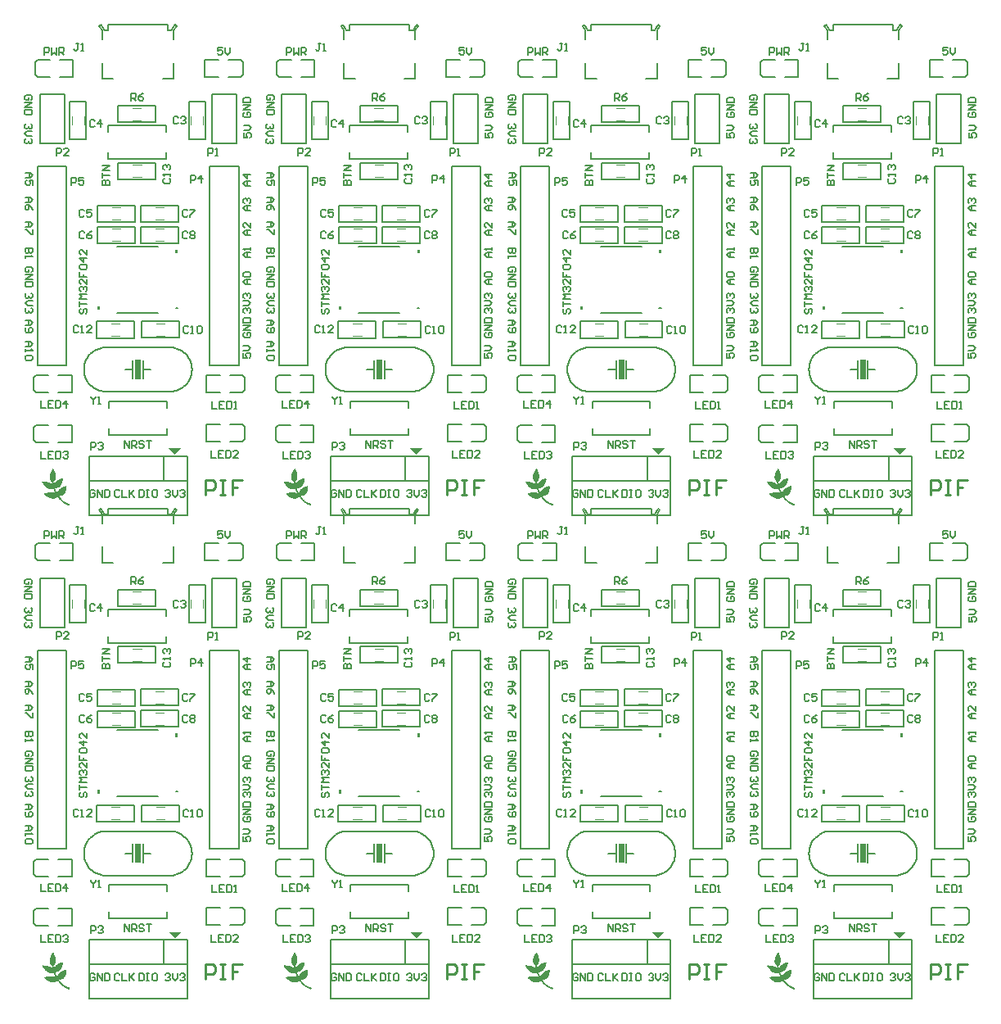
<source format=gto>
G04*
G04 #@! TF.GenerationSoftware,Altium Limited,Altium Designer,18.1.6 (161)*
G04*
G04 Layer_Color=65535*
%FSLAX25Y25*%
%MOIN*%
G70*
G01*
G75*
%ADD31C,0.00787*%
%ADD32C,0.00700*%
%ADD33C,0.00400*%
%ADD34C,0.00500*%
%ADD35C,0.00800*%
%ADD36C,0.00600*%
%ADD37C,0.00591*%
%ADD38C,0.01000*%
G36*
X360745Y303679D02*
X359745D01*
Y305179D01*
X360745D01*
Y303679D01*
D02*
G37*
G36*
X262319D02*
X261319D01*
Y305179D01*
X262319D01*
Y303679D01*
D02*
G37*
G36*
X163894D02*
X162894D01*
Y305179D01*
X163894D01*
Y303679D01*
D02*
G37*
G36*
X65469D02*
X64469D01*
Y305179D01*
X65469D01*
Y303679D01*
D02*
G37*
G36*
X328944Y280648D02*
X327944D01*
Y282148D01*
X328944D01*
Y280648D01*
D02*
G37*
G36*
X230519D02*
X229519D01*
Y282148D01*
X230519D01*
Y280648D01*
D02*
G37*
G36*
X132094D02*
X131094D01*
Y282148D01*
X132094D01*
Y280648D01*
D02*
G37*
G36*
X33669D02*
X32669D01*
Y282148D01*
X33669D01*
Y280648D01*
D02*
G37*
G36*
X345638Y252399D02*
X343338D01*
Y260299D01*
X345638D01*
Y252399D01*
D02*
G37*
G36*
X247213D02*
X244913D01*
Y260299D01*
X247213D01*
Y252399D01*
D02*
G37*
G36*
X148788D02*
X146488D01*
Y260299D01*
X148788D01*
Y252399D01*
D02*
G37*
G36*
X50363D02*
X48063D01*
Y260299D01*
X50363D01*
Y252399D01*
D02*
G37*
G36*
X359488Y221742D02*
X356988Y224242D01*
X361988D01*
X359488Y221742D01*
D02*
G37*
G36*
X261063D02*
X258563Y224242D01*
X263563D01*
X261063Y221742D01*
D02*
G37*
G36*
X162638D02*
X160138Y224242D01*
X165138D01*
X162638Y221742D01*
D02*
G37*
G36*
X64213D02*
X61713Y224242D01*
X66713D01*
X64213Y221742D01*
D02*
G37*
G36*
X310029Y215990D02*
X310073Y215975D01*
X310087Y215961D01*
X310117Y215917D01*
X310160Y215844D01*
X310219Y215741D01*
X310263Y215639D01*
X310321Y215536D01*
X310351Y215448D01*
X310380Y215390D01*
X310395Y215361D01*
X310483Y215170D01*
X310556Y215009D01*
X310614Y214863D01*
X310658Y214746D01*
X310687Y214643D01*
X310717Y214585D01*
X310731Y214541D01*
Y214526D01*
X310761Y214394D01*
X310805Y214263D01*
X310819Y214204D01*
Y214160D01*
X310834Y214131D01*
Y214116D01*
X310878Y213955D01*
X310907Y213838D01*
X310936Y213765D01*
Y213736D01*
X310980Y213575D01*
X310995Y213443D01*
X311010Y213340D01*
Y213326D01*
Y213311D01*
X311024Y213165D01*
Y213004D01*
Y212930D01*
Y212872D01*
Y212828D01*
Y212813D01*
Y212594D01*
X311010Y212506D01*
Y212433D01*
Y212374D01*
X310995Y212330D01*
Y212301D01*
Y212286D01*
X310980Y212155D01*
X310966Y212037D01*
X310951Y211949D01*
X310936Y211935D01*
Y211920D01*
X310863Y211701D01*
X310790Y211496D01*
X310746Y211422D01*
X310717Y211364D01*
X310702Y211320D01*
X310687Y211305D01*
X310556Y211100D01*
X310424Y210925D01*
X310365Y210852D01*
X310321Y210793D01*
X310292Y210764D01*
X310278Y210749D01*
X310219Y210676D01*
X310204Y210661D01*
X310190Y210647D01*
X310175Y210617D01*
X310160Y210603D01*
X310146D01*
X310131Y210544D01*
Y210456D01*
X310146Y210368D01*
Y210354D01*
Y210339D01*
X310160Y210251D01*
X310175Y210134D01*
X310204Y209988D01*
X310234Y209856D01*
X310248Y209724D01*
X310278Y209607D01*
X310292Y209534D01*
Y209519D01*
Y209505D01*
X310307Y209446D01*
Y209431D01*
X310321Y209402D01*
Y209417D01*
X310336Y209431D01*
Y209446D01*
Y209461D01*
X310380Y209548D01*
X310395Y209578D01*
Y209593D01*
X310439Y209710D01*
X310497Y209827D01*
X310526Y209900D01*
X310541Y209915D01*
Y209929D01*
X310600Y210046D01*
X310658Y210149D01*
X310687Y210207D01*
X310702Y210222D01*
X310863Y210442D01*
X311010Y210617D01*
X311068Y210690D01*
X311127Y210749D01*
X311156Y210778D01*
X311171Y210793D01*
X311375Y210998D01*
X311566Y211144D01*
X311639Y211203D01*
X311698Y211247D01*
X311727Y211261D01*
X311741Y211276D01*
X311932Y211393D01*
X312107Y211496D01*
X312181Y211525D01*
X312239Y211554D01*
X312283Y211583D01*
X312298D01*
X312517Y211671D01*
X312679Y211744D01*
X312737Y211759D01*
X312781Y211774D01*
X312810Y211789D01*
X312825D01*
X312913Y211818D01*
X312927Y211832D01*
X312942D01*
X313015Y211847D01*
X313030Y211862D01*
X313088Y211876D01*
X313162Y211891D01*
X313206Y211906D01*
X313235D01*
X313352Y211935D01*
X313469Y211964D01*
X313542Y211979D01*
X313572D01*
X313674Y211993D01*
X313762D01*
X313806Y211979D01*
X313820D01*
X313879Y211964D01*
X313923Y211920D01*
X313937Y211891D01*
X313952Y211876D01*
X313981Y211803D01*
Y211715D01*
Y211657D01*
Y211642D01*
Y211627D01*
X313967Y211496D01*
X313937Y211364D01*
X313923Y211305D01*
X313908Y211261D01*
X313894Y211232D01*
Y211217D01*
X313850Y211115D01*
X313835Y211071D01*
Y211056D01*
X313820Y210998D01*
Y210939D01*
X313806Y210910D01*
Y210895D01*
X313733Y210676D01*
X313674Y210486D01*
X313645Y210412D01*
X313615Y210354D01*
X313601Y210310D01*
Y210295D01*
X313528Y210090D01*
X313440Y209915D01*
X313410Y209841D01*
X313396Y209783D01*
X313367Y209753D01*
Y209739D01*
X313279Y209578D01*
X313206Y209417D01*
X313103Y209285D01*
X313030Y209153D01*
X312957Y209065D01*
X312898Y208978D01*
X312854Y208934D01*
X312840Y208919D01*
X312722Y208802D01*
X312605Y208685D01*
X312488Y208582D01*
X312386Y208509D01*
X312298Y208451D01*
X312225Y208407D01*
X312181Y208377D01*
X312166Y208363D01*
X312049Y208304D01*
X311932Y208260D01*
X311844Y208216D01*
X311815Y208202D01*
X311800D01*
X311654Y208143D01*
X311522Y208099D01*
X311449Y208085D01*
X311434Y208070D01*
X311419D01*
X311332Y208055D01*
X311244Y208026D01*
X311171Y208011D01*
X311141D01*
X311039Y207997D01*
X310951D01*
X310907Y207982D01*
X310790D01*
X310761Y207967D01*
X310746D01*
Y207953D01*
Y207938D01*
X310761Y207894D01*
X310790Y207792D01*
X310819Y207704D01*
X310834Y207675D01*
Y207660D01*
X310907Y207484D01*
X310980Y207323D01*
X310995Y207265D01*
X311024Y207221D01*
X311039Y207191D01*
Y207177D01*
X311083Y207089D01*
X311127Y206972D01*
X311229Y206767D01*
X311273Y206679D01*
X311317Y206606D01*
X311332Y206547D01*
X311346Y206533D01*
X311419Y206401D01*
X311478Y206298D01*
X311522Y206211D01*
X311551Y206152D01*
X311580Y206108D01*
X311595Y206079D01*
X311610Y206064D01*
X311624Y206035D01*
X311654D01*
X311668Y206050D01*
Y206079D01*
Y206108D01*
Y206123D01*
Y206167D01*
Y206181D01*
X311683Y206211D01*
Y206225D01*
X311698Y206255D01*
Y206269D01*
X311712Y206313D01*
Y206328D01*
X311727Y206372D01*
Y206386D01*
X311741Y206430D01*
Y206445D01*
X311756Y206474D01*
Y206489D01*
X311771Y206547D01*
X311785Y206562D01*
X311829Y206650D01*
X311859Y206723D01*
X311888Y206782D01*
X311903Y206811D01*
X311961Y206913D01*
X311990Y207001D01*
X312020Y207060D01*
X312034Y207074D01*
X312181Y207279D01*
X312327Y207440D01*
X312386Y207514D01*
X312430Y207558D01*
X312459Y207587D01*
X312474Y207601D01*
X312679Y207792D01*
X312869Y207938D01*
X312957Y207997D01*
X313015Y208041D01*
X313059Y208070D01*
X313074Y208085D01*
X313279Y208216D01*
X313469Y208319D01*
X313542Y208363D01*
X313601Y208392D01*
X313645Y208421D01*
X313659D01*
X313908Y208538D01*
X314025Y208582D01*
X314128Y208626D01*
X314216Y208656D01*
X314274Y208685D01*
X314318Y208699D01*
X314333D01*
X314465Y208743D01*
X314596Y208787D01*
X314655Y208802D01*
X314699Y208817D01*
X314728Y208831D01*
X314743D01*
X314831Y208860D01*
X314904Y208890D01*
X314962Y208904D01*
X315006Y208919D01*
X315065Y208934D01*
X315079D01*
X315123Y208948D01*
X315138D01*
X315182Y208934D01*
X315211Y208919D01*
X315241Y208904D01*
X315255Y208890D01*
X315284Y208875D01*
X315299Y208860D01*
X315314Y208831D01*
Y208802D01*
X315328Y208699D01*
X315343Y208612D01*
Y208582D01*
Y208568D01*
Y208392D01*
Y208260D01*
Y208202D01*
X315328Y208158D01*
Y208143D01*
Y208128D01*
Y208085D01*
Y208041D01*
X315314Y208011D01*
Y207997D01*
Y207938D01*
Y207880D01*
Y207850D01*
Y207836D01*
X315299Y207748D01*
X315284Y207719D01*
Y207704D01*
Y207675D01*
Y207645D01*
Y207631D01*
Y207601D01*
X315270Y207587D01*
Y207572D01*
Y207514D01*
X315255Y207499D01*
Y207484D01*
X315241Y207426D01*
X315226Y207353D01*
X315197Y207191D01*
X315167Y207118D01*
X315153Y207060D01*
X315138Y207016D01*
Y207001D01*
X315079Y206782D01*
X315050Y206694D01*
X315021Y206606D01*
X314992Y206547D01*
X314977Y206503D01*
X314962Y206474D01*
Y206459D01*
X314875Y206269D01*
X314772Y206108D01*
X314669Y205947D01*
X314567Y205815D01*
X314479Y205713D01*
X314406Y205640D01*
X314362Y205581D01*
X314347Y205567D01*
X314201Y205435D01*
X314055Y205332D01*
X313908Y205244D01*
X313776Y205171D01*
X313659Y205113D01*
X313572Y205069D01*
X313513Y205054D01*
X313484Y205039D01*
X313396Y204995D01*
X313367Y204981D01*
X313352D01*
X313264Y204966D01*
X313235Y204952D01*
X313220D01*
X313147Y204937D01*
X313132Y204922D01*
X313118D01*
X313059Y204908D01*
X313045Y204893D01*
X312986D01*
X312971Y204878D01*
X312840D01*
X312766Y204864D01*
X312737Y204849D01*
X312649D01*
X312605Y204835D01*
X312444D01*
Y204805D01*
X312474Y204761D01*
X312547Y204644D01*
X312591Y204571D01*
X312620Y204527D01*
X312649Y204483D01*
X312664Y204468D01*
X312854Y204234D01*
X312957Y204117D01*
X313030Y204015D01*
X313103Y203927D01*
X313162Y203854D01*
X313206Y203810D01*
X313220Y203795D01*
X313352Y203649D01*
X313484Y203502D01*
X313542Y203444D01*
X313586Y203385D01*
X313615Y203356D01*
X313630Y203341D01*
X313733Y203253D01*
X313806Y203180D01*
X313937Y203063D01*
X313996Y203005D01*
X314025Y202990D01*
X314260Y202814D01*
X314377Y202741D01*
X314465Y202668D01*
X314552Y202609D01*
X314611Y202565D01*
X314655Y202551D01*
X314669Y202536D01*
X314918Y202390D01*
X315036Y202316D01*
X315153Y202258D01*
X315241Y202214D01*
X315314Y202170D01*
X315372Y202155D01*
X315387Y202141D01*
X315592Y202053D01*
X315753Y201980D01*
X315811Y201950D01*
X315855Y201936D01*
X315885Y201921D01*
X315899D01*
X316090Y201848D01*
X316251Y201789D01*
X316309Y201775D01*
X316368Y201760D01*
X316397Y201745D01*
X316412D01*
X316456Y201731D01*
X316485Y201716D01*
X316514Y201701D01*
X316558Y201672D01*
X316587Y201658D01*
Y201643D01*
X316631Y201599D01*
X316646Y201584D01*
X316675Y201526D01*
X316690Y201511D01*
X316719Y201453D01*
Y201423D01*
X316734Y201365D01*
Y201350D01*
Y201336D01*
Y201262D01*
X316719Y201204D01*
X316705Y201174D01*
X316690Y201160D01*
X316646Y201116D01*
X316602Y201072D01*
X316573Y201057D01*
X316558Y201043D01*
X316499Y201028D01*
X316470D01*
X316441Y201013D01*
X316265D01*
X316207Y201028D01*
X316148Y201043D01*
X316133D01*
X316060Y201057D01*
X315987Y201087D01*
X315929Y201101D01*
X315899Y201116D01*
X315826Y201145D01*
X315738Y201189D01*
X315665Y201218D01*
X315650Y201233D01*
X315636D01*
X315533Y201292D01*
X315475Y201321D01*
X315445Y201336D01*
X315431D01*
X315416Y201350D01*
X315402Y201365D01*
X315372Y201379D01*
X315358D01*
X315241Y201453D01*
X315197Y201467D01*
X315182Y201482D01*
X314992Y201584D01*
X314860Y201658D01*
X314772Y201701D01*
X314743Y201716D01*
X314684Y201745D01*
X314611Y201804D01*
X314435Y201906D01*
X314347Y201965D01*
X314274Y202009D01*
X314230Y202038D01*
X314216Y202053D01*
X314069Y202141D01*
X313952Y202228D01*
X313864Y202287D01*
X313791Y202346D01*
X313733Y202390D01*
X313689Y202419D01*
X313674Y202433D01*
X313659D01*
X313557Y202521D01*
X313484Y202580D01*
X313440Y202624D01*
X313425Y202639D01*
X313367Y202712D01*
X313323Y202756D01*
X313293Y202785D01*
X313279Y202800D01*
X313220Y202858D01*
X313176Y202917D01*
X313118Y202960D01*
X313103Y202975D01*
X312957Y203107D01*
X312840Y203224D01*
X312752Y203312D01*
X312737Y203327D01*
X312722Y203341D01*
X312591Y203502D01*
X312474Y203649D01*
X312430Y203707D01*
X312386Y203751D01*
X312371Y203780D01*
X312356Y203795D01*
X312327Y203839D01*
X312283Y203898D01*
X312254Y203941D01*
X312239Y203956D01*
X312181Y204044D01*
X312122Y204132D01*
X312093Y204190D01*
X312078Y204205D01*
X312020Y204293D01*
X311961Y204366D01*
X311932Y204425D01*
X311917Y204439D01*
X311873Y204498D01*
X311844Y204542D01*
X311829Y204556D01*
X311800Y204586D01*
X311712Y204498D01*
X311639Y204439D01*
X311551Y204366D01*
X311493Y204322D01*
X311478Y204293D01*
X311463D01*
X311361Y204220D01*
X311288Y204161D01*
X311229Y204117D01*
X311214Y204102D01*
X311141Y204059D01*
X311053Y204015D01*
X310995Y203985D01*
X310980Y203971D01*
X310966D01*
X310863Y203927D01*
X310790Y203883D01*
X310731Y203868D01*
X310717Y203854D01*
X310556Y203810D01*
X310409Y203780D01*
X310351Y203766D01*
X310307Y203751D01*
X310263D01*
X310087Y203736D01*
X309926D01*
X309853Y203751D01*
X309619D01*
X309531Y203766D01*
X309443D01*
X309355Y203795D01*
X309253Y203824D01*
X309179Y203839D01*
X309165Y203854D01*
X309150D01*
X308814Y203971D01*
X308667Y204029D01*
X308535Y204073D01*
X308418Y204132D01*
X308330Y204176D01*
X308272Y204190D01*
X308257Y204205D01*
X307935Y204395D01*
X307774Y204498D01*
X307642Y204600D01*
X307511Y204673D01*
X307423Y204747D01*
X307364Y204791D01*
X307335Y204805D01*
X307086Y205010D01*
X306969Y205083D01*
X306881Y205171D01*
X306793Y205230D01*
X306735Y205274D01*
X306705Y205303D01*
X306691Y205318D01*
X306603Y205391D01*
X306530Y205464D01*
X306471Y205508D01*
X306427Y205552D01*
X306398Y205596D01*
X306383Y205610D01*
X306369Y205654D01*
Y205698D01*
Y205728D01*
Y205742D01*
X306398Y205830D01*
X306427Y205859D01*
Y205874D01*
X306456Y205889D01*
X306530Y205918D01*
X306603Y205947D01*
X306691Y205976D01*
X306779Y205991D01*
X306852Y206020D01*
X306910Y206035D01*
X306925D01*
X307086Y206079D01*
X307232Y206108D01*
X307349Y206137D01*
X307452Y206152D01*
X307525Y206167D01*
X307584Y206181D01*
X307628D01*
X307642Y206196D01*
X307701D01*
X307774Y206211D01*
X307803Y206225D01*
X307877Y206240D01*
X307906D01*
X307950Y206255D01*
X308038D01*
X308096Y206269D01*
X308111D01*
X308213Y206284D01*
X308316Y206298D01*
X308448D01*
X308638Y206313D01*
X309209D01*
X309370Y206298D01*
X309502D01*
X309604Y206284D01*
X309692D01*
X309751Y206269D01*
X309794D01*
X309985Y206255D01*
X310131Y206225D01*
X310190Y206211D01*
X310234D01*
X310263Y206196D01*
X310278D01*
X310439Y206152D01*
X310570Y206108D01*
X310629Y206079D01*
X310673Y206064D01*
X310687Y206050D01*
X310702D01*
X310775Y206020D01*
X310834Y206006D01*
X310907Y205976D01*
X310936Y205947D01*
X310951D01*
Y205962D01*
X310936Y205991D01*
X310922Y206020D01*
X310907Y206035D01*
X310848Y206123D01*
X310790Y206240D01*
X310687Y206474D01*
X310629Y206577D01*
X310600Y206664D01*
X310570Y206723D01*
X310556Y206738D01*
X310483Y206913D01*
X310409Y207060D01*
X310351Y207191D01*
X310307Y207294D01*
X310278Y207382D01*
X310248Y207455D01*
X310234Y207484D01*
Y207499D01*
X310204Y207558D01*
X310190Y207572D01*
Y207587D01*
X310175Y207660D01*
X310160Y207689D01*
X310146Y207748D01*
X310131Y207763D01*
Y207792D01*
X310117D01*
X310102Y207777D01*
X310087D01*
X310043Y207763D01*
X310029Y207748D01*
X310014D01*
X309882Y207689D01*
X309765Y207645D01*
X309677Y207616D01*
X309663Y207601D01*
X309648D01*
X309531Y207572D01*
X309414Y207558D01*
X309326Y207543D01*
X308843D01*
X308799Y207558D01*
X308755D01*
X308594Y207587D01*
X308433Y207645D01*
X308374Y207660D01*
X308316Y207689D01*
X308286Y207704D01*
X308272D01*
X308067Y207792D01*
X307877Y207894D01*
X307686Y208011D01*
X307511Y208128D01*
X307364Y208246D01*
X307262Y208333D01*
X307189Y208392D01*
X307159Y208407D01*
X306940Y208612D01*
X306735Y208817D01*
X306544Y209036D01*
X306369Y209241D01*
X306222Y209417D01*
X306120Y209548D01*
X306076Y209607D01*
X306047Y209651D01*
X306017Y209666D01*
Y209680D01*
X305915Y209812D01*
X305842Y209929D01*
X305768Y210017D01*
X305710Y210105D01*
X305666Y210163D01*
X305637Y210207D01*
X305607Y210237D01*
Y210251D01*
X305534Y210383D01*
X305490Y210456D01*
X305476Y210500D01*
Y210515D01*
X305490Y210559D01*
X305505Y210603D01*
X305520Y210617D01*
Y210632D01*
X305593Y210705D01*
X305607Y210720D01*
X305988D01*
X306047Y210705D01*
X306134D01*
X306339Y210690D01*
X306530Y210676D01*
X306691Y210647D01*
X306837Y210632D01*
X306969Y210617D01*
X307057Y210603D01*
X307115Y210588D01*
X307130D01*
X307452Y210544D01*
X307598Y210515D01*
X307716Y210486D01*
X307818Y210456D01*
X307891Y210442D01*
X307950Y210427D01*
X307964D01*
X308023Y210412D01*
X308082Y210383D01*
X308111Y210368D01*
X308125D01*
X308169Y210354D01*
X308228D01*
X308301Y210339D01*
X308389Y210295D01*
X308462Y210266D01*
X308477Y210251D01*
X308491D01*
X308623Y210207D01*
X308726Y210163D01*
X308784Y210149D01*
X308799Y210134D01*
X308931Y210076D01*
X309062Y210002D01*
X309165Y209959D01*
X309179Y209929D01*
X309194D01*
X309341Y209841D01*
X309443Y209783D01*
X309516Y209739D01*
X309531Y209724D01*
X309575Y209695D01*
X309589Y209680D01*
X309619Y209666D01*
Y209695D01*
Y209710D01*
X309604Y209724D01*
X309589Y209739D01*
X309604Y209753D01*
Y209768D01*
Y209783D01*
Y209797D01*
X309589Y209812D01*
Y209885D01*
X309575Y209900D01*
Y209915D01*
Y209988D01*
X309560Y210002D01*
Y210017D01*
X309545Y210105D01*
Y210120D01*
Y210134D01*
X309531Y210178D01*
X309516Y210193D01*
Y210251D01*
Y210266D01*
Y210295D01*
X309502Y210310D01*
Y210354D01*
Y210368D01*
Y210442D01*
X309487Y210486D01*
X309472Y210500D01*
Y210515D01*
X309428Y210573D01*
X309370Y210647D01*
X309326Y210705D01*
X309297Y210734D01*
X309106Y210939D01*
X308975Y211115D01*
X308931Y211174D01*
X308887Y211232D01*
X308872Y211261D01*
X308857Y211276D01*
X308755Y211481D01*
X308667Y211657D01*
X308652Y211730D01*
X308623Y211789D01*
X308609Y211818D01*
Y211832D01*
X308565Y211993D01*
X308535Y212169D01*
X308521Y212330D01*
X308506Y212476D01*
Y212608D01*
Y212711D01*
Y212769D01*
Y212799D01*
X308521Y213004D01*
X308550Y213209D01*
X308594Y213384D01*
X308623Y213560D01*
X308667Y213706D01*
X308696Y213809D01*
X308711Y213882D01*
X308726Y213911D01*
X308843Y214204D01*
X308901Y214351D01*
X308960Y214482D01*
X309004Y214599D01*
X309048Y214687D01*
X309077Y214760D01*
X309092Y214775D01*
X309179Y214951D01*
X309267Y215112D01*
X309355Y215273D01*
X309428Y215405D01*
X309487Y215507D01*
X309545Y215595D01*
X309575Y215653D01*
X309589Y215668D01*
X309663Y215771D01*
X309721Y215844D01*
X309736Y215873D01*
X309751Y215888D01*
X309780Y215932D01*
X309809Y215961D01*
X309824Y215975D01*
X309853Y215990D01*
X309868D01*
X309926Y216005D01*
X310014D01*
X310029Y215990D01*
D02*
G37*
G36*
X211603D02*
X211647Y215975D01*
X211662Y215961D01*
X211691Y215917D01*
X211735Y215844D01*
X211794Y215741D01*
X211838Y215639D01*
X211896Y215536D01*
X211926Y215448D01*
X211955Y215390D01*
X211969Y215361D01*
X212057Y215170D01*
X212130Y215009D01*
X212189Y214863D01*
X212233Y214746D01*
X212262Y214643D01*
X212292Y214585D01*
X212306Y214541D01*
Y214526D01*
X212335Y214394D01*
X212379Y214263D01*
X212394Y214204D01*
Y214160D01*
X212409Y214131D01*
Y214116D01*
X212453Y213955D01*
X212482Y213838D01*
X212511Y213765D01*
Y213736D01*
X212555Y213575D01*
X212570Y213443D01*
X212584Y213340D01*
Y213326D01*
Y213311D01*
X212599Y213165D01*
Y213004D01*
Y212930D01*
Y212872D01*
Y212828D01*
Y212813D01*
Y212594D01*
X212584Y212506D01*
Y212433D01*
Y212374D01*
X212570Y212330D01*
Y212301D01*
Y212286D01*
X212555Y212155D01*
X212540Y212037D01*
X212526Y211949D01*
X212511Y211935D01*
Y211920D01*
X212438Y211701D01*
X212365Y211496D01*
X212321Y211422D01*
X212292Y211364D01*
X212277Y211320D01*
X212262Y211305D01*
X212130Y211100D01*
X211999Y210925D01*
X211940Y210852D01*
X211896Y210793D01*
X211867Y210764D01*
X211852Y210749D01*
X211794Y210676D01*
X211779Y210661D01*
X211765Y210647D01*
X211750Y210617D01*
X211735Y210603D01*
X211721D01*
X211706Y210544D01*
Y210456D01*
X211721Y210368D01*
Y210354D01*
Y210339D01*
X211735Y210251D01*
X211750Y210134D01*
X211779Y209988D01*
X211808Y209856D01*
X211823Y209724D01*
X211852Y209607D01*
X211867Y209534D01*
Y209519D01*
Y209505D01*
X211882Y209446D01*
Y209431D01*
X211896Y209402D01*
Y209417D01*
X211911Y209431D01*
Y209446D01*
Y209461D01*
X211955Y209548D01*
X211969Y209578D01*
Y209593D01*
X212013Y209710D01*
X212072Y209827D01*
X212101Y209900D01*
X212116Y209915D01*
Y209929D01*
X212174Y210046D01*
X212233Y210149D01*
X212262Y210207D01*
X212277Y210222D01*
X212438Y210442D01*
X212584Y210617D01*
X212643Y210690D01*
X212701Y210749D01*
X212731Y210778D01*
X212745Y210793D01*
X212950Y210998D01*
X213141Y211144D01*
X213214Y211203D01*
X213272Y211247D01*
X213302Y211261D01*
X213316Y211276D01*
X213507Y211393D01*
X213682Y211496D01*
X213755Y211525D01*
X213814Y211554D01*
X213858Y211583D01*
X213873D01*
X214092Y211671D01*
X214253Y211744D01*
X214312Y211759D01*
X214356Y211774D01*
X214385Y211789D01*
X214400D01*
X214488Y211818D01*
X214502Y211832D01*
X214517D01*
X214590Y211847D01*
X214605Y211862D01*
X214663Y211876D01*
X214736Y211891D01*
X214780Y211906D01*
X214810D01*
X214927Y211935D01*
X215044Y211964D01*
X215117Y211979D01*
X215146D01*
X215249Y211993D01*
X215337D01*
X215381Y211979D01*
X215395D01*
X215454Y211964D01*
X215498Y211920D01*
X215512Y211891D01*
X215527Y211876D01*
X215556Y211803D01*
Y211715D01*
Y211657D01*
Y211642D01*
Y211627D01*
X215542Y211496D01*
X215512Y211364D01*
X215498Y211305D01*
X215483Y211261D01*
X215468Y211232D01*
Y211217D01*
X215424Y211115D01*
X215410Y211071D01*
Y211056D01*
X215395Y210998D01*
Y210939D01*
X215381Y210910D01*
Y210895D01*
X215307Y210676D01*
X215249Y210486D01*
X215219Y210412D01*
X215190Y210354D01*
X215176Y210310D01*
Y210295D01*
X215102Y210090D01*
X215015Y209915D01*
X214985Y209841D01*
X214971Y209783D01*
X214941Y209753D01*
Y209739D01*
X214854Y209578D01*
X214780Y209417D01*
X214678Y209285D01*
X214605Y209153D01*
X214531Y209065D01*
X214473Y208978D01*
X214429Y208934D01*
X214414Y208919D01*
X214297Y208802D01*
X214180Y208685D01*
X214063Y208582D01*
X213961Y208509D01*
X213873Y208451D01*
X213799Y208407D01*
X213755Y208377D01*
X213741Y208363D01*
X213624Y208304D01*
X213507Y208260D01*
X213419Y208216D01*
X213389Y208202D01*
X213375D01*
X213229Y208143D01*
X213097Y208099D01*
X213023Y208085D01*
X213009Y208070D01*
X212994D01*
X212906Y208055D01*
X212819Y208026D01*
X212745Y208011D01*
X212716D01*
X212614Y207997D01*
X212526D01*
X212482Y207982D01*
X212365D01*
X212335Y207967D01*
X212321D01*
Y207953D01*
Y207938D01*
X212335Y207894D01*
X212365Y207792D01*
X212394Y207704D01*
X212409Y207675D01*
Y207660D01*
X212482Y207484D01*
X212555Y207323D01*
X212570Y207265D01*
X212599Y207221D01*
X212614Y207191D01*
Y207177D01*
X212657Y207089D01*
X212701Y206972D01*
X212804Y206767D01*
X212848Y206679D01*
X212892Y206606D01*
X212906Y206547D01*
X212921Y206533D01*
X212994Y206401D01*
X213053Y206298D01*
X213097Y206211D01*
X213126Y206152D01*
X213155Y206108D01*
X213170Y206079D01*
X213185Y206064D01*
X213199Y206035D01*
X213229D01*
X213243Y206050D01*
Y206079D01*
Y206108D01*
Y206123D01*
Y206167D01*
Y206181D01*
X213258Y206211D01*
Y206225D01*
X213272Y206255D01*
Y206269D01*
X213287Y206313D01*
Y206328D01*
X213302Y206372D01*
Y206386D01*
X213316Y206430D01*
Y206445D01*
X213331Y206474D01*
Y206489D01*
X213346Y206547D01*
X213360Y206562D01*
X213404Y206650D01*
X213433Y206723D01*
X213463Y206782D01*
X213477Y206811D01*
X213536Y206913D01*
X213565Y207001D01*
X213595Y207060D01*
X213609Y207074D01*
X213755Y207279D01*
X213902Y207440D01*
X213961Y207514D01*
X214004Y207558D01*
X214034Y207587D01*
X214048Y207601D01*
X214253Y207792D01*
X214444Y207938D01*
X214531Y207997D01*
X214590Y208041D01*
X214634Y208070D01*
X214649Y208085D01*
X214854Y208216D01*
X215044Y208319D01*
X215117Y208363D01*
X215176Y208392D01*
X215219Y208421D01*
X215234D01*
X215483Y208538D01*
X215600Y208582D01*
X215703Y208626D01*
X215791Y208656D01*
X215849Y208685D01*
X215893Y208699D01*
X215908D01*
X216039Y208743D01*
X216171Y208787D01*
X216230Y208802D01*
X216274Y208817D01*
X216303Y208831D01*
X216318D01*
X216405Y208860D01*
X216479Y208890D01*
X216537Y208904D01*
X216581Y208919D01*
X216640Y208934D01*
X216654D01*
X216698Y208948D01*
X216713D01*
X216757Y208934D01*
X216786Y208919D01*
X216815Y208904D01*
X216830Y208890D01*
X216859Y208875D01*
X216874Y208860D01*
X216888Y208831D01*
Y208802D01*
X216903Y208699D01*
X216918Y208612D01*
Y208582D01*
Y208568D01*
Y208392D01*
Y208260D01*
Y208202D01*
X216903Y208158D01*
Y208143D01*
Y208128D01*
Y208085D01*
Y208041D01*
X216888Y208011D01*
Y207997D01*
Y207938D01*
Y207880D01*
Y207850D01*
Y207836D01*
X216874Y207748D01*
X216859Y207719D01*
Y207704D01*
Y207675D01*
Y207645D01*
Y207631D01*
Y207601D01*
X216845Y207587D01*
Y207572D01*
Y207514D01*
X216830Y207499D01*
Y207484D01*
X216815Y207426D01*
X216801Y207353D01*
X216771Y207191D01*
X216742Y207118D01*
X216727Y207060D01*
X216713Y207016D01*
Y207001D01*
X216654Y206782D01*
X216625Y206694D01*
X216596Y206606D01*
X216566Y206547D01*
X216552Y206503D01*
X216537Y206474D01*
Y206459D01*
X216449Y206269D01*
X216347Y206108D01*
X216244Y205947D01*
X216142Y205815D01*
X216054Y205713D01*
X215981Y205640D01*
X215937Y205581D01*
X215922Y205567D01*
X215776Y205435D01*
X215629Y205332D01*
X215483Y205244D01*
X215351Y205171D01*
X215234Y205113D01*
X215146Y205069D01*
X215088Y205054D01*
X215058Y205039D01*
X214971Y204995D01*
X214941Y204981D01*
X214927D01*
X214839Y204966D01*
X214810Y204952D01*
X214795D01*
X214722Y204937D01*
X214707Y204922D01*
X214692D01*
X214634Y204908D01*
X214619Y204893D01*
X214561D01*
X214546Y204878D01*
X214414D01*
X214341Y204864D01*
X214312Y204849D01*
X214224D01*
X214180Y204835D01*
X214019D01*
Y204805D01*
X214048Y204761D01*
X214122Y204644D01*
X214165Y204571D01*
X214195Y204527D01*
X214224Y204483D01*
X214239Y204468D01*
X214429Y204234D01*
X214531Y204117D01*
X214605Y204015D01*
X214678Y203927D01*
X214736Y203854D01*
X214780Y203810D01*
X214795Y203795D01*
X214927Y203649D01*
X215058Y203502D01*
X215117Y203444D01*
X215161Y203385D01*
X215190Y203356D01*
X215205Y203341D01*
X215307Y203253D01*
X215381Y203180D01*
X215512Y203063D01*
X215571Y203005D01*
X215600Y202990D01*
X215834Y202814D01*
X215951Y202741D01*
X216039Y202668D01*
X216127Y202609D01*
X216186Y202565D01*
X216230Y202551D01*
X216244Y202536D01*
X216493Y202390D01*
X216610Y202316D01*
X216727Y202258D01*
X216815Y202214D01*
X216888Y202170D01*
X216947Y202155D01*
X216962Y202141D01*
X217167Y202053D01*
X217328Y201980D01*
X217386Y201950D01*
X217430Y201936D01*
X217459Y201921D01*
X217474D01*
X217664Y201848D01*
X217825Y201789D01*
X217884Y201775D01*
X217943Y201760D01*
X217972Y201745D01*
X217986D01*
X218030Y201731D01*
X218060Y201716D01*
X218089Y201701D01*
X218133Y201672D01*
X218162Y201658D01*
Y201643D01*
X218206Y201599D01*
X218221Y201584D01*
X218250Y201526D01*
X218265Y201511D01*
X218294Y201453D01*
Y201423D01*
X218309Y201365D01*
Y201350D01*
Y201336D01*
Y201262D01*
X218294Y201204D01*
X218279Y201174D01*
X218265Y201160D01*
X218221Y201116D01*
X218177Y201072D01*
X218147Y201057D01*
X218133Y201043D01*
X218074Y201028D01*
X218045D01*
X218016Y201013D01*
X217840D01*
X217781Y201028D01*
X217723Y201043D01*
X217708D01*
X217635Y201057D01*
X217562Y201087D01*
X217503Y201101D01*
X217474Y201116D01*
X217401Y201145D01*
X217313Y201189D01*
X217240Y201218D01*
X217225Y201233D01*
X217211D01*
X217108Y201292D01*
X217050Y201321D01*
X217020Y201336D01*
X217006D01*
X216991Y201350D01*
X216976Y201365D01*
X216947Y201379D01*
X216932D01*
X216815Y201453D01*
X216771Y201467D01*
X216757Y201482D01*
X216566Y201584D01*
X216435Y201658D01*
X216347Y201701D01*
X216318Y201716D01*
X216259Y201745D01*
X216186Y201804D01*
X216010Y201906D01*
X215922Y201965D01*
X215849Y202009D01*
X215805Y202038D01*
X215791Y202053D01*
X215644Y202141D01*
X215527Y202228D01*
X215439Y202287D01*
X215366Y202346D01*
X215307Y202390D01*
X215263Y202419D01*
X215249Y202433D01*
X215234D01*
X215132Y202521D01*
X215058Y202580D01*
X215015Y202624D01*
X215000Y202639D01*
X214941Y202712D01*
X214897Y202756D01*
X214868Y202785D01*
X214854Y202800D01*
X214795Y202858D01*
X214751Y202917D01*
X214692Y202960D01*
X214678Y202975D01*
X214531Y203107D01*
X214414Y203224D01*
X214327Y203312D01*
X214312Y203327D01*
X214297Y203341D01*
X214165Y203502D01*
X214048Y203649D01*
X214004Y203707D01*
X213961Y203751D01*
X213946Y203780D01*
X213931Y203795D01*
X213902Y203839D01*
X213858Y203898D01*
X213829Y203941D01*
X213814Y203956D01*
X213755Y204044D01*
X213697Y204132D01*
X213668Y204190D01*
X213653Y204205D01*
X213595Y204293D01*
X213536Y204366D01*
X213507Y204425D01*
X213492Y204439D01*
X213448Y204498D01*
X213419Y204542D01*
X213404Y204556D01*
X213375Y204586D01*
X213287Y204498D01*
X213214Y204439D01*
X213126Y204366D01*
X213067Y204322D01*
X213053Y204293D01*
X213038D01*
X212936Y204220D01*
X212862Y204161D01*
X212804Y204117D01*
X212789Y204102D01*
X212716Y204059D01*
X212628Y204015D01*
X212570Y203985D01*
X212555Y203971D01*
X212540D01*
X212438Y203927D01*
X212365Y203883D01*
X212306Y203868D01*
X212292Y203854D01*
X212130Y203810D01*
X211984Y203780D01*
X211926Y203766D01*
X211882Y203751D01*
X211838D01*
X211662Y203736D01*
X211501D01*
X211428Y203751D01*
X211193D01*
X211106Y203766D01*
X211018D01*
X210930Y203795D01*
X210827Y203824D01*
X210754Y203839D01*
X210740Y203854D01*
X210725D01*
X210388Y203971D01*
X210242Y204029D01*
X210110Y204073D01*
X209993Y204132D01*
X209905Y204176D01*
X209847Y204190D01*
X209832Y204205D01*
X209510Y204395D01*
X209349Y204498D01*
X209217Y204600D01*
X209085Y204673D01*
X208998Y204747D01*
X208939Y204791D01*
X208910Y204805D01*
X208661Y205010D01*
X208544Y205083D01*
X208456Y205171D01*
X208368Y205230D01*
X208309Y205274D01*
X208280Y205303D01*
X208265Y205318D01*
X208178Y205391D01*
X208104Y205464D01*
X208046Y205508D01*
X208002Y205552D01*
X207973Y205596D01*
X207958Y205610D01*
X207943Y205654D01*
Y205698D01*
Y205728D01*
Y205742D01*
X207973Y205830D01*
X208002Y205859D01*
Y205874D01*
X208031Y205889D01*
X208104Y205918D01*
X208178Y205947D01*
X208265Y205976D01*
X208353Y205991D01*
X208427Y206020D01*
X208485Y206035D01*
X208500D01*
X208661Y206079D01*
X208807Y206108D01*
X208924Y206137D01*
X209027Y206152D01*
X209100Y206167D01*
X209159Y206181D01*
X209203D01*
X209217Y206196D01*
X209276D01*
X209349Y206211D01*
X209378Y206225D01*
X209451Y206240D01*
X209481D01*
X209525Y206255D01*
X209612D01*
X209671Y206269D01*
X209686D01*
X209788Y206284D01*
X209891Y206298D01*
X210022D01*
X210213Y206313D01*
X210784D01*
X210945Y206298D01*
X211076D01*
X211179Y206284D01*
X211267D01*
X211325Y206269D01*
X211369D01*
X211560Y206255D01*
X211706Y206225D01*
X211765Y206211D01*
X211808D01*
X211838Y206196D01*
X211852D01*
X212013Y206152D01*
X212145Y206108D01*
X212204Y206079D01*
X212248Y206064D01*
X212262Y206050D01*
X212277D01*
X212350Y206020D01*
X212409Y206006D01*
X212482Y205976D01*
X212511Y205947D01*
X212526D01*
Y205962D01*
X212511Y205991D01*
X212496Y206020D01*
X212482Y206035D01*
X212423Y206123D01*
X212365Y206240D01*
X212262Y206474D01*
X212204Y206577D01*
X212174Y206664D01*
X212145Y206723D01*
X212130Y206738D01*
X212057Y206913D01*
X211984Y207060D01*
X211926Y207191D01*
X211882Y207294D01*
X211852Y207382D01*
X211823Y207455D01*
X211808Y207484D01*
Y207499D01*
X211779Y207558D01*
X211765Y207572D01*
Y207587D01*
X211750Y207660D01*
X211735Y207689D01*
X211721Y207748D01*
X211706Y207763D01*
Y207792D01*
X211691D01*
X211677Y207777D01*
X211662D01*
X211618Y207763D01*
X211603Y207748D01*
X211589D01*
X211457Y207689D01*
X211340Y207645D01*
X211252Y207616D01*
X211237Y207601D01*
X211223D01*
X211106Y207572D01*
X210989Y207558D01*
X210901Y207543D01*
X210418D01*
X210374Y207558D01*
X210330D01*
X210169Y207587D01*
X210008Y207645D01*
X209949Y207660D01*
X209891Y207689D01*
X209861Y207704D01*
X209847D01*
X209642Y207792D01*
X209451Y207894D01*
X209261Y208011D01*
X209085Y208128D01*
X208939Y208246D01*
X208837Y208333D01*
X208763Y208392D01*
X208734Y208407D01*
X208514Y208612D01*
X208309Y208817D01*
X208119Y209036D01*
X207943Y209241D01*
X207797Y209417D01*
X207695Y209548D01*
X207651Y209607D01*
X207621Y209651D01*
X207592Y209666D01*
Y209680D01*
X207490Y209812D01*
X207416Y209929D01*
X207343Y210017D01*
X207285Y210105D01*
X207241Y210163D01*
X207211Y210207D01*
X207182Y210237D01*
Y210251D01*
X207109Y210383D01*
X207065Y210456D01*
X207050Y210500D01*
Y210515D01*
X207065Y210559D01*
X207080Y210603D01*
X207094Y210617D01*
Y210632D01*
X207168Y210705D01*
X207182Y210720D01*
X207563D01*
X207621Y210705D01*
X207709D01*
X207914Y210690D01*
X208104Y210676D01*
X208265Y210647D01*
X208412Y210632D01*
X208544Y210617D01*
X208631Y210603D01*
X208690Y210588D01*
X208705D01*
X209027Y210544D01*
X209173Y210515D01*
X209290Y210486D01*
X209393Y210456D01*
X209466Y210442D01*
X209525Y210427D01*
X209539D01*
X209598Y210412D01*
X209656Y210383D01*
X209686Y210368D01*
X209700D01*
X209744Y210354D01*
X209803D01*
X209876Y210339D01*
X209964Y210295D01*
X210037Y210266D01*
X210052Y210251D01*
X210066D01*
X210198Y210207D01*
X210300Y210163D01*
X210359Y210149D01*
X210374Y210134D01*
X210505Y210076D01*
X210637Y210002D01*
X210740Y209959D01*
X210754Y209929D01*
X210769D01*
X210915Y209841D01*
X211018Y209783D01*
X211091Y209739D01*
X211106Y209724D01*
X211150Y209695D01*
X211164Y209680D01*
X211193Y209666D01*
Y209695D01*
Y209710D01*
X211179Y209724D01*
X211164Y209739D01*
X211179Y209753D01*
Y209768D01*
Y209783D01*
Y209797D01*
X211164Y209812D01*
Y209885D01*
X211150Y209900D01*
Y209915D01*
Y209988D01*
X211135Y210002D01*
Y210017D01*
X211120Y210105D01*
Y210120D01*
Y210134D01*
X211106Y210178D01*
X211091Y210193D01*
Y210251D01*
Y210266D01*
Y210295D01*
X211076Y210310D01*
Y210354D01*
Y210368D01*
Y210442D01*
X211062Y210486D01*
X211047Y210500D01*
Y210515D01*
X211003Y210573D01*
X210945Y210647D01*
X210901Y210705D01*
X210871Y210734D01*
X210681Y210939D01*
X210549Y211115D01*
X210505Y211174D01*
X210461Y211232D01*
X210447Y211261D01*
X210432Y211276D01*
X210330Y211481D01*
X210242Y211657D01*
X210227Y211730D01*
X210198Y211789D01*
X210183Y211818D01*
Y211832D01*
X210139Y211993D01*
X210110Y212169D01*
X210096Y212330D01*
X210081Y212476D01*
Y212608D01*
Y212711D01*
Y212769D01*
Y212799D01*
X210096Y213004D01*
X210125Y213209D01*
X210169Y213384D01*
X210198Y213560D01*
X210242Y213706D01*
X210271Y213809D01*
X210286Y213882D01*
X210300Y213911D01*
X210418Y214204D01*
X210476Y214351D01*
X210535Y214482D01*
X210579Y214599D01*
X210623Y214687D01*
X210652Y214760D01*
X210666Y214775D01*
X210754Y214951D01*
X210842Y215112D01*
X210930Y215273D01*
X211003Y215405D01*
X211062Y215507D01*
X211120Y215595D01*
X211150Y215653D01*
X211164Y215668D01*
X211237Y215771D01*
X211296Y215844D01*
X211311Y215873D01*
X211325Y215888D01*
X211355Y215932D01*
X211384Y215961D01*
X211399Y215975D01*
X211428Y215990D01*
X211442D01*
X211501Y216005D01*
X211589D01*
X211603Y215990D01*
D02*
G37*
G36*
X113178D02*
X113222Y215975D01*
X113237Y215961D01*
X113266Y215917D01*
X113310Y215844D01*
X113369Y215741D01*
X113412Y215639D01*
X113471Y215536D01*
X113500Y215448D01*
X113530Y215390D01*
X113544Y215361D01*
X113632Y215170D01*
X113705Y215009D01*
X113764Y214863D01*
X113808Y214746D01*
X113837Y214643D01*
X113866Y214585D01*
X113881Y214541D01*
Y214526D01*
X113910Y214394D01*
X113954Y214263D01*
X113969Y214204D01*
Y214160D01*
X113983Y214131D01*
Y214116D01*
X114027Y213955D01*
X114057Y213838D01*
X114086Y213765D01*
Y213736D01*
X114130Y213575D01*
X114145Y213443D01*
X114159Y213340D01*
Y213326D01*
Y213311D01*
X114174Y213165D01*
Y213004D01*
Y212930D01*
Y212872D01*
Y212828D01*
Y212813D01*
Y212594D01*
X114159Y212506D01*
Y212433D01*
Y212374D01*
X114145Y212330D01*
Y212301D01*
Y212286D01*
X114130Y212155D01*
X114115Y212037D01*
X114101Y211949D01*
X114086Y211935D01*
Y211920D01*
X114013Y211701D01*
X113939Y211496D01*
X113896Y211422D01*
X113866Y211364D01*
X113852Y211320D01*
X113837Y211305D01*
X113705Y211100D01*
X113574Y210925D01*
X113515Y210852D01*
X113471Y210793D01*
X113442Y210764D01*
X113427Y210749D01*
X113369Y210676D01*
X113354Y210661D01*
X113339Y210647D01*
X113325Y210617D01*
X113310Y210603D01*
X113295D01*
X113281Y210544D01*
Y210456D01*
X113295Y210368D01*
Y210354D01*
Y210339D01*
X113310Y210251D01*
X113325Y210134D01*
X113354Y209988D01*
X113383Y209856D01*
X113398Y209724D01*
X113427Y209607D01*
X113442Y209534D01*
Y209519D01*
Y209505D01*
X113456Y209446D01*
Y209431D01*
X113471Y209402D01*
Y209417D01*
X113486Y209431D01*
Y209446D01*
Y209461D01*
X113530Y209548D01*
X113544Y209578D01*
Y209593D01*
X113588Y209710D01*
X113647Y209827D01*
X113676Y209900D01*
X113691Y209915D01*
Y209929D01*
X113749Y210046D01*
X113808Y210149D01*
X113837Y210207D01*
X113852Y210222D01*
X114013Y210442D01*
X114159Y210617D01*
X114218Y210690D01*
X114276Y210749D01*
X114305Y210778D01*
X114320Y210793D01*
X114525Y210998D01*
X114715Y211144D01*
X114789Y211203D01*
X114847Y211247D01*
X114876Y211261D01*
X114891Y211276D01*
X115081Y211393D01*
X115257Y211496D01*
X115330Y211525D01*
X115389Y211554D01*
X115433Y211583D01*
X115447D01*
X115667Y211671D01*
X115828Y211744D01*
X115887Y211759D01*
X115931Y211774D01*
X115960Y211789D01*
X115974D01*
X116062Y211818D01*
X116077Y211832D01*
X116092D01*
X116165Y211847D01*
X116179Y211862D01*
X116238Y211876D01*
X116311Y211891D01*
X116355Y211906D01*
X116384D01*
X116501Y211935D01*
X116619Y211964D01*
X116692Y211979D01*
X116721D01*
X116824Y211993D01*
X116911D01*
X116955Y211979D01*
X116970D01*
X117029Y211964D01*
X117072Y211920D01*
X117087Y211891D01*
X117102Y211876D01*
X117131Y211803D01*
Y211715D01*
Y211657D01*
Y211642D01*
Y211627D01*
X117116Y211496D01*
X117087Y211364D01*
X117072Y211305D01*
X117058Y211261D01*
X117043Y211232D01*
Y211217D01*
X116999Y211115D01*
X116985Y211071D01*
Y211056D01*
X116970Y210998D01*
Y210939D01*
X116955Y210910D01*
Y210895D01*
X116882Y210676D01*
X116824Y210486D01*
X116794Y210412D01*
X116765Y210354D01*
X116750Y210310D01*
Y210295D01*
X116677Y210090D01*
X116589Y209915D01*
X116560Y209841D01*
X116545Y209783D01*
X116516Y209753D01*
Y209739D01*
X116428Y209578D01*
X116355Y209417D01*
X116253Y209285D01*
X116179Y209153D01*
X116106Y209065D01*
X116048Y208978D01*
X116004Y208934D01*
X115989Y208919D01*
X115872Y208802D01*
X115755Y208685D01*
X115638Y208582D01*
X115535Y208509D01*
X115447Y208451D01*
X115374Y208407D01*
X115330Y208377D01*
X115316Y208363D01*
X115199Y208304D01*
X115081Y208260D01*
X114994Y208216D01*
X114964Y208202D01*
X114950D01*
X114803Y208143D01*
X114672Y208099D01*
X114598Y208085D01*
X114584Y208070D01*
X114569D01*
X114481Y208055D01*
X114393Y208026D01*
X114320Y208011D01*
X114291D01*
X114188Y207997D01*
X114101D01*
X114057Y207982D01*
X113939D01*
X113910Y207967D01*
X113896D01*
Y207953D01*
Y207938D01*
X113910Y207894D01*
X113939Y207792D01*
X113969Y207704D01*
X113983Y207675D01*
Y207660D01*
X114057Y207484D01*
X114130Y207323D01*
X114145Y207265D01*
X114174Y207221D01*
X114188Y207191D01*
Y207177D01*
X114232Y207089D01*
X114276Y206972D01*
X114379Y206767D01*
X114423Y206679D01*
X114467Y206606D01*
X114481Y206547D01*
X114496Y206533D01*
X114569Y206401D01*
X114628Y206298D01*
X114672Y206211D01*
X114701Y206152D01*
X114730Y206108D01*
X114745Y206079D01*
X114759Y206064D01*
X114774Y206035D01*
X114803D01*
X114818Y206050D01*
Y206079D01*
Y206108D01*
Y206123D01*
Y206167D01*
Y206181D01*
X114833Y206211D01*
Y206225D01*
X114847Y206255D01*
Y206269D01*
X114862Y206313D01*
Y206328D01*
X114876Y206372D01*
Y206386D01*
X114891Y206430D01*
Y206445D01*
X114906Y206474D01*
Y206489D01*
X114920Y206547D01*
X114935Y206562D01*
X114979Y206650D01*
X115008Y206723D01*
X115038Y206782D01*
X115052Y206811D01*
X115111Y206913D01*
X115140Y207001D01*
X115169Y207060D01*
X115184Y207074D01*
X115330Y207279D01*
X115477Y207440D01*
X115535Y207514D01*
X115579Y207558D01*
X115609Y207587D01*
X115623Y207601D01*
X115828Y207792D01*
X116018Y207938D01*
X116106Y207997D01*
X116165Y208041D01*
X116209Y208070D01*
X116223Y208085D01*
X116428Y208216D01*
X116619Y208319D01*
X116692Y208363D01*
X116750Y208392D01*
X116794Y208421D01*
X116809D01*
X117058Y208538D01*
X117175Y208582D01*
X117277Y208626D01*
X117365Y208656D01*
X117424Y208685D01*
X117468Y208699D01*
X117482D01*
X117614Y208743D01*
X117746Y208787D01*
X117805Y208802D01*
X117848Y208817D01*
X117878Y208831D01*
X117892D01*
X117980Y208860D01*
X118053Y208890D01*
X118112Y208904D01*
X118156Y208919D01*
X118214Y208934D01*
X118229D01*
X118273Y208948D01*
X118288D01*
X118332Y208934D01*
X118361Y208919D01*
X118390Y208904D01*
X118405Y208890D01*
X118434Y208875D01*
X118449Y208860D01*
X118463Y208831D01*
Y208802D01*
X118478Y208699D01*
X118493Y208612D01*
Y208582D01*
Y208568D01*
Y208392D01*
Y208260D01*
Y208202D01*
X118478Y208158D01*
Y208143D01*
Y208128D01*
Y208085D01*
Y208041D01*
X118463Y208011D01*
Y207997D01*
Y207938D01*
Y207880D01*
Y207850D01*
Y207836D01*
X118449Y207748D01*
X118434Y207719D01*
Y207704D01*
Y207675D01*
Y207645D01*
Y207631D01*
Y207601D01*
X118419Y207587D01*
Y207572D01*
Y207514D01*
X118405Y207499D01*
Y207484D01*
X118390Y207426D01*
X118375Y207353D01*
X118346Y207191D01*
X118317Y207118D01*
X118302Y207060D01*
X118288Y207016D01*
Y207001D01*
X118229Y206782D01*
X118200Y206694D01*
X118170Y206606D01*
X118141Y206547D01*
X118127Y206503D01*
X118112Y206474D01*
Y206459D01*
X118024Y206269D01*
X117922Y206108D01*
X117819Y205947D01*
X117717Y205815D01*
X117629Y205713D01*
X117556Y205640D01*
X117512Y205581D01*
X117497Y205567D01*
X117351Y205435D01*
X117204Y205332D01*
X117058Y205244D01*
X116926Y205171D01*
X116809Y205113D01*
X116721Y205069D01*
X116663Y205054D01*
X116633Y205039D01*
X116545Y204995D01*
X116516Y204981D01*
X116501D01*
X116414Y204966D01*
X116384Y204952D01*
X116370D01*
X116297Y204937D01*
X116282Y204922D01*
X116267D01*
X116209Y204908D01*
X116194Y204893D01*
X116136D01*
X116121Y204878D01*
X115989D01*
X115916Y204864D01*
X115887Y204849D01*
X115799D01*
X115755Y204835D01*
X115594D01*
Y204805D01*
X115623Y204761D01*
X115696Y204644D01*
X115740Y204571D01*
X115770Y204527D01*
X115799Y204483D01*
X115813Y204468D01*
X116004Y204234D01*
X116106Y204117D01*
X116179Y204015D01*
X116253Y203927D01*
X116311Y203854D01*
X116355Y203810D01*
X116370Y203795D01*
X116501Y203649D01*
X116633Y203502D01*
X116692Y203444D01*
X116736Y203385D01*
X116765Y203356D01*
X116780Y203341D01*
X116882Y203253D01*
X116955Y203180D01*
X117087Y203063D01*
X117146Y203005D01*
X117175Y202990D01*
X117409Y202814D01*
X117526Y202741D01*
X117614Y202668D01*
X117702Y202609D01*
X117761Y202565D01*
X117805Y202551D01*
X117819Y202536D01*
X118068Y202390D01*
X118185Y202316D01*
X118302Y202258D01*
X118390Y202214D01*
X118463Y202170D01*
X118522Y202155D01*
X118536Y202141D01*
X118741Y202053D01*
X118903Y201980D01*
X118961Y201950D01*
X119005Y201936D01*
X119034Y201921D01*
X119049D01*
X119239Y201848D01*
X119400Y201789D01*
X119459Y201775D01*
X119517Y201760D01*
X119547Y201745D01*
X119561D01*
X119605Y201731D01*
X119634Y201716D01*
X119664Y201701D01*
X119708Y201672D01*
X119737Y201658D01*
Y201643D01*
X119781Y201599D01*
X119796Y201584D01*
X119825Y201526D01*
X119839Y201511D01*
X119869Y201453D01*
Y201423D01*
X119883Y201365D01*
Y201350D01*
Y201336D01*
Y201262D01*
X119869Y201204D01*
X119854Y201174D01*
X119839Y201160D01*
X119796Y201116D01*
X119752Y201072D01*
X119722Y201057D01*
X119708Y201043D01*
X119649Y201028D01*
X119620D01*
X119591Y201013D01*
X119415D01*
X119356Y201028D01*
X119298Y201043D01*
X119283D01*
X119210Y201057D01*
X119137Y201087D01*
X119078Y201101D01*
X119049Y201116D01*
X118976Y201145D01*
X118888Y201189D01*
X118815Y201218D01*
X118800Y201233D01*
X118785D01*
X118683Y201292D01*
X118624Y201321D01*
X118595Y201336D01*
X118580D01*
X118566Y201350D01*
X118551Y201365D01*
X118522Y201379D01*
X118507D01*
X118390Y201453D01*
X118346Y201467D01*
X118332Y201482D01*
X118141Y201584D01*
X118009Y201658D01*
X117922Y201701D01*
X117892Y201716D01*
X117834Y201745D01*
X117761Y201804D01*
X117585Y201906D01*
X117497Y201965D01*
X117424Y202009D01*
X117380Y202038D01*
X117365Y202053D01*
X117219Y202141D01*
X117102Y202228D01*
X117014Y202287D01*
X116941Y202346D01*
X116882Y202390D01*
X116838Y202419D01*
X116824Y202433D01*
X116809D01*
X116707Y202521D01*
X116633Y202580D01*
X116589Y202624D01*
X116575Y202639D01*
X116516Y202712D01*
X116472Y202756D01*
X116443Y202785D01*
X116428Y202800D01*
X116370Y202858D01*
X116326Y202917D01*
X116267Y202960D01*
X116253Y202975D01*
X116106Y203107D01*
X115989Y203224D01*
X115901Y203312D01*
X115887Y203327D01*
X115872Y203341D01*
X115740Y203502D01*
X115623Y203649D01*
X115579Y203707D01*
X115535Y203751D01*
X115521Y203780D01*
X115506Y203795D01*
X115477Y203839D01*
X115433Y203898D01*
X115403Y203941D01*
X115389Y203956D01*
X115330Y204044D01*
X115272Y204132D01*
X115243Y204190D01*
X115228Y204205D01*
X115169Y204293D01*
X115111Y204366D01*
X115081Y204425D01*
X115067Y204439D01*
X115023Y204498D01*
X114994Y204542D01*
X114979Y204556D01*
X114950Y204586D01*
X114862Y204498D01*
X114789Y204439D01*
X114701Y204366D01*
X114642Y204322D01*
X114628Y204293D01*
X114613D01*
X114511Y204220D01*
X114437Y204161D01*
X114379Y204117D01*
X114364Y204102D01*
X114291Y204059D01*
X114203Y204015D01*
X114145Y203985D01*
X114130Y203971D01*
X114115D01*
X114013Y203927D01*
X113939Y203883D01*
X113881Y203868D01*
X113866Y203854D01*
X113705Y203810D01*
X113559Y203780D01*
X113500Y203766D01*
X113456Y203751D01*
X113412D01*
X113237Y203736D01*
X113076D01*
X113003Y203751D01*
X112768D01*
X112680Y203766D01*
X112593D01*
X112505Y203795D01*
X112402Y203824D01*
X112329Y203839D01*
X112314Y203854D01*
X112300D01*
X111963Y203971D01*
X111817Y204029D01*
X111685Y204073D01*
X111568Y204132D01*
X111480Y204176D01*
X111421Y204190D01*
X111407Y204205D01*
X111085Y204395D01*
X110924Y204498D01*
X110792Y204600D01*
X110660Y204673D01*
X110572Y204747D01*
X110514Y204791D01*
X110485Y204805D01*
X110236Y205010D01*
X110118Y205083D01*
X110031Y205171D01*
X109943Y205230D01*
X109884Y205274D01*
X109855Y205303D01*
X109840Y205318D01*
X109753Y205391D01*
X109679Y205464D01*
X109621Y205508D01*
X109577Y205552D01*
X109547Y205596D01*
X109533Y205610D01*
X109518Y205654D01*
Y205698D01*
Y205728D01*
Y205742D01*
X109547Y205830D01*
X109577Y205859D01*
Y205874D01*
X109606Y205889D01*
X109679Y205918D01*
X109753Y205947D01*
X109840Y205976D01*
X109928Y205991D01*
X110001Y206020D01*
X110060Y206035D01*
X110075D01*
X110236Y206079D01*
X110382Y206108D01*
X110499Y206137D01*
X110602Y206152D01*
X110675Y206167D01*
X110733Y206181D01*
X110777D01*
X110792Y206196D01*
X110851D01*
X110924Y206211D01*
X110953Y206225D01*
X111026Y206240D01*
X111055D01*
X111099Y206255D01*
X111187D01*
X111246Y206269D01*
X111260D01*
X111363Y206284D01*
X111465Y206298D01*
X111597D01*
X111787Y206313D01*
X112358D01*
X112519Y206298D01*
X112651D01*
X112754Y206284D01*
X112841D01*
X112900Y206269D01*
X112944D01*
X113134Y206255D01*
X113281Y206225D01*
X113339Y206211D01*
X113383D01*
X113412Y206196D01*
X113427D01*
X113588Y206152D01*
X113720Y206108D01*
X113778Y206079D01*
X113822Y206064D01*
X113837Y206050D01*
X113852D01*
X113925Y206020D01*
X113983Y206006D01*
X114057Y205976D01*
X114086Y205947D01*
X114101D01*
Y205962D01*
X114086Y205991D01*
X114071Y206020D01*
X114057Y206035D01*
X113998Y206123D01*
X113939Y206240D01*
X113837Y206474D01*
X113778Y206577D01*
X113749Y206664D01*
X113720Y206723D01*
X113705Y206738D01*
X113632Y206913D01*
X113559Y207060D01*
X113500Y207191D01*
X113456Y207294D01*
X113427Y207382D01*
X113398Y207455D01*
X113383Y207484D01*
Y207499D01*
X113354Y207558D01*
X113339Y207572D01*
Y207587D01*
X113325Y207660D01*
X113310Y207689D01*
X113295Y207748D01*
X113281Y207763D01*
Y207792D01*
X113266D01*
X113251Y207777D01*
X113237D01*
X113193Y207763D01*
X113178Y207748D01*
X113164D01*
X113032Y207689D01*
X112915Y207645D01*
X112827Y207616D01*
X112812Y207601D01*
X112798D01*
X112680Y207572D01*
X112563Y207558D01*
X112476Y207543D01*
X111992D01*
X111949Y207558D01*
X111905D01*
X111743Y207587D01*
X111583Y207645D01*
X111524Y207660D01*
X111465Y207689D01*
X111436Y207704D01*
X111421D01*
X111216Y207792D01*
X111026Y207894D01*
X110836Y208011D01*
X110660Y208128D01*
X110514Y208246D01*
X110411Y208333D01*
X110338Y208392D01*
X110309Y208407D01*
X110089Y208612D01*
X109884Y208817D01*
X109694Y209036D01*
X109518Y209241D01*
X109372Y209417D01*
X109269Y209548D01*
X109225Y209607D01*
X109196Y209651D01*
X109167Y209666D01*
Y209680D01*
X109064Y209812D01*
X108991Y209929D01*
X108918Y210017D01*
X108859Y210105D01*
X108816Y210163D01*
X108786Y210207D01*
X108757Y210237D01*
Y210251D01*
X108684Y210383D01*
X108640Y210456D01*
X108625Y210500D01*
Y210515D01*
X108640Y210559D01*
X108654Y210603D01*
X108669Y210617D01*
Y210632D01*
X108742Y210705D01*
X108757Y210720D01*
X109138D01*
X109196Y210705D01*
X109284D01*
X109489Y210690D01*
X109679Y210676D01*
X109840Y210647D01*
X109987Y210632D01*
X110118Y210617D01*
X110206Y210603D01*
X110265Y210588D01*
X110280D01*
X110602Y210544D01*
X110748Y210515D01*
X110865Y210486D01*
X110968Y210456D01*
X111041Y210442D01*
X111099Y210427D01*
X111114D01*
X111173Y210412D01*
X111231Y210383D01*
X111260Y210368D01*
X111275D01*
X111319Y210354D01*
X111378D01*
X111451Y210339D01*
X111539Y210295D01*
X111612Y210266D01*
X111626Y210251D01*
X111641D01*
X111773Y210207D01*
X111875Y210163D01*
X111934Y210149D01*
X111949Y210134D01*
X112080Y210076D01*
X112212Y210002D01*
X112314Y209959D01*
X112329Y209929D01*
X112344D01*
X112490Y209841D01*
X112593Y209783D01*
X112666Y209739D01*
X112680Y209724D01*
X112724Y209695D01*
X112739Y209680D01*
X112768Y209666D01*
Y209695D01*
Y209710D01*
X112754Y209724D01*
X112739Y209739D01*
X112754Y209753D01*
Y209768D01*
Y209783D01*
Y209797D01*
X112739Y209812D01*
Y209885D01*
X112724Y209900D01*
Y209915D01*
Y209988D01*
X112710Y210002D01*
Y210017D01*
X112695Y210105D01*
Y210120D01*
Y210134D01*
X112680Y210178D01*
X112666Y210193D01*
Y210251D01*
Y210266D01*
Y210295D01*
X112651Y210310D01*
Y210354D01*
Y210368D01*
Y210442D01*
X112637Y210486D01*
X112622Y210500D01*
Y210515D01*
X112578Y210573D01*
X112519Y210647D01*
X112476Y210705D01*
X112446Y210734D01*
X112256Y210939D01*
X112124Y211115D01*
X112080Y211174D01*
X112036Y211232D01*
X112022Y211261D01*
X112007Y211276D01*
X111905Y211481D01*
X111817Y211657D01*
X111802Y211730D01*
X111773Y211789D01*
X111758Y211818D01*
Y211832D01*
X111714Y211993D01*
X111685Y212169D01*
X111670Y212330D01*
X111656Y212476D01*
Y212608D01*
Y212711D01*
Y212769D01*
Y212799D01*
X111670Y213004D01*
X111700Y213209D01*
X111743Y213384D01*
X111773Y213560D01*
X111817Y213706D01*
X111846Y213809D01*
X111861Y213882D01*
X111875Y213911D01*
X111992Y214204D01*
X112051Y214351D01*
X112109Y214482D01*
X112153Y214599D01*
X112197Y214687D01*
X112227Y214760D01*
X112241Y214775D01*
X112329Y214951D01*
X112417Y215112D01*
X112505Y215273D01*
X112578Y215405D01*
X112637Y215507D01*
X112695Y215595D01*
X112724Y215653D01*
X112739Y215668D01*
X112812Y215771D01*
X112871Y215844D01*
X112885Y215873D01*
X112900Y215888D01*
X112929Y215932D01*
X112959Y215961D01*
X112973Y215975D01*
X113003Y215990D01*
X113017D01*
X113076Y216005D01*
X113164D01*
X113178Y215990D01*
D02*
G37*
G36*
X14753D02*
X14797Y215975D01*
X14812Y215961D01*
X14841Y215917D01*
X14885Y215844D01*
X14943Y215741D01*
X14987Y215639D01*
X15046Y215536D01*
X15075Y215448D01*
X15104Y215390D01*
X15119Y215361D01*
X15207Y215170D01*
X15280Y215009D01*
X15339Y214863D01*
X15383Y214746D01*
X15412Y214643D01*
X15441Y214585D01*
X15456Y214541D01*
Y214526D01*
X15485Y214394D01*
X15529Y214263D01*
X15544Y214204D01*
Y214160D01*
X15558Y214131D01*
Y214116D01*
X15602Y213955D01*
X15631Y213838D01*
X15661Y213765D01*
Y213736D01*
X15705Y213575D01*
X15719Y213443D01*
X15734Y213340D01*
Y213326D01*
Y213311D01*
X15749Y213165D01*
Y213004D01*
Y212930D01*
Y212872D01*
Y212828D01*
Y212813D01*
Y212594D01*
X15734Y212506D01*
Y212433D01*
Y212374D01*
X15719Y212330D01*
Y212301D01*
Y212286D01*
X15705Y212155D01*
X15690Y212037D01*
X15675Y211949D01*
X15661Y211935D01*
Y211920D01*
X15587Y211701D01*
X15514Y211496D01*
X15470Y211422D01*
X15441Y211364D01*
X15427Y211320D01*
X15412Y211305D01*
X15280Y211100D01*
X15148Y210925D01*
X15090Y210852D01*
X15046Y210793D01*
X15017Y210764D01*
X15002Y210749D01*
X14943Y210676D01*
X14929Y210661D01*
X14914Y210647D01*
X14899Y210617D01*
X14885Y210603D01*
X14870D01*
X14855Y210544D01*
Y210456D01*
X14870Y210368D01*
Y210354D01*
Y210339D01*
X14885Y210251D01*
X14899Y210134D01*
X14929Y209988D01*
X14958Y209856D01*
X14973Y209724D01*
X15002Y209607D01*
X15017Y209534D01*
Y209519D01*
Y209505D01*
X15031Y209446D01*
Y209431D01*
X15046Y209402D01*
Y209417D01*
X15060Y209431D01*
Y209446D01*
Y209461D01*
X15104Y209548D01*
X15119Y209578D01*
Y209593D01*
X15163Y209710D01*
X15222Y209827D01*
X15251Y209900D01*
X15265Y209915D01*
Y209929D01*
X15324Y210046D01*
X15383Y210149D01*
X15412Y210207D01*
X15427Y210222D01*
X15587Y210442D01*
X15734Y210617D01*
X15792Y210690D01*
X15851Y210749D01*
X15880Y210778D01*
X15895Y210793D01*
X16100Y210998D01*
X16290Y211144D01*
X16363Y211203D01*
X16422Y211247D01*
X16451Y211261D01*
X16466Y211276D01*
X16656Y211393D01*
X16832Y211496D01*
X16905Y211525D01*
X16964Y211554D01*
X17008Y211583D01*
X17022D01*
X17242Y211671D01*
X17403Y211744D01*
X17461Y211759D01*
X17505Y211774D01*
X17535Y211789D01*
X17549D01*
X17637Y211818D01*
X17652Y211832D01*
X17666D01*
X17740Y211847D01*
X17754Y211862D01*
X17813Y211876D01*
X17886Y211891D01*
X17930Y211906D01*
X17959D01*
X18076Y211935D01*
X18193Y211964D01*
X18267Y211979D01*
X18296D01*
X18398Y211993D01*
X18486D01*
X18530Y211979D01*
X18545D01*
X18603Y211964D01*
X18647Y211920D01*
X18662Y211891D01*
X18677Y211876D01*
X18706Y211803D01*
Y211715D01*
Y211657D01*
Y211642D01*
Y211627D01*
X18691Y211496D01*
X18662Y211364D01*
X18647Y211305D01*
X18633Y211261D01*
X18618Y211232D01*
Y211217D01*
X18574Y211115D01*
X18559Y211071D01*
Y211056D01*
X18545Y210998D01*
Y210939D01*
X18530Y210910D01*
Y210895D01*
X18457Y210676D01*
X18398Y210486D01*
X18369Y210412D01*
X18340Y210354D01*
X18325Y210310D01*
Y210295D01*
X18252Y210090D01*
X18164Y209915D01*
X18135Y209841D01*
X18120Y209783D01*
X18091Y209753D01*
Y209739D01*
X18003Y209578D01*
X17930Y209417D01*
X17827Y209285D01*
X17754Y209153D01*
X17681Y209065D01*
X17623Y208978D01*
X17579Y208934D01*
X17564Y208919D01*
X17447Y208802D01*
X17330Y208685D01*
X17213Y208582D01*
X17110Y208509D01*
X17022Y208451D01*
X16949Y208407D01*
X16905Y208377D01*
X16891Y208363D01*
X16773Y208304D01*
X16656Y208260D01*
X16568Y208216D01*
X16539Y208202D01*
X16524D01*
X16378Y208143D01*
X16246Y208099D01*
X16173Y208085D01*
X16159Y208070D01*
X16144D01*
X16056Y208055D01*
X15968Y208026D01*
X15895Y208011D01*
X15866D01*
X15763Y207997D01*
X15675D01*
X15631Y207982D01*
X15514D01*
X15485Y207967D01*
X15470D01*
Y207953D01*
Y207938D01*
X15485Y207894D01*
X15514Y207792D01*
X15544Y207704D01*
X15558Y207675D01*
Y207660D01*
X15631Y207484D01*
X15705Y207323D01*
X15719Y207265D01*
X15749Y207221D01*
X15763Y207191D01*
Y207177D01*
X15807Y207089D01*
X15851Y206972D01*
X15954Y206767D01*
X15997Y206679D01*
X16041Y206606D01*
X16056Y206547D01*
X16071Y206533D01*
X16144Y206401D01*
X16202Y206298D01*
X16246Y206211D01*
X16276Y206152D01*
X16305Y206108D01*
X16319Y206079D01*
X16334Y206064D01*
X16349Y206035D01*
X16378D01*
X16393Y206050D01*
Y206079D01*
Y206108D01*
Y206123D01*
Y206167D01*
Y206181D01*
X16407Y206211D01*
Y206225D01*
X16422Y206255D01*
Y206269D01*
X16437Y206313D01*
Y206328D01*
X16451Y206372D01*
Y206386D01*
X16466Y206430D01*
Y206445D01*
X16481Y206474D01*
Y206489D01*
X16495Y206547D01*
X16510Y206562D01*
X16554Y206650D01*
X16583Y206723D01*
X16612Y206782D01*
X16627Y206811D01*
X16686Y206913D01*
X16715Y207001D01*
X16744Y207060D01*
X16759Y207074D01*
X16905Y207279D01*
X17052Y207440D01*
X17110Y207514D01*
X17154Y207558D01*
X17183Y207587D01*
X17198Y207601D01*
X17403Y207792D01*
X17593Y207938D01*
X17681Y207997D01*
X17740Y208041D01*
X17784Y208070D01*
X17798Y208085D01*
X18003Y208216D01*
X18193Y208319D01*
X18267Y208363D01*
X18325Y208392D01*
X18369Y208421D01*
X18384D01*
X18633Y208538D01*
X18750Y208582D01*
X18852Y208626D01*
X18940Y208656D01*
X18999Y208685D01*
X19043Y208699D01*
X19057D01*
X19189Y208743D01*
X19321Y208787D01*
X19379Y208802D01*
X19423Y208817D01*
X19453Y208831D01*
X19467D01*
X19555Y208860D01*
X19628Y208890D01*
X19687Y208904D01*
X19731Y208919D01*
X19789Y208934D01*
X19804D01*
X19848Y208948D01*
X19862D01*
X19906Y208934D01*
X19936Y208919D01*
X19965Y208904D01*
X19979Y208890D01*
X20009Y208875D01*
X20023Y208860D01*
X20038Y208831D01*
Y208802D01*
X20053Y208699D01*
X20067Y208612D01*
Y208582D01*
Y208568D01*
Y208392D01*
Y208260D01*
Y208202D01*
X20053Y208158D01*
Y208143D01*
Y208128D01*
Y208085D01*
Y208041D01*
X20038Y208011D01*
Y207997D01*
Y207938D01*
Y207880D01*
Y207850D01*
Y207836D01*
X20023Y207748D01*
X20009Y207719D01*
Y207704D01*
Y207675D01*
Y207645D01*
Y207631D01*
Y207601D01*
X19994Y207587D01*
Y207572D01*
Y207514D01*
X19979Y207499D01*
Y207484D01*
X19965Y207426D01*
X19950Y207353D01*
X19921Y207191D01*
X19892Y207118D01*
X19877Y207060D01*
X19862Y207016D01*
Y207001D01*
X19804Y206782D01*
X19775Y206694D01*
X19745Y206606D01*
X19716Y206547D01*
X19701Y206503D01*
X19687Y206474D01*
Y206459D01*
X19599Y206269D01*
X19496Y206108D01*
X19394Y205947D01*
X19291Y205815D01*
X19204Y205713D01*
X19130Y205640D01*
X19086Y205581D01*
X19072Y205567D01*
X18925Y205435D01*
X18779Y205332D01*
X18633Y205244D01*
X18501Y205171D01*
X18384Y205113D01*
X18296Y205069D01*
X18237Y205054D01*
X18208Y205039D01*
X18120Y204995D01*
X18091Y204981D01*
X18076D01*
X17988Y204966D01*
X17959Y204952D01*
X17945D01*
X17871Y204937D01*
X17857Y204922D01*
X17842D01*
X17784Y204908D01*
X17769Y204893D01*
X17710D01*
X17696Y204878D01*
X17564D01*
X17491Y204864D01*
X17461Y204849D01*
X17374D01*
X17330Y204835D01*
X17169D01*
Y204805D01*
X17198Y204761D01*
X17271Y204644D01*
X17315Y204571D01*
X17344Y204527D01*
X17374Y204483D01*
X17388Y204468D01*
X17579Y204234D01*
X17681Y204117D01*
X17754Y204015D01*
X17827Y203927D01*
X17886Y203854D01*
X17930Y203810D01*
X17945Y203795D01*
X18076Y203649D01*
X18208Y203502D01*
X18267Y203444D01*
X18311Y203385D01*
X18340Y203356D01*
X18354Y203341D01*
X18457Y203253D01*
X18530Y203180D01*
X18662Y203063D01*
X18721Y203005D01*
X18750Y202990D01*
X18984Y202814D01*
X19101Y202741D01*
X19189Y202668D01*
X19277Y202609D01*
X19335Y202565D01*
X19379Y202551D01*
X19394Y202536D01*
X19643Y202390D01*
X19760Y202316D01*
X19877Y202258D01*
X19965Y202214D01*
X20038Y202170D01*
X20097Y202155D01*
X20111Y202141D01*
X20316Y202053D01*
X20477Y201980D01*
X20536Y201950D01*
X20580Y201936D01*
X20609Y201921D01*
X20624D01*
X20814Y201848D01*
X20975Y201789D01*
X21034Y201775D01*
X21092Y201760D01*
X21121Y201745D01*
X21136D01*
X21180Y201731D01*
X21209Y201716D01*
X21239Y201701D01*
X21283Y201672D01*
X21312Y201658D01*
Y201643D01*
X21356Y201599D01*
X21370Y201584D01*
X21400Y201526D01*
X21414Y201511D01*
X21443Y201453D01*
Y201423D01*
X21458Y201365D01*
Y201350D01*
Y201336D01*
Y201262D01*
X21443Y201204D01*
X21429Y201174D01*
X21414Y201160D01*
X21370Y201116D01*
X21326Y201072D01*
X21297Y201057D01*
X21283Y201043D01*
X21224Y201028D01*
X21195D01*
X21165Y201013D01*
X20990D01*
X20931Y201028D01*
X20873Y201043D01*
X20858D01*
X20785Y201057D01*
X20711Y201087D01*
X20653Y201101D01*
X20624Y201116D01*
X20550Y201145D01*
X20463Y201189D01*
X20389Y201218D01*
X20375Y201233D01*
X20360D01*
X20258Y201292D01*
X20199Y201321D01*
X20170Y201336D01*
X20155D01*
X20141Y201350D01*
X20126Y201365D01*
X20097Y201379D01*
X20082D01*
X19965Y201453D01*
X19921Y201467D01*
X19906Y201482D01*
X19716Y201584D01*
X19584Y201658D01*
X19496Y201701D01*
X19467Y201716D01*
X19409Y201745D01*
X19335Y201804D01*
X19160Y201906D01*
X19072Y201965D01*
X18999Y202009D01*
X18955Y202038D01*
X18940Y202053D01*
X18794Y202141D01*
X18677Y202228D01*
X18589Y202287D01*
X18516Y202346D01*
X18457Y202390D01*
X18413Y202419D01*
X18398Y202433D01*
X18384D01*
X18281Y202521D01*
X18208Y202580D01*
X18164Y202624D01*
X18149Y202639D01*
X18091Y202712D01*
X18047Y202756D01*
X18018Y202785D01*
X18003Y202800D01*
X17945Y202858D01*
X17901Y202917D01*
X17842Y202960D01*
X17827Y202975D01*
X17681Y203107D01*
X17564Y203224D01*
X17476Y203312D01*
X17461Y203327D01*
X17447Y203341D01*
X17315Y203502D01*
X17198Y203649D01*
X17154Y203707D01*
X17110Y203751D01*
X17095Y203780D01*
X17081Y203795D01*
X17052Y203839D01*
X17008Y203898D01*
X16978Y203941D01*
X16964Y203956D01*
X16905Y204044D01*
X16847Y204132D01*
X16817Y204190D01*
X16803Y204205D01*
X16744Y204293D01*
X16686Y204366D01*
X16656Y204425D01*
X16642Y204439D01*
X16598Y204498D01*
X16568Y204542D01*
X16554Y204556D01*
X16524Y204586D01*
X16437Y204498D01*
X16363Y204439D01*
X16276Y204366D01*
X16217Y204322D01*
X16202Y204293D01*
X16188D01*
X16085Y204220D01*
X16012Y204161D01*
X15954Y204117D01*
X15939Y204102D01*
X15866Y204059D01*
X15778Y204015D01*
X15719Y203985D01*
X15705Y203971D01*
X15690D01*
X15587Y203927D01*
X15514Y203883D01*
X15456Y203868D01*
X15441Y203854D01*
X15280Y203810D01*
X15134Y203780D01*
X15075Y203766D01*
X15031Y203751D01*
X14987D01*
X14812Y203736D01*
X14651D01*
X14577Y203751D01*
X14343D01*
X14255Y203766D01*
X14167D01*
X14080Y203795D01*
X13977Y203824D01*
X13904Y203839D01*
X13889Y203854D01*
X13875D01*
X13538Y203971D01*
X13392Y204029D01*
X13260Y204073D01*
X13143Y204132D01*
X13055Y204176D01*
X12996Y204190D01*
X12982Y204205D01*
X12660Y204395D01*
X12499Y204498D01*
X12367Y204600D01*
X12235Y204673D01*
X12147Y204747D01*
X12089Y204791D01*
X12059Y204805D01*
X11810Y205010D01*
X11693Y205083D01*
X11605Y205171D01*
X11518Y205230D01*
X11459Y205274D01*
X11430Y205303D01*
X11415Y205318D01*
X11327Y205391D01*
X11254Y205464D01*
X11196Y205508D01*
X11152Y205552D01*
X11122Y205596D01*
X11108Y205610D01*
X11093Y205654D01*
Y205698D01*
Y205728D01*
Y205742D01*
X11122Y205830D01*
X11152Y205859D01*
Y205874D01*
X11181Y205889D01*
X11254Y205918D01*
X11327Y205947D01*
X11415Y205976D01*
X11503Y205991D01*
X11576Y206020D01*
X11635Y206035D01*
X11649D01*
X11810Y206079D01*
X11957Y206108D01*
X12074Y206137D01*
X12176Y206152D01*
X12250Y206167D01*
X12308Y206181D01*
X12352D01*
X12367Y206196D01*
X12425D01*
X12499Y206211D01*
X12528Y206225D01*
X12601Y206240D01*
X12630D01*
X12674Y206255D01*
X12762D01*
X12821Y206269D01*
X12835D01*
X12938Y206284D01*
X13040Y206298D01*
X13172D01*
X13362Y206313D01*
X13933D01*
X14094Y206298D01*
X14226D01*
X14329Y206284D01*
X14416D01*
X14475Y206269D01*
X14519D01*
X14709Y206255D01*
X14855Y206225D01*
X14914Y206211D01*
X14958D01*
X14987Y206196D01*
X15002D01*
X15163Y206152D01*
X15295Y206108D01*
X15353Y206079D01*
X15397Y206064D01*
X15412Y206050D01*
X15427D01*
X15500Y206020D01*
X15558Y206006D01*
X15631Y205976D01*
X15661Y205947D01*
X15675D01*
Y205962D01*
X15661Y205991D01*
X15646Y206020D01*
X15631Y206035D01*
X15573Y206123D01*
X15514Y206240D01*
X15412Y206474D01*
X15353Y206577D01*
X15324Y206664D01*
X15295Y206723D01*
X15280Y206738D01*
X15207Y206913D01*
X15134Y207060D01*
X15075Y207191D01*
X15031Y207294D01*
X15002Y207382D01*
X14973Y207455D01*
X14958Y207484D01*
Y207499D01*
X14929Y207558D01*
X14914Y207572D01*
Y207587D01*
X14899Y207660D01*
X14885Y207689D01*
X14870Y207748D01*
X14855Y207763D01*
Y207792D01*
X14841D01*
X14826Y207777D01*
X14812D01*
X14768Y207763D01*
X14753Y207748D01*
X14738D01*
X14607Y207689D01*
X14490Y207645D01*
X14402Y207616D01*
X14387Y207601D01*
X14372D01*
X14255Y207572D01*
X14138Y207558D01*
X14050Y207543D01*
X13567D01*
X13523Y207558D01*
X13479D01*
X13318Y207587D01*
X13157Y207645D01*
X13099Y207660D01*
X13040Y207689D01*
X13011Y207704D01*
X12996D01*
X12791Y207792D01*
X12601Y207894D01*
X12411Y208011D01*
X12235Y208128D01*
X12089Y208246D01*
X11986Y208333D01*
X11913Y208392D01*
X11884Y208407D01*
X11664Y208612D01*
X11459Y208817D01*
X11269Y209036D01*
X11093Y209241D01*
X10947Y209417D01*
X10844Y209548D01*
X10800Y209607D01*
X10771Y209651D01*
X10742Y209666D01*
Y209680D01*
X10639Y209812D01*
X10566Y209929D01*
X10493Y210017D01*
X10434Y210105D01*
X10390Y210163D01*
X10361Y210207D01*
X10332Y210237D01*
Y210251D01*
X10259Y210383D01*
X10215Y210456D01*
X10200Y210500D01*
Y210515D01*
X10215Y210559D01*
X10229Y210603D01*
X10244Y210617D01*
Y210632D01*
X10317Y210705D01*
X10332Y210720D01*
X10712D01*
X10771Y210705D01*
X10859D01*
X11064Y210690D01*
X11254Y210676D01*
X11415Y210647D01*
X11562Y210632D01*
X11693Y210617D01*
X11781Y210603D01*
X11840Y210588D01*
X11854D01*
X12176Y210544D01*
X12323Y210515D01*
X12440Y210486D01*
X12542Y210456D01*
X12616Y210442D01*
X12674Y210427D01*
X12689D01*
X12747Y210412D01*
X12806Y210383D01*
X12835Y210368D01*
X12850D01*
X12894Y210354D01*
X12952D01*
X13025Y210339D01*
X13113Y210295D01*
X13187Y210266D01*
X13201Y210251D01*
X13216D01*
X13348Y210207D01*
X13450Y210163D01*
X13509Y210149D01*
X13523Y210134D01*
X13655Y210076D01*
X13787Y210002D01*
X13889Y209959D01*
X13904Y209929D01*
X13919D01*
X14065Y209841D01*
X14167Y209783D01*
X14241Y209739D01*
X14255Y209724D01*
X14299Y209695D01*
X14314Y209680D01*
X14343Y209666D01*
Y209695D01*
Y209710D01*
X14329Y209724D01*
X14314Y209739D01*
X14329Y209753D01*
Y209768D01*
Y209783D01*
Y209797D01*
X14314Y209812D01*
Y209885D01*
X14299Y209900D01*
Y209915D01*
Y209988D01*
X14285Y210002D01*
Y210017D01*
X14270Y210105D01*
Y210120D01*
Y210134D01*
X14255Y210178D01*
X14241Y210193D01*
Y210251D01*
Y210266D01*
Y210295D01*
X14226Y210310D01*
Y210354D01*
Y210368D01*
Y210442D01*
X14211Y210486D01*
X14197Y210500D01*
Y210515D01*
X14153Y210573D01*
X14094Y210647D01*
X14050Y210705D01*
X14021Y210734D01*
X13831Y210939D01*
X13699Y211115D01*
X13655Y211174D01*
X13611Y211232D01*
X13597Y211261D01*
X13582Y211276D01*
X13479Y211481D01*
X13392Y211657D01*
X13377Y211730D01*
X13348Y211789D01*
X13333Y211818D01*
Y211832D01*
X13289Y211993D01*
X13260Y212169D01*
X13245Y212330D01*
X13230Y212476D01*
Y212608D01*
Y212711D01*
Y212769D01*
Y212799D01*
X13245Y213004D01*
X13274Y213209D01*
X13318Y213384D01*
X13348Y213560D01*
X13392Y213706D01*
X13421Y213809D01*
X13435Y213882D01*
X13450Y213911D01*
X13567Y214204D01*
X13626Y214351D01*
X13684Y214482D01*
X13728Y214599D01*
X13772Y214687D01*
X13801Y214760D01*
X13816Y214775D01*
X13904Y214951D01*
X13992Y215112D01*
X14080Y215273D01*
X14153Y215405D01*
X14211Y215507D01*
X14270Y215595D01*
X14299Y215653D01*
X14314Y215668D01*
X14387Y215771D01*
X14446Y215844D01*
X14460Y215873D01*
X14475Y215888D01*
X14504Y215932D01*
X14533Y215961D01*
X14548Y215975D01*
X14577Y215990D01*
X14592D01*
X14651Y216005D01*
X14738D01*
X14753Y215990D01*
D02*
G37*
G36*
X360745Y106829D02*
X359745D01*
Y108329D01*
X360745D01*
Y106829D01*
D02*
G37*
G36*
X262319D02*
X261319D01*
Y108329D01*
X262319D01*
Y106829D01*
D02*
G37*
G36*
X163894D02*
X162894D01*
Y108329D01*
X163894D01*
Y106829D01*
D02*
G37*
G36*
X65469D02*
X64469D01*
Y108329D01*
X65469D01*
Y106829D01*
D02*
G37*
G36*
X328944Y83797D02*
X327944D01*
Y85297D01*
X328944D01*
Y83797D01*
D02*
G37*
G36*
X230519D02*
X229519D01*
Y85297D01*
X230519D01*
Y83797D01*
D02*
G37*
G36*
X132094D02*
X131094D01*
Y85297D01*
X132094D01*
Y83797D01*
D02*
G37*
G36*
X33669D02*
X32669D01*
Y85297D01*
X33669D01*
Y83797D01*
D02*
G37*
G36*
X345638Y55549D02*
X343338D01*
Y63449D01*
X345638D01*
Y55549D01*
D02*
G37*
G36*
X247213D02*
X244913D01*
Y63449D01*
X247213D01*
Y55549D01*
D02*
G37*
G36*
X148788D02*
X146488D01*
Y63449D01*
X148788D01*
Y55549D01*
D02*
G37*
G36*
X50363D02*
X48063D01*
Y63449D01*
X50363D01*
Y55549D01*
D02*
G37*
G36*
X359488Y24891D02*
X356988Y27391D01*
X361988D01*
X359488Y24891D01*
D02*
G37*
G36*
X261063D02*
X258563Y27391D01*
X263563D01*
X261063Y24891D01*
D02*
G37*
G36*
X162638D02*
X160138Y27391D01*
X165138D01*
X162638Y24891D01*
D02*
G37*
G36*
X64213D02*
X61713Y27391D01*
X66713D01*
X64213Y24891D01*
D02*
G37*
G36*
X310029Y19140D02*
X310073Y19125D01*
X310087Y19110D01*
X310117Y19067D01*
X310160Y18993D01*
X310219Y18891D01*
X310263Y18788D01*
X310321Y18686D01*
X310351Y18598D01*
X310380Y18540D01*
X310395Y18510D01*
X310483Y18320D01*
X310556Y18159D01*
X310614Y18012D01*
X310658Y17895D01*
X310687Y17793D01*
X310717Y17734D01*
X310731Y17690D01*
Y17676D01*
X310761Y17544D01*
X310805Y17412D01*
X310819Y17354D01*
Y17310D01*
X310834Y17280D01*
Y17266D01*
X310878Y17105D01*
X310907Y16988D01*
X310936Y16915D01*
Y16885D01*
X310980Y16724D01*
X310995Y16592D01*
X311010Y16490D01*
Y16475D01*
Y16461D01*
X311024Y16314D01*
Y16153D01*
Y16080D01*
Y16021D01*
Y15978D01*
Y15963D01*
Y15743D01*
X311010Y15655D01*
Y15582D01*
Y15524D01*
X310995Y15480D01*
Y15450D01*
Y15436D01*
X310980Y15304D01*
X310966Y15187D01*
X310951Y15099D01*
X310936Y15085D01*
Y15070D01*
X310863Y14850D01*
X310790Y14645D01*
X310746Y14572D01*
X310717Y14514D01*
X310702Y14470D01*
X310687Y14455D01*
X310556Y14250D01*
X310424Y14074D01*
X310365Y14001D01*
X310321Y13943D01*
X310292Y13913D01*
X310278Y13899D01*
X310219Y13825D01*
X310204Y13811D01*
X310190Y13796D01*
X310175Y13767D01*
X310160Y13752D01*
X310146D01*
X310131Y13694D01*
Y13606D01*
X310146Y13518D01*
Y13503D01*
Y13489D01*
X310160Y13401D01*
X310175Y13284D01*
X310204Y13137D01*
X310234Y13006D01*
X310248Y12874D01*
X310278Y12757D01*
X310292Y12684D01*
Y12669D01*
Y12654D01*
X310307Y12596D01*
Y12581D01*
X310321Y12552D01*
Y12566D01*
X310336Y12581D01*
Y12596D01*
Y12610D01*
X310380Y12698D01*
X310395Y12727D01*
Y12742D01*
X310439Y12859D01*
X310497Y12976D01*
X310526Y13049D01*
X310541Y13064D01*
Y13079D01*
X310600Y13196D01*
X310658Y13298D01*
X310687Y13357D01*
X310702Y13372D01*
X310863Y13591D01*
X311010Y13767D01*
X311068Y13840D01*
X311127Y13899D01*
X311156Y13928D01*
X311171Y13943D01*
X311375Y14148D01*
X311566Y14294D01*
X311639Y14353D01*
X311698Y14396D01*
X311727Y14411D01*
X311741Y14426D01*
X311932Y14543D01*
X312107Y14645D01*
X312181Y14675D01*
X312239Y14704D01*
X312283Y14733D01*
X312298D01*
X312517Y14821D01*
X312679Y14894D01*
X312737Y14909D01*
X312781Y14923D01*
X312810Y14938D01*
X312825D01*
X312913Y14967D01*
X312927Y14982D01*
X312942D01*
X313015Y14997D01*
X313030Y15011D01*
X313088Y15026D01*
X313162Y15041D01*
X313206Y15055D01*
X313235D01*
X313352Y15085D01*
X313469Y15114D01*
X313542Y15128D01*
X313572D01*
X313674Y15143D01*
X313762D01*
X313806Y15128D01*
X313820D01*
X313879Y15114D01*
X313923Y15070D01*
X313937Y15041D01*
X313952Y15026D01*
X313981Y14953D01*
Y14865D01*
Y14806D01*
Y14792D01*
Y14777D01*
X313967Y14645D01*
X313937Y14514D01*
X313923Y14455D01*
X313908Y14411D01*
X313894Y14382D01*
Y14367D01*
X313850Y14265D01*
X313835Y14221D01*
Y14206D01*
X313820Y14148D01*
Y14089D01*
X313806Y14060D01*
Y14045D01*
X313733Y13825D01*
X313674Y13635D01*
X313645Y13562D01*
X313615Y13503D01*
X313601Y13459D01*
Y13445D01*
X313528Y13240D01*
X313440Y13064D01*
X313410Y12991D01*
X313396Y12932D01*
X313367Y12903D01*
Y12889D01*
X313279Y12727D01*
X313206Y12566D01*
X313103Y12435D01*
X313030Y12303D01*
X312957Y12215D01*
X312898Y12127D01*
X312854Y12083D01*
X312840Y12069D01*
X312722Y11952D01*
X312605Y11834D01*
X312488Y11732D01*
X312386Y11659D01*
X312298Y11600D01*
X312225Y11556D01*
X312181Y11527D01*
X312166Y11512D01*
X312049Y11454D01*
X311932Y11410D01*
X311844Y11366D01*
X311815Y11351D01*
X311800D01*
X311654Y11293D01*
X311522Y11249D01*
X311449Y11234D01*
X311434Y11220D01*
X311419D01*
X311332Y11205D01*
X311244Y11176D01*
X311171Y11161D01*
X311141D01*
X311039Y11146D01*
X310951D01*
X310907Y11132D01*
X310790D01*
X310761Y11117D01*
X310746D01*
Y11102D01*
Y11088D01*
X310761Y11044D01*
X310790Y10941D01*
X310819Y10853D01*
X310834Y10824D01*
Y10810D01*
X310907Y10634D01*
X310980Y10473D01*
X310995Y10414D01*
X311024Y10370D01*
X311039Y10341D01*
Y10327D01*
X311083Y10239D01*
X311127Y10121D01*
X311229Y9917D01*
X311273Y9829D01*
X311317Y9755D01*
X311332Y9697D01*
X311346Y9682D01*
X311419Y9551D01*
X311478Y9448D01*
X311522Y9360D01*
X311551Y9302D01*
X311580Y9258D01*
X311595Y9228D01*
X311610Y9214D01*
X311624Y9185D01*
X311654D01*
X311668Y9199D01*
Y9228D01*
Y9258D01*
Y9272D01*
Y9316D01*
Y9331D01*
X311683Y9360D01*
Y9375D01*
X311698Y9404D01*
Y9419D01*
X311712Y9463D01*
Y9477D01*
X311727Y9521D01*
Y9536D01*
X311741Y9580D01*
Y9595D01*
X311756Y9624D01*
Y9638D01*
X311771Y9697D01*
X311785Y9712D01*
X311829Y9799D01*
X311859Y9873D01*
X311888Y9931D01*
X311903Y9961D01*
X311961Y10063D01*
X311990Y10151D01*
X312020Y10209D01*
X312034Y10224D01*
X312181Y10429D01*
X312327Y10590D01*
X312386Y10663D01*
X312430Y10707D01*
X312459Y10736D01*
X312474Y10751D01*
X312679Y10941D01*
X312869Y11088D01*
X312957Y11146D01*
X313015Y11190D01*
X313059Y11220D01*
X313074Y11234D01*
X313279Y11366D01*
X313469Y11468D01*
X313542Y11512D01*
X313601Y11542D01*
X313645Y11571D01*
X313659D01*
X313908Y11688D01*
X314025Y11732D01*
X314128Y11776D01*
X314216Y11805D01*
X314274Y11834D01*
X314318Y11849D01*
X314333D01*
X314465Y11893D01*
X314596Y11937D01*
X314655Y11952D01*
X314699Y11966D01*
X314728Y11981D01*
X314743D01*
X314831Y12010D01*
X314904Y12039D01*
X314962Y12054D01*
X315006Y12069D01*
X315065Y12083D01*
X315079D01*
X315123Y12098D01*
X315138D01*
X315182Y12083D01*
X315211Y12069D01*
X315241Y12054D01*
X315255Y12039D01*
X315284Y12025D01*
X315299Y12010D01*
X315314Y11981D01*
Y11952D01*
X315328Y11849D01*
X315343Y11761D01*
Y11732D01*
Y11717D01*
Y11542D01*
Y11410D01*
Y11351D01*
X315328Y11307D01*
Y11293D01*
Y11278D01*
Y11234D01*
Y11190D01*
X315314Y11161D01*
Y11146D01*
Y11088D01*
Y11029D01*
Y11000D01*
Y10985D01*
X315299Y10897D01*
X315284Y10868D01*
Y10853D01*
Y10824D01*
Y10795D01*
Y10780D01*
Y10751D01*
X315270Y10736D01*
Y10722D01*
Y10663D01*
X315255Y10649D01*
Y10634D01*
X315241Y10575D01*
X315226Y10502D01*
X315197Y10341D01*
X315167Y10268D01*
X315153Y10209D01*
X315138Y10165D01*
Y10151D01*
X315079Y9931D01*
X315050Y9843D01*
X315021Y9755D01*
X314992Y9697D01*
X314977Y9653D01*
X314962Y9624D01*
Y9609D01*
X314875Y9419D01*
X314772Y9258D01*
X314669Y9097D01*
X314567Y8965D01*
X314479Y8862D01*
X314406Y8789D01*
X314362Y8731D01*
X314347Y8716D01*
X314201Y8584D01*
X314055Y8482D01*
X313908Y8394D01*
X313776Y8321D01*
X313659Y8262D01*
X313572Y8218D01*
X313513Y8204D01*
X313484Y8189D01*
X313396Y8145D01*
X313367Y8130D01*
X313352D01*
X313264Y8116D01*
X313235Y8101D01*
X313220D01*
X313147Y8087D01*
X313132Y8072D01*
X313118D01*
X313059Y8057D01*
X313045Y8043D01*
X312986D01*
X312971Y8028D01*
X312840D01*
X312766Y8013D01*
X312737Y7999D01*
X312649D01*
X312605Y7984D01*
X312444D01*
Y7955D01*
X312474Y7911D01*
X312547Y7794D01*
X312591Y7721D01*
X312620Y7677D01*
X312649Y7633D01*
X312664Y7618D01*
X312854Y7384D01*
X312957Y7267D01*
X313030Y7164D01*
X313103Y7076D01*
X313162Y7003D01*
X313206Y6959D01*
X313220Y6945D01*
X313352Y6798D01*
X313484Y6652D01*
X313542Y6593D01*
X313586Y6535D01*
X313615Y6505D01*
X313630Y6491D01*
X313733Y6403D01*
X313806Y6330D01*
X313937Y6213D01*
X313996Y6154D01*
X314025Y6139D01*
X314260Y5964D01*
X314377Y5891D01*
X314465Y5817D01*
X314552Y5759D01*
X314611Y5715D01*
X314655Y5700D01*
X314669Y5686D01*
X314918Y5539D01*
X315036Y5466D01*
X315153Y5407D01*
X315241Y5364D01*
X315314Y5320D01*
X315372Y5305D01*
X315387Y5290D01*
X315592Y5203D01*
X315753Y5129D01*
X315811Y5100D01*
X315855Y5085D01*
X315885Y5071D01*
X315899D01*
X316090Y4998D01*
X316251Y4939D01*
X316309Y4924D01*
X316368Y4910D01*
X316397Y4895D01*
X316412D01*
X316456Y4880D01*
X316485Y4866D01*
X316514Y4851D01*
X316558Y4822D01*
X316587Y4807D01*
Y4793D01*
X316631Y4749D01*
X316646Y4734D01*
X316675Y4675D01*
X316690Y4661D01*
X316719Y4602D01*
Y4573D01*
X316734Y4514D01*
Y4500D01*
Y4485D01*
Y4412D01*
X316719Y4353D01*
X316705Y4324D01*
X316690Y4309D01*
X316646Y4265D01*
X316602Y4222D01*
X316573Y4207D01*
X316558Y4192D01*
X316499Y4178D01*
X316470D01*
X316441Y4163D01*
X316265D01*
X316207Y4178D01*
X316148Y4192D01*
X316133D01*
X316060Y4207D01*
X315987Y4236D01*
X315929Y4251D01*
X315899Y4265D01*
X315826Y4295D01*
X315738Y4339D01*
X315665Y4368D01*
X315650Y4383D01*
X315636D01*
X315533Y4441D01*
X315475Y4470D01*
X315445Y4485D01*
X315431D01*
X315416Y4500D01*
X315402Y4514D01*
X315372Y4529D01*
X315358D01*
X315241Y4602D01*
X315197Y4617D01*
X315182Y4631D01*
X314992Y4734D01*
X314860Y4807D01*
X314772Y4851D01*
X314743Y4866D01*
X314684Y4895D01*
X314611Y4954D01*
X314435Y5056D01*
X314347Y5115D01*
X314274Y5159D01*
X314230Y5188D01*
X314216Y5203D01*
X314069Y5290D01*
X313952Y5378D01*
X313864Y5437D01*
X313791Y5495D01*
X313733Y5539D01*
X313689Y5568D01*
X313674Y5583D01*
X313659D01*
X313557Y5671D01*
X313484Y5729D01*
X313440Y5773D01*
X313425Y5788D01*
X313367Y5861D01*
X313323Y5905D01*
X313293Y5934D01*
X313279Y5949D01*
X313220Y6008D01*
X313176Y6066D01*
X313118Y6110D01*
X313103Y6125D01*
X312957Y6257D01*
X312840Y6374D01*
X312752Y6461D01*
X312737Y6476D01*
X312722Y6491D01*
X312591Y6652D01*
X312474Y6798D01*
X312430Y6857D01*
X312386Y6901D01*
X312371Y6930D01*
X312356Y6945D01*
X312327Y6989D01*
X312283Y7047D01*
X312254Y7091D01*
X312239Y7106D01*
X312181Y7193D01*
X312122Y7281D01*
X312093Y7340D01*
X312078Y7355D01*
X312020Y7442D01*
X311961Y7516D01*
X311932Y7574D01*
X311917Y7589D01*
X311873Y7647D01*
X311844Y7691D01*
X311829Y7706D01*
X311800Y7735D01*
X311712Y7647D01*
X311639Y7589D01*
X311551Y7516D01*
X311493Y7472D01*
X311478Y7442D01*
X311463D01*
X311361Y7369D01*
X311288Y7311D01*
X311229Y7267D01*
X311214Y7252D01*
X311141Y7208D01*
X311053Y7164D01*
X310995Y7135D01*
X310980Y7120D01*
X310966D01*
X310863Y7076D01*
X310790Y7033D01*
X310731Y7018D01*
X310717Y7003D01*
X310556Y6959D01*
X310409Y6930D01*
X310351Y6915D01*
X310307Y6901D01*
X310263D01*
X310087Y6886D01*
X309926D01*
X309853Y6901D01*
X309619D01*
X309531Y6915D01*
X309443D01*
X309355Y6945D01*
X309253Y6974D01*
X309179Y6989D01*
X309165Y7003D01*
X309150D01*
X308814Y7120D01*
X308667Y7179D01*
X308535Y7223D01*
X308418Y7281D01*
X308330Y7325D01*
X308272Y7340D01*
X308257Y7355D01*
X307935Y7545D01*
X307774Y7647D01*
X307642Y7750D01*
X307511Y7823D01*
X307423Y7896D01*
X307364Y7940D01*
X307335Y7955D01*
X307086Y8160D01*
X306969Y8233D01*
X306881Y8321D01*
X306793Y8379D01*
X306735Y8423D01*
X306705Y8453D01*
X306691Y8467D01*
X306603Y8540D01*
X306530Y8614D01*
X306471Y8658D01*
X306427Y8701D01*
X306398Y8745D01*
X306383Y8760D01*
X306369Y8804D01*
Y8848D01*
Y8877D01*
Y8892D01*
X306398Y8980D01*
X306427Y9009D01*
Y9024D01*
X306456Y9038D01*
X306530Y9067D01*
X306603Y9097D01*
X306691Y9126D01*
X306779Y9141D01*
X306852Y9170D01*
X306910Y9185D01*
X306925D01*
X307086Y9228D01*
X307232Y9258D01*
X307349Y9287D01*
X307452Y9302D01*
X307525Y9316D01*
X307584Y9331D01*
X307628D01*
X307642Y9346D01*
X307701D01*
X307774Y9360D01*
X307803Y9375D01*
X307877Y9390D01*
X307906D01*
X307950Y9404D01*
X308038D01*
X308096Y9419D01*
X308111D01*
X308213Y9433D01*
X308316Y9448D01*
X308448D01*
X308638Y9463D01*
X309209D01*
X309370Y9448D01*
X309502D01*
X309604Y9433D01*
X309692D01*
X309751Y9419D01*
X309794D01*
X309985Y9404D01*
X310131Y9375D01*
X310190Y9360D01*
X310234D01*
X310263Y9346D01*
X310278D01*
X310439Y9302D01*
X310570Y9258D01*
X310629Y9228D01*
X310673Y9214D01*
X310687Y9199D01*
X310702D01*
X310775Y9170D01*
X310834Y9155D01*
X310907Y9126D01*
X310936Y9097D01*
X310951D01*
Y9111D01*
X310936Y9141D01*
X310922Y9170D01*
X310907Y9185D01*
X310848Y9272D01*
X310790Y9390D01*
X310687Y9624D01*
X310629Y9726D01*
X310600Y9814D01*
X310570Y9873D01*
X310556Y9887D01*
X310483Y10063D01*
X310409Y10209D01*
X310351Y10341D01*
X310307Y10444D01*
X310278Y10531D01*
X310248Y10605D01*
X310234Y10634D01*
Y10649D01*
X310204Y10707D01*
X310190Y10722D01*
Y10736D01*
X310175Y10810D01*
X310160Y10839D01*
X310146Y10897D01*
X310131Y10912D01*
Y10941D01*
X310117D01*
X310102Y10927D01*
X310087D01*
X310043Y10912D01*
X310029Y10897D01*
X310014D01*
X309882Y10839D01*
X309765Y10795D01*
X309677Y10766D01*
X309663Y10751D01*
X309648D01*
X309531Y10722D01*
X309414Y10707D01*
X309326Y10693D01*
X308843D01*
X308799Y10707D01*
X308755D01*
X308594Y10736D01*
X308433Y10795D01*
X308374Y10810D01*
X308316Y10839D01*
X308286Y10853D01*
X308272D01*
X308067Y10941D01*
X307877Y11044D01*
X307686Y11161D01*
X307511Y11278D01*
X307364Y11395D01*
X307262Y11483D01*
X307189Y11542D01*
X307159Y11556D01*
X306940Y11761D01*
X306735Y11966D01*
X306544Y12186D01*
X306369Y12391D01*
X306222Y12566D01*
X306120Y12698D01*
X306076Y12757D01*
X306047Y12801D01*
X306017Y12815D01*
Y12830D01*
X305915Y12962D01*
X305842Y13079D01*
X305768Y13167D01*
X305710Y13254D01*
X305666Y13313D01*
X305637Y13357D01*
X305607Y13386D01*
Y13401D01*
X305534Y13533D01*
X305490Y13606D01*
X305476Y13650D01*
Y13664D01*
X305490Y13708D01*
X305505Y13752D01*
X305520Y13767D01*
Y13781D01*
X305593Y13855D01*
X305607Y13869D01*
X305988D01*
X306047Y13855D01*
X306134D01*
X306339Y13840D01*
X306530Y13825D01*
X306691Y13796D01*
X306837Y13781D01*
X306969Y13767D01*
X307057Y13752D01*
X307115Y13738D01*
X307130D01*
X307452Y13694D01*
X307598Y13664D01*
X307716Y13635D01*
X307818Y13606D01*
X307891Y13591D01*
X307950Y13577D01*
X307964D01*
X308023Y13562D01*
X308082Y13533D01*
X308111Y13518D01*
X308125D01*
X308169Y13503D01*
X308228D01*
X308301Y13489D01*
X308389Y13445D01*
X308462Y13416D01*
X308477Y13401D01*
X308491D01*
X308623Y13357D01*
X308726Y13313D01*
X308784Y13298D01*
X308799Y13284D01*
X308931Y13225D01*
X309062Y13152D01*
X309165Y13108D01*
X309179Y13079D01*
X309194D01*
X309341Y12991D01*
X309443Y12932D01*
X309516Y12889D01*
X309531Y12874D01*
X309575Y12845D01*
X309589Y12830D01*
X309619Y12815D01*
Y12845D01*
Y12859D01*
X309604Y12874D01*
X309589Y12889D01*
X309604Y12903D01*
Y12918D01*
Y12932D01*
Y12947D01*
X309589Y12962D01*
Y13035D01*
X309575Y13049D01*
Y13064D01*
Y13137D01*
X309560Y13152D01*
Y13167D01*
X309545Y13254D01*
Y13269D01*
Y13284D01*
X309531Y13328D01*
X309516Y13342D01*
Y13401D01*
Y13416D01*
Y13445D01*
X309502Y13459D01*
Y13503D01*
Y13518D01*
Y13591D01*
X309487Y13635D01*
X309472Y13650D01*
Y13664D01*
X309428Y13723D01*
X309370Y13796D01*
X309326Y13855D01*
X309297Y13884D01*
X309106Y14089D01*
X308975Y14265D01*
X308931Y14323D01*
X308887Y14382D01*
X308872Y14411D01*
X308857Y14426D01*
X308755Y14631D01*
X308667Y14806D01*
X308652Y14879D01*
X308623Y14938D01*
X308609Y14967D01*
Y14982D01*
X308565Y15143D01*
X308535Y15319D01*
X308521Y15480D01*
X308506Y15626D01*
Y15758D01*
Y15860D01*
Y15919D01*
Y15948D01*
X308521Y16153D01*
X308550Y16358D01*
X308594Y16534D01*
X308623Y16710D01*
X308667Y16856D01*
X308696Y16958D01*
X308711Y17032D01*
X308726Y17061D01*
X308843Y17354D01*
X308901Y17500D01*
X308960Y17632D01*
X309004Y17749D01*
X309048Y17837D01*
X309077Y17910D01*
X309092Y17925D01*
X309179Y18100D01*
X309267Y18261D01*
X309355Y18422D01*
X309428Y18554D01*
X309487Y18657D01*
X309545Y18744D01*
X309575Y18803D01*
X309589Y18818D01*
X309663Y18920D01*
X309721Y18993D01*
X309736Y19023D01*
X309751Y19037D01*
X309780Y19081D01*
X309809Y19110D01*
X309824Y19125D01*
X309853Y19140D01*
X309868D01*
X309926Y19154D01*
X310014D01*
X310029Y19140D01*
D02*
G37*
G36*
X211603D02*
X211647Y19125D01*
X211662Y19110D01*
X211691Y19067D01*
X211735Y18993D01*
X211794Y18891D01*
X211838Y18788D01*
X211896Y18686D01*
X211926Y18598D01*
X211955Y18540D01*
X211969Y18510D01*
X212057Y18320D01*
X212130Y18159D01*
X212189Y18012D01*
X212233Y17895D01*
X212262Y17793D01*
X212292Y17734D01*
X212306Y17690D01*
Y17676D01*
X212335Y17544D01*
X212379Y17412D01*
X212394Y17354D01*
Y17310D01*
X212409Y17280D01*
Y17266D01*
X212453Y17105D01*
X212482Y16988D01*
X212511Y16915D01*
Y16885D01*
X212555Y16724D01*
X212570Y16592D01*
X212584Y16490D01*
Y16475D01*
Y16461D01*
X212599Y16314D01*
Y16153D01*
Y16080D01*
Y16021D01*
Y15978D01*
Y15963D01*
Y15743D01*
X212584Y15655D01*
Y15582D01*
Y15524D01*
X212570Y15480D01*
Y15450D01*
Y15436D01*
X212555Y15304D01*
X212540Y15187D01*
X212526Y15099D01*
X212511Y15085D01*
Y15070D01*
X212438Y14850D01*
X212365Y14645D01*
X212321Y14572D01*
X212292Y14514D01*
X212277Y14470D01*
X212262Y14455D01*
X212130Y14250D01*
X211999Y14074D01*
X211940Y14001D01*
X211896Y13943D01*
X211867Y13913D01*
X211852Y13899D01*
X211794Y13825D01*
X211779Y13811D01*
X211765Y13796D01*
X211750Y13767D01*
X211735Y13752D01*
X211721D01*
X211706Y13694D01*
Y13606D01*
X211721Y13518D01*
Y13503D01*
Y13489D01*
X211735Y13401D01*
X211750Y13284D01*
X211779Y13137D01*
X211808Y13006D01*
X211823Y12874D01*
X211852Y12757D01*
X211867Y12684D01*
Y12669D01*
Y12654D01*
X211882Y12596D01*
Y12581D01*
X211896Y12552D01*
Y12566D01*
X211911Y12581D01*
Y12596D01*
Y12610D01*
X211955Y12698D01*
X211969Y12727D01*
Y12742D01*
X212013Y12859D01*
X212072Y12976D01*
X212101Y13049D01*
X212116Y13064D01*
Y13079D01*
X212174Y13196D01*
X212233Y13298D01*
X212262Y13357D01*
X212277Y13372D01*
X212438Y13591D01*
X212584Y13767D01*
X212643Y13840D01*
X212701Y13899D01*
X212731Y13928D01*
X212745Y13943D01*
X212950Y14148D01*
X213141Y14294D01*
X213214Y14353D01*
X213272Y14396D01*
X213302Y14411D01*
X213316Y14426D01*
X213507Y14543D01*
X213682Y14645D01*
X213755Y14675D01*
X213814Y14704D01*
X213858Y14733D01*
X213873D01*
X214092Y14821D01*
X214253Y14894D01*
X214312Y14909D01*
X214356Y14923D01*
X214385Y14938D01*
X214400D01*
X214488Y14967D01*
X214502Y14982D01*
X214517D01*
X214590Y14997D01*
X214605Y15011D01*
X214663Y15026D01*
X214736Y15041D01*
X214780Y15055D01*
X214810D01*
X214927Y15085D01*
X215044Y15114D01*
X215117Y15128D01*
X215146D01*
X215249Y15143D01*
X215337D01*
X215381Y15128D01*
X215395D01*
X215454Y15114D01*
X215498Y15070D01*
X215512Y15041D01*
X215527Y15026D01*
X215556Y14953D01*
Y14865D01*
Y14806D01*
Y14792D01*
Y14777D01*
X215542Y14645D01*
X215512Y14514D01*
X215498Y14455D01*
X215483Y14411D01*
X215468Y14382D01*
Y14367D01*
X215424Y14265D01*
X215410Y14221D01*
Y14206D01*
X215395Y14148D01*
Y14089D01*
X215381Y14060D01*
Y14045D01*
X215307Y13825D01*
X215249Y13635D01*
X215219Y13562D01*
X215190Y13503D01*
X215176Y13459D01*
Y13445D01*
X215102Y13240D01*
X215015Y13064D01*
X214985Y12991D01*
X214971Y12932D01*
X214941Y12903D01*
Y12889D01*
X214854Y12727D01*
X214780Y12566D01*
X214678Y12435D01*
X214605Y12303D01*
X214531Y12215D01*
X214473Y12127D01*
X214429Y12083D01*
X214414Y12069D01*
X214297Y11952D01*
X214180Y11834D01*
X214063Y11732D01*
X213961Y11659D01*
X213873Y11600D01*
X213799Y11556D01*
X213755Y11527D01*
X213741Y11512D01*
X213624Y11454D01*
X213507Y11410D01*
X213419Y11366D01*
X213389Y11351D01*
X213375D01*
X213229Y11293D01*
X213097Y11249D01*
X213023Y11234D01*
X213009Y11220D01*
X212994D01*
X212906Y11205D01*
X212819Y11176D01*
X212745Y11161D01*
X212716D01*
X212614Y11146D01*
X212526D01*
X212482Y11132D01*
X212365D01*
X212335Y11117D01*
X212321D01*
Y11102D01*
Y11088D01*
X212335Y11044D01*
X212365Y10941D01*
X212394Y10853D01*
X212409Y10824D01*
Y10810D01*
X212482Y10634D01*
X212555Y10473D01*
X212570Y10414D01*
X212599Y10370D01*
X212614Y10341D01*
Y10327D01*
X212657Y10239D01*
X212701Y10121D01*
X212804Y9917D01*
X212848Y9829D01*
X212892Y9755D01*
X212906Y9697D01*
X212921Y9682D01*
X212994Y9551D01*
X213053Y9448D01*
X213097Y9360D01*
X213126Y9302D01*
X213155Y9258D01*
X213170Y9228D01*
X213185Y9214D01*
X213199Y9185D01*
X213229D01*
X213243Y9199D01*
Y9228D01*
Y9258D01*
Y9272D01*
Y9316D01*
Y9331D01*
X213258Y9360D01*
Y9375D01*
X213272Y9404D01*
Y9419D01*
X213287Y9463D01*
Y9477D01*
X213302Y9521D01*
Y9536D01*
X213316Y9580D01*
Y9595D01*
X213331Y9624D01*
Y9638D01*
X213346Y9697D01*
X213360Y9712D01*
X213404Y9799D01*
X213433Y9873D01*
X213463Y9931D01*
X213477Y9961D01*
X213536Y10063D01*
X213565Y10151D01*
X213595Y10209D01*
X213609Y10224D01*
X213755Y10429D01*
X213902Y10590D01*
X213961Y10663D01*
X214004Y10707D01*
X214034Y10736D01*
X214048Y10751D01*
X214253Y10941D01*
X214444Y11088D01*
X214531Y11146D01*
X214590Y11190D01*
X214634Y11220D01*
X214649Y11234D01*
X214854Y11366D01*
X215044Y11468D01*
X215117Y11512D01*
X215176Y11542D01*
X215219Y11571D01*
X215234D01*
X215483Y11688D01*
X215600Y11732D01*
X215703Y11776D01*
X215791Y11805D01*
X215849Y11834D01*
X215893Y11849D01*
X215908D01*
X216039Y11893D01*
X216171Y11937D01*
X216230Y11952D01*
X216274Y11966D01*
X216303Y11981D01*
X216318D01*
X216405Y12010D01*
X216479Y12039D01*
X216537Y12054D01*
X216581Y12069D01*
X216640Y12083D01*
X216654D01*
X216698Y12098D01*
X216713D01*
X216757Y12083D01*
X216786Y12069D01*
X216815Y12054D01*
X216830Y12039D01*
X216859Y12025D01*
X216874Y12010D01*
X216888Y11981D01*
Y11952D01*
X216903Y11849D01*
X216918Y11761D01*
Y11732D01*
Y11717D01*
Y11542D01*
Y11410D01*
Y11351D01*
X216903Y11307D01*
Y11293D01*
Y11278D01*
Y11234D01*
Y11190D01*
X216888Y11161D01*
Y11146D01*
Y11088D01*
Y11029D01*
Y11000D01*
Y10985D01*
X216874Y10897D01*
X216859Y10868D01*
Y10853D01*
Y10824D01*
Y10795D01*
Y10780D01*
Y10751D01*
X216845Y10736D01*
Y10722D01*
Y10663D01*
X216830Y10649D01*
Y10634D01*
X216815Y10575D01*
X216801Y10502D01*
X216771Y10341D01*
X216742Y10268D01*
X216727Y10209D01*
X216713Y10165D01*
Y10151D01*
X216654Y9931D01*
X216625Y9843D01*
X216596Y9755D01*
X216566Y9697D01*
X216552Y9653D01*
X216537Y9624D01*
Y9609D01*
X216449Y9419D01*
X216347Y9258D01*
X216244Y9097D01*
X216142Y8965D01*
X216054Y8862D01*
X215981Y8789D01*
X215937Y8731D01*
X215922Y8716D01*
X215776Y8584D01*
X215629Y8482D01*
X215483Y8394D01*
X215351Y8321D01*
X215234Y8262D01*
X215146Y8218D01*
X215088Y8204D01*
X215058Y8189D01*
X214971Y8145D01*
X214941Y8130D01*
X214927D01*
X214839Y8116D01*
X214810Y8101D01*
X214795D01*
X214722Y8087D01*
X214707Y8072D01*
X214692D01*
X214634Y8057D01*
X214619Y8043D01*
X214561D01*
X214546Y8028D01*
X214414D01*
X214341Y8013D01*
X214312Y7999D01*
X214224D01*
X214180Y7984D01*
X214019D01*
Y7955D01*
X214048Y7911D01*
X214122Y7794D01*
X214165Y7721D01*
X214195Y7677D01*
X214224Y7633D01*
X214239Y7618D01*
X214429Y7384D01*
X214531Y7267D01*
X214605Y7164D01*
X214678Y7076D01*
X214736Y7003D01*
X214780Y6959D01*
X214795Y6945D01*
X214927Y6798D01*
X215058Y6652D01*
X215117Y6593D01*
X215161Y6535D01*
X215190Y6505D01*
X215205Y6491D01*
X215307Y6403D01*
X215381Y6330D01*
X215512Y6213D01*
X215571Y6154D01*
X215600Y6139D01*
X215834Y5964D01*
X215951Y5891D01*
X216039Y5817D01*
X216127Y5759D01*
X216186Y5715D01*
X216230Y5700D01*
X216244Y5686D01*
X216493Y5539D01*
X216610Y5466D01*
X216727Y5407D01*
X216815Y5364D01*
X216888Y5320D01*
X216947Y5305D01*
X216962Y5290D01*
X217167Y5203D01*
X217328Y5129D01*
X217386Y5100D01*
X217430Y5085D01*
X217459Y5071D01*
X217474D01*
X217664Y4998D01*
X217825Y4939D01*
X217884Y4924D01*
X217943Y4910D01*
X217972Y4895D01*
X217986D01*
X218030Y4880D01*
X218060Y4866D01*
X218089Y4851D01*
X218133Y4822D01*
X218162Y4807D01*
Y4793D01*
X218206Y4749D01*
X218221Y4734D01*
X218250Y4675D01*
X218265Y4661D01*
X218294Y4602D01*
Y4573D01*
X218309Y4514D01*
Y4500D01*
Y4485D01*
Y4412D01*
X218294Y4353D01*
X218279Y4324D01*
X218265Y4309D01*
X218221Y4265D01*
X218177Y4222D01*
X218147Y4207D01*
X218133Y4192D01*
X218074Y4178D01*
X218045D01*
X218016Y4163D01*
X217840D01*
X217781Y4178D01*
X217723Y4192D01*
X217708D01*
X217635Y4207D01*
X217562Y4236D01*
X217503Y4251D01*
X217474Y4265D01*
X217401Y4295D01*
X217313Y4339D01*
X217240Y4368D01*
X217225Y4383D01*
X217211D01*
X217108Y4441D01*
X217050Y4470D01*
X217020Y4485D01*
X217006D01*
X216991Y4500D01*
X216976Y4514D01*
X216947Y4529D01*
X216932D01*
X216815Y4602D01*
X216771Y4617D01*
X216757Y4631D01*
X216566Y4734D01*
X216435Y4807D01*
X216347Y4851D01*
X216318Y4866D01*
X216259Y4895D01*
X216186Y4954D01*
X216010Y5056D01*
X215922Y5115D01*
X215849Y5159D01*
X215805Y5188D01*
X215791Y5203D01*
X215644Y5290D01*
X215527Y5378D01*
X215439Y5437D01*
X215366Y5495D01*
X215307Y5539D01*
X215263Y5568D01*
X215249Y5583D01*
X215234D01*
X215132Y5671D01*
X215058Y5729D01*
X215015Y5773D01*
X215000Y5788D01*
X214941Y5861D01*
X214897Y5905D01*
X214868Y5934D01*
X214854Y5949D01*
X214795Y6008D01*
X214751Y6066D01*
X214692Y6110D01*
X214678Y6125D01*
X214531Y6257D01*
X214414Y6374D01*
X214327Y6461D01*
X214312Y6476D01*
X214297Y6491D01*
X214165Y6652D01*
X214048Y6798D01*
X214004Y6857D01*
X213961Y6901D01*
X213946Y6930D01*
X213931Y6945D01*
X213902Y6989D01*
X213858Y7047D01*
X213829Y7091D01*
X213814Y7106D01*
X213755Y7193D01*
X213697Y7281D01*
X213668Y7340D01*
X213653Y7355D01*
X213595Y7442D01*
X213536Y7516D01*
X213507Y7574D01*
X213492Y7589D01*
X213448Y7647D01*
X213419Y7691D01*
X213404Y7706D01*
X213375Y7735D01*
X213287Y7647D01*
X213214Y7589D01*
X213126Y7516D01*
X213067Y7472D01*
X213053Y7442D01*
X213038D01*
X212936Y7369D01*
X212862Y7311D01*
X212804Y7267D01*
X212789Y7252D01*
X212716Y7208D01*
X212628Y7164D01*
X212570Y7135D01*
X212555Y7120D01*
X212540D01*
X212438Y7076D01*
X212365Y7033D01*
X212306Y7018D01*
X212292Y7003D01*
X212130Y6959D01*
X211984Y6930D01*
X211926Y6915D01*
X211882Y6901D01*
X211838D01*
X211662Y6886D01*
X211501D01*
X211428Y6901D01*
X211193D01*
X211106Y6915D01*
X211018D01*
X210930Y6945D01*
X210827Y6974D01*
X210754Y6989D01*
X210740Y7003D01*
X210725D01*
X210388Y7120D01*
X210242Y7179D01*
X210110Y7223D01*
X209993Y7281D01*
X209905Y7325D01*
X209847Y7340D01*
X209832Y7355D01*
X209510Y7545D01*
X209349Y7647D01*
X209217Y7750D01*
X209085Y7823D01*
X208998Y7896D01*
X208939Y7940D01*
X208910Y7955D01*
X208661Y8160D01*
X208544Y8233D01*
X208456Y8321D01*
X208368Y8379D01*
X208309Y8423D01*
X208280Y8453D01*
X208265Y8467D01*
X208178Y8540D01*
X208104Y8614D01*
X208046Y8658D01*
X208002Y8701D01*
X207973Y8745D01*
X207958Y8760D01*
X207943Y8804D01*
Y8848D01*
Y8877D01*
Y8892D01*
X207973Y8980D01*
X208002Y9009D01*
Y9024D01*
X208031Y9038D01*
X208104Y9067D01*
X208178Y9097D01*
X208265Y9126D01*
X208353Y9141D01*
X208427Y9170D01*
X208485Y9185D01*
X208500D01*
X208661Y9228D01*
X208807Y9258D01*
X208924Y9287D01*
X209027Y9302D01*
X209100Y9316D01*
X209159Y9331D01*
X209203D01*
X209217Y9346D01*
X209276D01*
X209349Y9360D01*
X209378Y9375D01*
X209451Y9390D01*
X209481D01*
X209525Y9404D01*
X209612D01*
X209671Y9419D01*
X209686D01*
X209788Y9433D01*
X209891Y9448D01*
X210022D01*
X210213Y9463D01*
X210784D01*
X210945Y9448D01*
X211076D01*
X211179Y9433D01*
X211267D01*
X211325Y9419D01*
X211369D01*
X211560Y9404D01*
X211706Y9375D01*
X211765Y9360D01*
X211808D01*
X211838Y9346D01*
X211852D01*
X212013Y9302D01*
X212145Y9258D01*
X212204Y9228D01*
X212248Y9214D01*
X212262Y9199D01*
X212277D01*
X212350Y9170D01*
X212409Y9155D01*
X212482Y9126D01*
X212511Y9097D01*
X212526D01*
Y9111D01*
X212511Y9141D01*
X212496Y9170D01*
X212482Y9185D01*
X212423Y9272D01*
X212365Y9390D01*
X212262Y9624D01*
X212204Y9726D01*
X212174Y9814D01*
X212145Y9873D01*
X212130Y9887D01*
X212057Y10063D01*
X211984Y10209D01*
X211926Y10341D01*
X211882Y10444D01*
X211852Y10531D01*
X211823Y10605D01*
X211808Y10634D01*
Y10649D01*
X211779Y10707D01*
X211765Y10722D01*
Y10736D01*
X211750Y10810D01*
X211735Y10839D01*
X211721Y10897D01*
X211706Y10912D01*
Y10941D01*
X211691D01*
X211677Y10927D01*
X211662D01*
X211618Y10912D01*
X211603Y10897D01*
X211589D01*
X211457Y10839D01*
X211340Y10795D01*
X211252Y10766D01*
X211237Y10751D01*
X211223D01*
X211106Y10722D01*
X210989Y10707D01*
X210901Y10693D01*
X210418D01*
X210374Y10707D01*
X210330D01*
X210169Y10736D01*
X210008Y10795D01*
X209949Y10810D01*
X209891Y10839D01*
X209861Y10853D01*
X209847D01*
X209642Y10941D01*
X209451Y11044D01*
X209261Y11161D01*
X209085Y11278D01*
X208939Y11395D01*
X208837Y11483D01*
X208763Y11542D01*
X208734Y11556D01*
X208514Y11761D01*
X208309Y11966D01*
X208119Y12186D01*
X207943Y12391D01*
X207797Y12566D01*
X207695Y12698D01*
X207651Y12757D01*
X207621Y12801D01*
X207592Y12815D01*
Y12830D01*
X207490Y12962D01*
X207416Y13079D01*
X207343Y13167D01*
X207285Y13254D01*
X207241Y13313D01*
X207211Y13357D01*
X207182Y13386D01*
Y13401D01*
X207109Y13533D01*
X207065Y13606D01*
X207050Y13650D01*
Y13664D01*
X207065Y13708D01*
X207080Y13752D01*
X207094Y13767D01*
Y13781D01*
X207168Y13855D01*
X207182Y13869D01*
X207563D01*
X207621Y13855D01*
X207709D01*
X207914Y13840D01*
X208104Y13825D01*
X208265Y13796D01*
X208412Y13781D01*
X208544Y13767D01*
X208631Y13752D01*
X208690Y13738D01*
X208705D01*
X209027Y13694D01*
X209173Y13664D01*
X209290Y13635D01*
X209393Y13606D01*
X209466Y13591D01*
X209525Y13577D01*
X209539D01*
X209598Y13562D01*
X209656Y13533D01*
X209686Y13518D01*
X209700D01*
X209744Y13503D01*
X209803D01*
X209876Y13489D01*
X209964Y13445D01*
X210037Y13416D01*
X210052Y13401D01*
X210066D01*
X210198Y13357D01*
X210300Y13313D01*
X210359Y13298D01*
X210374Y13284D01*
X210505Y13225D01*
X210637Y13152D01*
X210740Y13108D01*
X210754Y13079D01*
X210769D01*
X210915Y12991D01*
X211018Y12932D01*
X211091Y12889D01*
X211106Y12874D01*
X211150Y12845D01*
X211164Y12830D01*
X211193Y12815D01*
Y12845D01*
Y12859D01*
X211179Y12874D01*
X211164Y12889D01*
X211179Y12903D01*
Y12918D01*
Y12932D01*
Y12947D01*
X211164Y12962D01*
Y13035D01*
X211150Y13049D01*
Y13064D01*
Y13137D01*
X211135Y13152D01*
Y13167D01*
X211120Y13254D01*
Y13269D01*
Y13284D01*
X211106Y13328D01*
X211091Y13342D01*
Y13401D01*
Y13416D01*
Y13445D01*
X211076Y13459D01*
Y13503D01*
Y13518D01*
Y13591D01*
X211062Y13635D01*
X211047Y13650D01*
Y13664D01*
X211003Y13723D01*
X210945Y13796D01*
X210901Y13855D01*
X210871Y13884D01*
X210681Y14089D01*
X210549Y14265D01*
X210505Y14323D01*
X210461Y14382D01*
X210447Y14411D01*
X210432Y14426D01*
X210330Y14631D01*
X210242Y14806D01*
X210227Y14879D01*
X210198Y14938D01*
X210183Y14967D01*
Y14982D01*
X210139Y15143D01*
X210110Y15319D01*
X210096Y15480D01*
X210081Y15626D01*
Y15758D01*
Y15860D01*
Y15919D01*
Y15948D01*
X210096Y16153D01*
X210125Y16358D01*
X210169Y16534D01*
X210198Y16710D01*
X210242Y16856D01*
X210271Y16958D01*
X210286Y17032D01*
X210300Y17061D01*
X210418Y17354D01*
X210476Y17500D01*
X210535Y17632D01*
X210579Y17749D01*
X210623Y17837D01*
X210652Y17910D01*
X210666Y17925D01*
X210754Y18100D01*
X210842Y18261D01*
X210930Y18422D01*
X211003Y18554D01*
X211062Y18657D01*
X211120Y18744D01*
X211150Y18803D01*
X211164Y18818D01*
X211237Y18920D01*
X211296Y18993D01*
X211311Y19023D01*
X211325Y19037D01*
X211355Y19081D01*
X211384Y19110D01*
X211399Y19125D01*
X211428Y19140D01*
X211442D01*
X211501Y19154D01*
X211589D01*
X211603Y19140D01*
D02*
G37*
G36*
X113178D02*
X113222Y19125D01*
X113237Y19110D01*
X113266Y19067D01*
X113310Y18993D01*
X113369Y18891D01*
X113412Y18788D01*
X113471Y18686D01*
X113500Y18598D01*
X113530Y18540D01*
X113544Y18510D01*
X113632Y18320D01*
X113705Y18159D01*
X113764Y18012D01*
X113808Y17895D01*
X113837Y17793D01*
X113866Y17734D01*
X113881Y17690D01*
Y17676D01*
X113910Y17544D01*
X113954Y17412D01*
X113969Y17354D01*
Y17310D01*
X113983Y17280D01*
Y17266D01*
X114027Y17105D01*
X114057Y16988D01*
X114086Y16915D01*
Y16885D01*
X114130Y16724D01*
X114145Y16592D01*
X114159Y16490D01*
Y16475D01*
Y16461D01*
X114174Y16314D01*
Y16153D01*
Y16080D01*
Y16021D01*
Y15978D01*
Y15963D01*
Y15743D01*
X114159Y15655D01*
Y15582D01*
Y15524D01*
X114145Y15480D01*
Y15450D01*
Y15436D01*
X114130Y15304D01*
X114115Y15187D01*
X114101Y15099D01*
X114086Y15085D01*
Y15070D01*
X114013Y14850D01*
X113939Y14645D01*
X113896Y14572D01*
X113866Y14514D01*
X113852Y14470D01*
X113837Y14455D01*
X113705Y14250D01*
X113574Y14074D01*
X113515Y14001D01*
X113471Y13943D01*
X113442Y13913D01*
X113427Y13899D01*
X113369Y13825D01*
X113354Y13811D01*
X113339Y13796D01*
X113325Y13767D01*
X113310Y13752D01*
X113295D01*
X113281Y13694D01*
Y13606D01*
X113295Y13518D01*
Y13503D01*
Y13489D01*
X113310Y13401D01*
X113325Y13284D01*
X113354Y13137D01*
X113383Y13006D01*
X113398Y12874D01*
X113427Y12757D01*
X113442Y12684D01*
Y12669D01*
Y12654D01*
X113456Y12596D01*
Y12581D01*
X113471Y12552D01*
Y12566D01*
X113486Y12581D01*
Y12596D01*
Y12610D01*
X113530Y12698D01*
X113544Y12727D01*
Y12742D01*
X113588Y12859D01*
X113647Y12976D01*
X113676Y13049D01*
X113691Y13064D01*
Y13079D01*
X113749Y13196D01*
X113808Y13298D01*
X113837Y13357D01*
X113852Y13372D01*
X114013Y13591D01*
X114159Y13767D01*
X114218Y13840D01*
X114276Y13899D01*
X114305Y13928D01*
X114320Y13943D01*
X114525Y14148D01*
X114715Y14294D01*
X114789Y14353D01*
X114847Y14396D01*
X114876Y14411D01*
X114891Y14426D01*
X115081Y14543D01*
X115257Y14645D01*
X115330Y14675D01*
X115389Y14704D01*
X115433Y14733D01*
X115447D01*
X115667Y14821D01*
X115828Y14894D01*
X115887Y14909D01*
X115931Y14923D01*
X115960Y14938D01*
X115974D01*
X116062Y14967D01*
X116077Y14982D01*
X116092D01*
X116165Y14997D01*
X116179Y15011D01*
X116238Y15026D01*
X116311Y15041D01*
X116355Y15055D01*
X116384D01*
X116501Y15085D01*
X116619Y15114D01*
X116692Y15128D01*
X116721D01*
X116824Y15143D01*
X116911D01*
X116955Y15128D01*
X116970D01*
X117029Y15114D01*
X117072Y15070D01*
X117087Y15041D01*
X117102Y15026D01*
X117131Y14953D01*
Y14865D01*
Y14806D01*
Y14792D01*
Y14777D01*
X117116Y14645D01*
X117087Y14514D01*
X117072Y14455D01*
X117058Y14411D01*
X117043Y14382D01*
Y14367D01*
X116999Y14265D01*
X116985Y14221D01*
Y14206D01*
X116970Y14148D01*
Y14089D01*
X116955Y14060D01*
Y14045D01*
X116882Y13825D01*
X116824Y13635D01*
X116794Y13562D01*
X116765Y13503D01*
X116750Y13459D01*
Y13445D01*
X116677Y13240D01*
X116589Y13064D01*
X116560Y12991D01*
X116545Y12932D01*
X116516Y12903D01*
Y12889D01*
X116428Y12727D01*
X116355Y12566D01*
X116253Y12435D01*
X116179Y12303D01*
X116106Y12215D01*
X116048Y12127D01*
X116004Y12083D01*
X115989Y12069D01*
X115872Y11952D01*
X115755Y11834D01*
X115638Y11732D01*
X115535Y11659D01*
X115447Y11600D01*
X115374Y11556D01*
X115330Y11527D01*
X115316Y11512D01*
X115199Y11454D01*
X115081Y11410D01*
X114994Y11366D01*
X114964Y11351D01*
X114950D01*
X114803Y11293D01*
X114672Y11249D01*
X114598Y11234D01*
X114584Y11220D01*
X114569D01*
X114481Y11205D01*
X114393Y11176D01*
X114320Y11161D01*
X114291D01*
X114188Y11146D01*
X114101D01*
X114057Y11132D01*
X113939D01*
X113910Y11117D01*
X113896D01*
Y11102D01*
Y11088D01*
X113910Y11044D01*
X113939Y10941D01*
X113969Y10853D01*
X113983Y10824D01*
Y10810D01*
X114057Y10634D01*
X114130Y10473D01*
X114145Y10414D01*
X114174Y10370D01*
X114188Y10341D01*
Y10327D01*
X114232Y10239D01*
X114276Y10121D01*
X114379Y9917D01*
X114423Y9829D01*
X114467Y9755D01*
X114481Y9697D01*
X114496Y9682D01*
X114569Y9551D01*
X114628Y9448D01*
X114672Y9360D01*
X114701Y9302D01*
X114730Y9258D01*
X114745Y9228D01*
X114759Y9214D01*
X114774Y9185D01*
X114803D01*
X114818Y9199D01*
Y9228D01*
Y9258D01*
Y9272D01*
Y9316D01*
Y9331D01*
X114833Y9360D01*
Y9375D01*
X114847Y9404D01*
Y9419D01*
X114862Y9463D01*
Y9477D01*
X114876Y9521D01*
Y9536D01*
X114891Y9580D01*
Y9595D01*
X114906Y9624D01*
Y9638D01*
X114920Y9697D01*
X114935Y9712D01*
X114979Y9799D01*
X115008Y9873D01*
X115038Y9931D01*
X115052Y9961D01*
X115111Y10063D01*
X115140Y10151D01*
X115169Y10209D01*
X115184Y10224D01*
X115330Y10429D01*
X115477Y10590D01*
X115535Y10663D01*
X115579Y10707D01*
X115609Y10736D01*
X115623Y10751D01*
X115828Y10941D01*
X116018Y11088D01*
X116106Y11146D01*
X116165Y11190D01*
X116209Y11220D01*
X116223Y11234D01*
X116428Y11366D01*
X116619Y11468D01*
X116692Y11512D01*
X116750Y11542D01*
X116794Y11571D01*
X116809D01*
X117058Y11688D01*
X117175Y11732D01*
X117277Y11776D01*
X117365Y11805D01*
X117424Y11834D01*
X117468Y11849D01*
X117482D01*
X117614Y11893D01*
X117746Y11937D01*
X117805Y11952D01*
X117848Y11966D01*
X117878Y11981D01*
X117892D01*
X117980Y12010D01*
X118053Y12039D01*
X118112Y12054D01*
X118156Y12069D01*
X118214Y12083D01*
X118229D01*
X118273Y12098D01*
X118288D01*
X118332Y12083D01*
X118361Y12069D01*
X118390Y12054D01*
X118405Y12039D01*
X118434Y12025D01*
X118449Y12010D01*
X118463Y11981D01*
Y11952D01*
X118478Y11849D01*
X118493Y11761D01*
Y11732D01*
Y11717D01*
Y11542D01*
Y11410D01*
Y11351D01*
X118478Y11307D01*
Y11293D01*
Y11278D01*
Y11234D01*
Y11190D01*
X118463Y11161D01*
Y11146D01*
Y11088D01*
Y11029D01*
Y11000D01*
Y10985D01*
X118449Y10897D01*
X118434Y10868D01*
Y10853D01*
Y10824D01*
Y10795D01*
Y10780D01*
Y10751D01*
X118419Y10736D01*
Y10722D01*
Y10663D01*
X118405Y10649D01*
Y10634D01*
X118390Y10575D01*
X118375Y10502D01*
X118346Y10341D01*
X118317Y10268D01*
X118302Y10209D01*
X118288Y10165D01*
Y10151D01*
X118229Y9931D01*
X118200Y9843D01*
X118170Y9755D01*
X118141Y9697D01*
X118127Y9653D01*
X118112Y9624D01*
Y9609D01*
X118024Y9419D01*
X117922Y9258D01*
X117819Y9097D01*
X117717Y8965D01*
X117629Y8862D01*
X117556Y8789D01*
X117512Y8731D01*
X117497Y8716D01*
X117351Y8584D01*
X117204Y8482D01*
X117058Y8394D01*
X116926Y8321D01*
X116809Y8262D01*
X116721Y8218D01*
X116663Y8204D01*
X116633Y8189D01*
X116545Y8145D01*
X116516Y8130D01*
X116501D01*
X116414Y8116D01*
X116384Y8101D01*
X116370D01*
X116297Y8087D01*
X116282Y8072D01*
X116267D01*
X116209Y8057D01*
X116194Y8043D01*
X116136D01*
X116121Y8028D01*
X115989D01*
X115916Y8013D01*
X115887Y7999D01*
X115799D01*
X115755Y7984D01*
X115594D01*
Y7955D01*
X115623Y7911D01*
X115696Y7794D01*
X115740Y7721D01*
X115770Y7677D01*
X115799Y7633D01*
X115813Y7618D01*
X116004Y7384D01*
X116106Y7267D01*
X116179Y7164D01*
X116253Y7076D01*
X116311Y7003D01*
X116355Y6959D01*
X116370Y6945D01*
X116501Y6798D01*
X116633Y6652D01*
X116692Y6593D01*
X116736Y6535D01*
X116765Y6505D01*
X116780Y6491D01*
X116882Y6403D01*
X116955Y6330D01*
X117087Y6213D01*
X117146Y6154D01*
X117175Y6139D01*
X117409Y5964D01*
X117526Y5891D01*
X117614Y5817D01*
X117702Y5759D01*
X117761Y5715D01*
X117805Y5700D01*
X117819Y5686D01*
X118068Y5539D01*
X118185Y5466D01*
X118302Y5407D01*
X118390Y5364D01*
X118463Y5320D01*
X118522Y5305D01*
X118536Y5290D01*
X118741Y5203D01*
X118903Y5129D01*
X118961Y5100D01*
X119005Y5085D01*
X119034Y5071D01*
X119049D01*
X119239Y4998D01*
X119400Y4939D01*
X119459Y4924D01*
X119517Y4910D01*
X119547Y4895D01*
X119561D01*
X119605Y4880D01*
X119634Y4866D01*
X119664Y4851D01*
X119708Y4822D01*
X119737Y4807D01*
Y4793D01*
X119781Y4749D01*
X119796Y4734D01*
X119825Y4675D01*
X119839Y4661D01*
X119869Y4602D01*
Y4573D01*
X119883Y4514D01*
Y4500D01*
Y4485D01*
Y4412D01*
X119869Y4353D01*
X119854Y4324D01*
X119839Y4309D01*
X119796Y4265D01*
X119752Y4222D01*
X119722Y4207D01*
X119708Y4192D01*
X119649Y4178D01*
X119620D01*
X119591Y4163D01*
X119415D01*
X119356Y4178D01*
X119298Y4192D01*
X119283D01*
X119210Y4207D01*
X119137Y4236D01*
X119078Y4251D01*
X119049Y4265D01*
X118976Y4295D01*
X118888Y4339D01*
X118815Y4368D01*
X118800Y4383D01*
X118785D01*
X118683Y4441D01*
X118624Y4470D01*
X118595Y4485D01*
X118580D01*
X118566Y4500D01*
X118551Y4514D01*
X118522Y4529D01*
X118507D01*
X118390Y4602D01*
X118346Y4617D01*
X118332Y4631D01*
X118141Y4734D01*
X118009Y4807D01*
X117922Y4851D01*
X117892Y4866D01*
X117834Y4895D01*
X117761Y4954D01*
X117585Y5056D01*
X117497Y5115D01*
X117424Y5159D01*
X117380Y5188D01*
X117365Y5203D01*
X117219Y5290D01*
X117102Y5378D01*
X117014Y5437D01*
X116941Y5495D01*
X116882Y5539D01*
X116838Y5568D01*
X116824Y5583D01*
X116809D01*
X116707Y5671D01*
X116633Y5729D01*
X116589Y5773D01*
X116575Y5788D01*
X116516Y5861D01*
X116472Y5905D01*
X116443Y5934D01*
X116428Y5949D01*
X116370Y6008D01*
X116326Y6066D01*
X116267Y6110D01*
X116253Y6125D01*
X116106Y6257D01*
X115989Y6374D01*
X115901Y6461D01*
X115887Y6476D01*
X115872Y6491D01*
X115740Y6652D01*
X115623Y6798D01*
X115579Y6857D01*
X115535Y6901D01*
X115521Y6930D01*
X115506Y6945D01*
X115477Y6989D01*
X115433Y7047D01*
X115403Y7091D01*
X115389Y7106D01*
X115330Y7193D01*
X115272Y7281D01*
X115243Y7340D01*
X115228Y7355D01*
X115169Y7442D01*
X115111Y7516D01*
X115081Y7574D01*
X115067Y7589D01*
X115023Y7647D01*
X114994Y7691D01*
X114979Y7706D01*
X114950Y7735D01*
X114862Y7647D01*
X114789Y7589D01*
X114701Y7516D01*
X114642Y7472D01*
X114628Y7442D01*
X114613D01*
X114511Y7369D01*
X114437Y7311D01*
X114379Y7267D01*
X114364Y7252D01*
X114291Y7208D01*
X114203Y7164D01*
X114145Y7135D01*
X114130Y7120D01*
X114115D01*
X114013Y7076D01*
X113939Y7033D01*
X113881Y7018D01*
X113866Y7003D01*
X113705Y6959D01*
X113559Y6930D01*
X113500Y6915D01*
X113456Y6901D01*
X113412D01*
X113237Y6886D01*
X113076D01*
X113003Y6901D01*
X112768D01*
X112680Y6915D01*
X112593D01*
X112505Y6945D01*
X112402Y6974D01*
X112329Y6989D01*
X112314Y7003D01*
X112300D01*
X111963Y7120D01*
X111817Y7179D01*
X111685Y7223D01*
X111568Y7281D01*
X111480Y7325D01*
X111421Y7340D01*
X111407Y7355D01*
X111085Y7545D01*
X110924Y7647D01*
X110792Y7750D01*
X110660Y7823D01*
X110572Y7896D01*
X110514Y7940D01*
X110485Y7955D01*
X110236Y8160D01*
X110118Y8233D01*
X110031Y8321D01*
X109943Y8379D01*
X109884Y8423D01*
X109855Y8453D01*
X109840Y8467D01*
X109753Y8540D01*
X109679Y8614D01*
X109621Y8658D01*
X109577Y8701D01*
X109547Y8745D01*
X109533Y8760D01*
X109518Y8804D01*
Y8848D01*
Y8877D01*
Y8892D01*
X109547Y8980D01*
X109577Y9009D01*
Y9024D01*
X109606Y9038D01*
X109679Y9067D01*
X109753Y9097D01*
X109840Y9126D01*
X109928Y9141D01*
X110001Y9170D01*
X110060Y9185D01*
X110075D01*
X110236Y9228D01*
X110382Y9258D01*
X110499Y9287D01*
X110602Y9302D01*
X110675Y9316D01*
X110733Y9331D01*
X110777D01*
X110792Y9346D01*
X110851D01*
X110924Y9360D01*
X110953Y9375D01*
X111026Y9390D01*
X111055D01*
X111099Y9404D01*
X111187D01*
X111246Y9419D01*
X111260D01*
X111363Y9433D01*
X111465Y9448D01*
X111597D01*
X111787Y9463D01*
X112358D01*
X112519Y9448D01*
X112651D01*
X112754Y9433D01*
X112841D01*
X112900Y9419D01*
X112944D01*
X113134Y9404D01*
X113281Y9375D01*
X113339Y9360D01*
X113383D01*
X113412Y9346D01*
X113427D01*
X113588Y9302D01*
X113720Y9258D01*
X113778Y9228D01*
X113822Y9214D01*
X113837Y9199D01*
X113852D01*
X113925Y9170D01*
X113983Y9155D01*
X114057Y9126D01*
X114086Y9097D01*
X114101D01*
Y9111D01*
X114086Y9141D01*
X114071Y9170D01*
X114057Y9185D01*
X113998Y9272D01*
X113939Y9390D01*
X113837Y9624D01*
X113778Y9726D01*
X113749Y9814D01*
X113720Y9873D01*
X113705Y9887D01*
X113632Y10063D01*
X113559Y10209D01*
X113500Y10341D01*
X113456Y10444D01*
X113427Y10531D01*
X113398Y10605D01*
X113383Y10634D01*
Y10649D01*
X113354Y10707D01*
X113339Y10722D01*
Y10736D01*
X113325Y10810D01*
X113310Y10839D01*
X113295Y10897D01*
X113281Y10912D01*
Y10941D01*
X113266D01*
X113251Y10927D01*
X113237D01*
X113193Y10912D01*
X113178Y10897D01*
X113164D01*
X113032Y10839D01*
X112915Y10795D01*
X112827Y10766D01*
X112812Y10751D01*
X112798D01*
X112680Y10722D01*
X112563Y10707D01*
X112476Y10693D01*
X111992D01*
X111949Y10707D01*
X111905D01*
X111743Y10736D01*
X111583Y10795D01*
X111524Y10810D01*
X111465Y10839D01*
X111436Y10853D01*
X111421D01*
X111216Y10941D01*
X111026Y11044D01*
X110836Y11161D01*
X110660Y11278D01*
X110514Y11395D01*
X110411Y11483D01*
X110338Y11542D01*
X110309Y11556D01*
X110089Y11761D01*
X109884Y11966D01*
X109694Y12186D01*
X109518Y12391D01*
X109372Y12566D01*
X109269Y12698D01*
X109225Y12757D01*
X109196Y12801D01*
X109167Y12815D01*
Y12830D01*
X109064Y12962D01*
X108991Y13079D01*
X108918Y13167D01*
X108859Y13254D01*
X108816Y13313D01*
X108786Y13357D01*
X108757Y13386D01*
Y13401D01*
X108684Y13533D01*
X108640Y13606D01*
X108625Y13650D01*
Y13664D01*
X108640Y13708D01*
X108654Y13752D01*
X108669Y13767D01*
Y13781D01*
X108742Y13855D01*
X108757Y13869D01*
X109138D01*
X109196Y13855D01*
X109284D01*
X109489Y13840D01*
X109679Y13825D01*
X109840Y13796D01*
X109987Y13781D01*
X110118Y13767D01*
X110206Y13752D01*
X110265Y13738D01*
X110280D01*
X110602Y13694D01*
X110748Y13664D01*
X110865Y13635D01*
X110968Y13606D01*
X111041Y13591D01*
X111099Y13577D01*
X111114D01*
X111173Y13562D01*
X111231Y13533D01*
X111260Y13518D01*
X111275D01*
X111319Y13503D01*
X111378D01*
X111451Y13489D01*
X111539Y13445D01*
X111612Y13416D01*
X111626Y13401D01*
X111641D01*
X111773Y13357D01*
X111875Y13313D01*
X111934Y13298D01*
X111949Y13284D01*
X112080Y13225D01*
X112212Y13152D01*
X112314Y13108D01*
X112329Y13079D01*
X112344D01*
X112490Y12991D01*
X112593Y12932D01*
X112666Y12889D01*
X112680Y12874D01*
X112724Y12845D01*
X112739Y12830D01*
X112768Y12815D01*
Y12845D01*
Y12859D01*
X112754Y12874D01*
X112739Y12889D01*
X112754Y12903D01*
Y12918D01*
Y12932D01*
Y12947D01*
X112739Y12962D01*
Y13035D01*
X112724Y13049D01*
Y13064D01*
Y13137D01*
X112710Y13152D01*
Y13167D01*
X112695Y13254D01*
Y13269D01*
Y13284D01*
X112680Y13328D01*
X112666Y13342D01*
Y13401D01*
Y13416D01*
Y13445D01*
X112651Y13459D01*
Y13503D01*
Y13518D01*
Y13591D01*
X112637Y13635D01*
X112622Y13650D01*
Y13664D01*
X112578Y13723D01*
X112519Y13796D01*
X112476Y13855D01*
X112446Y13884D01*
X112256Y14089D01*
X112124Y14265D01*
X112080Y14323D01*
X112036Y14382D01*
X112022Y14411D01*
X112007Y14426D01*
X111905Y14631D01*
X111817Y14806D01*
X111802Y14879D01*
X111773Y14938D01*
X111758Y14967D01*
Y14982D01*
X111714Y15143D01*
X111685Y15319D01*
X111670Y15480D01*
X111656Y15626D01*
Y15758D01*
Y15860D01*
Y15919D01*
Y15948D01*
X111670Y16153D01*
X111700Y16358D01*
X111743Y16534D01*
X111773Y16710D01*
X111817Y16856D01*
X111846Y16958D01*
X111861Y17032D01*
X111875Y17061D01*
X111992Y17354D01*
X112051Y17500D01*
X112109Y17632D01*
X112153Y17749D01*
X112197Y17837D01*
X112227Y17910D01*
X112241Y17925D01*
X112329Y18100D01*
X112417Y18261D01*
X112505Y18422D01*
X112578Y18554D01*
X112637Y18657D01*
X112695Y18744D01*
X112724Y18803D01*
X112739Y18818D01*
X112812Y18920D01*
X112871Y18993D01*
X112885Y19023D01*
X112900Y19037D01*
X112929Y19081D01*
X112959Y19110D01*
X112973Y19125D01*
X113003Y19140D01*
X113017D01*
X113076Y19154D01*
X113164D01*
X113178Y19140D01*
D02*
G37*
G36*
X14753D02*
X14797Y19125D01*
X14812Y19110D01*
X14841Y19067D01*
X14885Y18993D01*
X14943Y18891D01*
X14987Y18788D01*
X15046Y18686D01*
X15075Y18598D01*
X15104Y18540D01*
X15119Y18510D01*
X15207Y18320D01*
X15280Y18159D01*
X15339Y18012D01*
X15383Y17895D01*
X15412Y17793D01*
X15441Y17734D01*
X15456Y17690D01*
Y17676D01*
X15485Y17544D01*
X15529Y17412D01*
X15544Y17354D01*
Y17310D01*
X15558Y17280D01*
Y17266D01*
X15602Y17105D01*
X15631Y16988D01*
X15661Y16915D01*
Y16885D01*
X15705Y16724D01*
X15719Y16592D01*
X15734Y16490D01*
Y16475D01*
Y16461D01*
X15749Y16314D01*
Y16153D01*
Y16080D01*
Y16021D01*
Y15978D01*
Y15963D01*
Y15743D01*
X15734Y15655D01*
Y15582D01*
Y15524D01*
X15719Y15480D01*
Y15450D01*
Y15436D01*
X15705Y15304D01*
X15690Y15187D01*
X15675Y15099D01*
X15661Y15085D01*
Y15070D01*
X15587Y14850D01*
X15514Y14645D01*
X15470Y14572D01*
X15441Y14514D01*
X15427Y14470D01*
X15412Y14455D01*
X15280Y14250D01*
X15148Y14074D01*
X15090Y14001D01*
X15046Y13943D01*
X15017Y13913D01*
X15002Y13899D01*
X14943Y13825D01*
X14929Y13811D01*
X14914Y13796D01*
X14899Y13767D01*
X14885Y13752D01*
X14870D01*
X14855Y13694D01*
Y13606D01*
X14870Y13518D01*
Y13503D01*
Y13489D01*
X14885Y13401D01*
X14899Y13284D01*
X14929Y13137D01*
X14958Y13006D01*
X14973Y12874D01*
X15002Y12757D01*
X15017Y12684D01*
Y12669D01*
Y12654D01*
X15031Y12596D01*
Y12581D01*
X15046Y12552D01*
Y12566D01*
X15060Y12581D01*
Y12596D01*
Y12610D01*
X15104Y12698D01*
X15119Y12727D01*
Y12742D01*
X15163Y12859D01*
X15222Y12976D01*
X15251Y13049D01*
X15265Y13064D01*
Y13079D01*
X15324Y13196D01*
X15383Y13298D01*
X15412Y13357D01*
X15427Y13372D01*
X15587Y13591D01*
X15734Y13767D01*
X15792Y13840D01*
X15851Y13899D01*
X15880Y13928D01*
X15895Y13943D01*
X16100Y14148D01*
X16290Y14294D01*
X16363Y14353D01*
X16422Y14396D01*
X16451Y14411D01*
X16466Y14426D01*
X16656Y14543D01*
X16832Y14645D01*
X16905Y14675D01*
X16964Y14704D01*
X17008Y14733D01*
X17022D01*
X17242Y14821D01*
X17403Y14894D01*
X17461Y14909D01*
X17505Y14923D01*
X17535Y14938D01*
X17549D01*
X17637Y14967D01*
X17652Y14982D01*
X17666D01*
X17740Y14997D01*
X17754Y15011D01*
X17813Y15026D01*
X17886Y15041D01*
X17930Y15055D01*
X17959D01*
X18076Y15085D01*
X18193Y15114D01*
X18267Y15128D01*
X18296D01*
X18398Y15143D01*
X18486D01*
X18530Y15128D01*
X18545D01*
X18603Y15114D01*
X18647Y15070D01*
X18662Y15041D01*
X18677Y15026D01*
X18706Y14953D01*
Y14865D01*
Y14806D01*
Y14792D01*
Y14777D01*
X18691Y14645D01*
X18662Y14514D01*
X18647Y14455D01*
X18633Y14411D01*
X18618Y14382D01*
Y14367D01*
X18574Y14265D01*
X18559Y14221D01*
Y14206D01*
X18545Y14148D01*
Y14089D01*
X18530Y14060D01*
Y14045D01*
X18457Y13825D01*
X18398Y13635D01*
X18369Y13562D01*
X18340Y13503D01*
X18325Y13459D01*
Y13445D01*
X18252Y13240D01*
X18164Y13064D01*
X18135Y12991D01*
X18120Y12932D01*
X18091Y12903D01*
Y12889D01*
X18003Y12727D01*
X17930Y12566D01*
X17827Y12435D01*
X17754Y12303D01*
X17681Y12215D01*
X17623Y12127D01*
X17579Y12083D01*
X17564Y12069D01*
X17447Y11952D01*
X17330Y11834D01*
X17213Y11732D01*
X17110Y11659D01*
X17022Y11600D01*
X16949Y11556D01*
X16905Y11527D01*
X16891Y11512D01*
X16773Y11454D01*
X16656Y11410D01*
X16568Y11366D01*
X16539Y11351D01*
X16524D01*
X16378Y11293D01*
X16246Y11249D01*
X16173Y11234D01*
X16159Y11220D01*
X16144D01*
X16056Y11205D01*
X15968Y11176D01*
X15895Y11161D01*
X15866D01*
X15763Y11146D01*
X15675D01*
X15631Y11132D01*
X15514D01*
X15485Y11117D01*
X15470D01*
Y11102D01*
Y11088D01*
X15485Y11044D01*
X15514Y10941D01*
X15544Y10853D01*
X15558Y10824D01*
Y10810D01*
X15631Y10634D01*
X15705Y10473D01*
X15719Y10414D01*
X15749Y10370D01*
X15763Y10341D01*
Y10327D01*
X15807Y10239D01*
X15851Y10121D01*
X15954Y9917D01*
X15997Y9829D01*
X16041Y9755D01*
X16056Y9697D01*
X16071Y9682D01*
X16144Y9551D01*
X16202Y9448D01*
X16246Y9360D01*
X16276Y9302D01*
X16305Y9258D01*
X16319Y9228D01*
X16334Y9214D01*
X16349Y9185D01*
X16378D01*
X16393Y9199D01*
Y9228D01*
Y9258D01*
Y9272D01*
Y9316D01*
Y9331D01*
X16407Y9360D01*
Y9375D01*
X16422Y9404D01*
Y9419D01*
X16437Y9463D01*
Y9477D01*
X16451Y9521D01*
Y9536D01*
X16466Y9580D01*
Y9595D01*
X16481Y9624D01*
Y9638D01*
X16495Y9697D01*
X16510Y9712D01*
X16554Y9799D01*
X16583Y9873D01*
X16612Y9931D01*
X16627Y9961D01*
X16686Y10063D01*
X16715Y10151D01*
X16744Y10209D01*
X16759Y10224D01*
X16905Y10429D01*
X17052Y10590D01*
X17110Y10663D01*
X17154Y10707D01*
X17183Y10736D01*
X17198Y10751D01*
X17403Y10941D01*
X17593Y11088D01*
X17681Y11146D01*
X17740Y11190D01*
X17784Y11220D01*
X17798Y11234D01*
X18003Y11366D01*
X18193Y11468D01*
X18267Y11512D01*
X18325Y11542D01*
X18369Y11571D01*
X18384D01*
X18633Y11688D01*
X18750Y11732D01*
X18852Y11776D01*
X18940Y11805D01*
X18999Y11834D01*
X19043Y11849D01*
X19057D01*
X19189Y11893D01*
X19321Y11937D01*
X19379Y11952D01*
X19423Y11966D01*
X19453Y11981D01*
X19467D01*
X19555Y12010D01*
X19628Y12039D01*
X19687Y12054D01*
X19731Y12069D01*
X19789Y12083D01*
X19804D01*
X19848Y12098D01*
X19862D01*
X19906Y12083D01*
X19936Y12069D01*
X19965Y12054D01*
X19979Y12039D01*
X20009Y12025D01*
X20023Y12010D01*
X20038Y11981D01*
Y11952D01*
X20053Y11849D01*
X20067Y11761D01*
Y11732D01*
Y11717D01*
Y11542D01*
Y11410D01*
Y11351D01*
X20053Y11307D01*
Y11293D01*
Y11278D01*
Y11234D01*
Y11190D01*
X20038Y11161D01*
Y11146D01*
Y11088D01*
Y11029D01*
Y11000D01*
Y10985D01*
X20023Y10897D01*
X20009Y10868D01*
Y10853D01*
Y10824D01*
Y10795D01*
Y10780D01*
Y10751D01*
X19994Y10736D01*
Y10722D01*
Y10663D01*
X19979Y10649D01*
Y10634D01*
X19965Y10575D01*
X19950Y10502D01*
X19921Y10341D01*
X19892Y10268D01*
X19877Y10209D01*
X19862Y10165D01*
Y10151D01*
X19804Y9931D01*
X19775Y9843D01*
X19745Y9755D01*
X19716Y9697D01*
X19701Y9653D01*
X19687Y9624D01*
Y9609D01*
X19599Y9419D01*
X19496Y9258D01*
X19394Y9097D01*
X19291Y8965D01*
X19204Y8862D01*
X19130Y8789D01*
X19086Y8731D01*
X19072Y8716D01*
X18925Y8584D01*
X18779Y8482D01*
X18633Y8394D01*
X18501Y8321D01*
X18384Y8262D01*
X18296Y8218D01*
X18237Y8204D01*
X18208Y8189D01*
X18120Y8145D01*
X18091Y8130D01*
X18076D01*
X17988Y8116D01*
X17959Y8101D01*
X17945D01*
X17871Y8087D01*
X17857Y8072D01*
X17842D01*
X17784Y8057D01*
X17769Y8043D01*
X17710D01*
X17696Y8028D01*
X17564D01*
X17491Y8013D01*
X17461Y7999D01*
X17374D01*
X17330Y7984D01*
X17169D01*
Y7955D01*
X17198Y7911D01*
X17271Y7794D01*
X17315Y7721D01*
X17344Y7677D01*
X17374Y7633D01*
X17388Y7618D01*
X17579Y7384D01*
X17681Y7267D01*
X17754Y7164D01*
X17827Y7076D01*
X17886Y7003D01*
X17930Y6959D01*
X17945Y6945D01*
X18076Y6798D01*
X18208Y6652D01*
X18267Y6593D01*
X18311Y6535D01*
X18340Y6505D01*
X18354Y6491D01*
X18457Y6403D01*
X18530Y6330D01*
X18662Y6213D01*
X18721Y6154D01*
X18750Y6139D01*
X18984Y5964D01*
X19101Y5891D01*
X19189Y5817D01*
X19277Y5759D01*
X19335Y5715D01*
X19379Y5700D01*
X19394Y5686D01*
X19643Y5539D01*
X19760Y5466D01*
X19877Y5407D01*
X19965Y5364D01*
X20038Y5320D01*
X20097Y5305D01*
X20111Y5290D01*
X20316Y5203D01*
X20477Y5129D01*
X20536Y5100D01*
X20580Y5085D01*
X20609Y5071D01*
X20624D01*
X20814Y4998D01*
X20975Y4939D01*
X21034Y4924D01*
X21092Y4910D01*
X21121Y4895D01*
X21136D01*
X21180Y4880D01*
X21209Y4866D01*
X21239Y4851D01*
X21283Y4822D01*
X21312Y4807D01*
Y4793D01*
X21356Y4749D01*
X21370Y4734D01*
X21400Y4675D01*
X21414Y4661D01*
X21443Y4602D01*
Y4573D01*
X21458Y4514D01*
Y4500D01*
Y4485D01*
Y4412D01*
X21443Y4353D01*
X21429Y4324D01*
X21414Y4309D01*
X21370Y4265D01*
X21326Y4222D01*
X21297Y4207D01*
X21283Y4192D01*
X21224Y4178D01*
X21195D01*
X21165Y4163D01*
X20990D01*
X20931Y4178D01*
X20873Y4192D01*
X20858D01*
X20785Y4207D01*
X20711Y4236D01*
X20653Y4251D01*
X20624Y4265D01*
X20550Y4295D01*
X20463Y4339D01*
X20389Y4368D01*
X20375Y4383D01*
X20360D01*
X20258Y4441D01*
X20199Y4470D01*
X20170Y4485D01*
X20155D01*
X20141Y4500D01*
X20126Y4514D01*
X20097Y4529D01*
X20082D01*
X19965Y4602D01*
X19921Y4617D01*
X19906Y4631D01*
X19716Y4734D01*
X19584Y4807D01*
X19496Y4851D01*
X19467Y4866D01*
X19409Y4895D01*
X19335Y4954D01*
X19160Y5056D01*
X19072Y5115D01*
X18999Y5159D01*
X18955Y5188D01*
X18940Y5203D01*
X18794Y5290D01*
X18677Y5378D01*
X18589Y5437D01*
X18516Y5495D01*
X18457Y5539D01*
X18413Y5568D01*
X18398Y5583D01*
X18384D01*
X18281Y5671D01*
X18208Y5729D01*
X18164Y5773D01*
X18149Y5788D01*
X18091Y5861D01*
X18047Y5905D01*
X18018Y5934D01*
X18003Y5949D01*
X17945Y6008D01*
X17901Y6066D01*
X17842Y6110D01*
X17827Y6125D01*
X17681Y6257D01*
X17564Y6374D01*
X17476Y6461D01*
X17461Y6476D01*
X17447Y6491D01*
X17315Y6652D01*
X17198Y6798D01*
X17154Y6857D01*
X17110Y6901D01*
X17095Y6930D01*
X17081Y6945D01*
X17052Y6989D01*
X17008Y7047D01*
X16978Y7091D01*
X16964Y7106D01*
X16905Y7193D01*
X16847Y7281D01*
X16817Y7340D01*
X16803Y7355D01*
X16744Y7442D01*
X16686Y7516D01*
X16656Y7574D01*
X16642Y7589D01*
X16598Y7647D01*
X16568Y7691D01*
X16554Y7706D01*
X16524Y7735D01*
X16437Y7647D01*
X16363Y7589D01*
X16276Y7516D01*
X16217Y7472D01*
X16202Y7442D01*
X16188D01*
X16085Y7369D01*
X16012Y7311D01*
X15954Y7267D01*
X15939Y7252D01*
X15866Y7208D01*
X15778Y7164D01*
X15719Y7135D01*
X15705Y7120D01*
X15690D01*
X15587Y7076D01*
X15514Y7033D01*
X15456Y7018D01*
X15441Y7003D01*
X15280Y6959D01*
X15134Y6930D01*
X15075Y6915D01*
X15031Y6901D01*
X14987D01*
X14812Y6886D01*
X14651D01*
X14577Y6901D01*
X14343D01*
X14255Y6915D01*
X14167D01*
X14080Y6945D01*
X13977Y6974D01*
X13904Y6989D01*
X13889Y7003D01*
X13875D01*
X13538Y7120D01*
X13392Y7179D01*
X13260Y7223D01*
X13143Y7281D01*
X13055Y7325D01*
X12996Y7340D01*
X12982Y7355D01*
X12660Y7545D01*
X12499Y7647D01*
X12367Y7750D01*
X12235Y7823D01*
X12147Y7896D01*
X12089Y7940D01*
X12059Y7955D01*
X11810Y8160D01*
X11693Y8233D01*
X11605Y8321D01*
X11518Y8379D01*
X11459Y8423D01*
X11430Y8453D01*
X11415Y8467D01*
X11327Y8540D01*
X11254Y8614D01*
X11196Y8658D01*
X11152Y8701D01*
X11122Y8745D01*
X11108Y8760D01*
X11093Y8804D01*
Y8848D01*
Y8877D01*
Y8892D01*
X11122Y8980D01*
X11152Y9009D01*
Y9024D01*
X11181Y9038D01*
X11254Y9067D01*
X11327Y9097D01*
X11415Y9126D01*
X11503Y9141D01*
X11576Y9170D01*
X11635Y9185D01*
X11649D01*
X11810Y9228D01*
X11957Y9258D01*
X12074Y9287D01*
X12176Y9302D01*
X12250Y9316D01*
X12308Y9331D01*
X12352D01*
X12367Y9346D01*
X12425D01*
X12499Y9360D01*
X12528Y9375D01*
X12601Y9390D01*
X12630D01*
X12674Y9404D01*
X12762D01*
X12821Y9419D01*
X12835D01*
X12938Y9433D01*
X13040Y9448D01*
X13172D01*
X13362Y9463D01*
X13933D01*
X14094Y9448D01*
X14226D01*
X14329Y9433D01*
X14416D01*
X14475Y9419D01*
X14519D01*
X14709Y9404D01*
X14855Y9375D01*
X14914Y9360D01*
X14958D01*
X14987Y9346D01*
X15002D01*
X15163Y9302D01*
X15295Y9258D01*
X15353Y9228D01*
X15397Y9214D01*
X15412Y9199D01*
X15427D01*
X15500Y9170D01*
X15558Y9155D01*
X15631Y9126D01*
X15661Y9097D01*
X15675D01*
Y9111D01*
X15661Y9141D01*
X15646Y9170D01*
X15631Y9185D01*
X15573Y9272D01*
X15514Y9390D01*
X15412Y9624D01*
X15353Y9726D01*
X15324Y9814D01*
X15295Y9873D01*
X15280Y9887D01*
X15207Y10063D01*
X15134Y10209D01*
X15075Y10341D01*
X15031Y10444D01*
X15002Y10531D01*
X14973Y10605D01*
X14958Y10634D01*
Y10649D01*
X14929Y10707D01*
X14914Y10722D01*
Y10736D01*
X14899Y10810D01*
X14885Y10839D01*
X14870Y10897D01*
X14855Y10912D01*
Y10941D01*
X14841D01*
X14826Y10927D01*
X14812D01*
X14768Y10912D01*
X14753Y10897D01*
X14738D01*
X14607Y10839D01*
X14490Y10795D01*
X14402Y10766D01*
X14387Y10751D01*
X14372D01*
X14255Y10722D01*
X14138Y10707D01*
X14050Y10693D01*
X13567D01*
X13523Y10707D01*
X13479D01*
X13318Y10736D01*
X13157Y10795D01*
X13099Y10810D01*
X13040Y10839D01*
X13011Y10853D01*
X12996D01*
X12791Y10941D01*
X12601Y11044D01*
X12411Y11161D01*
X12235Y11278D01*
X12089Y11395D01*
X11986Y11483D01*
X11913Y11542D01*
X11884Y11556D01*
X11664Y11761D01*
X11459Y11966D01*
X11269Y12186D01*
X11093Y12391D01*
X10947Y12566D01*
X10844Y12698D01*
X10800Y12757D01*
X10771Y12801D01*
X10742Y12815D01*
Y12830D01*
X10639Y12962D01*
X10566Y13079D01*
X10493Y13167D01*
X10434Y13254D01*
X10390Y13313D01*
X10361Y13357D01*
X10332Y13386D01*
Y13401D01*
X10259Y13533D01*
X10215Y13606D01*
X10200Y13650D01*
Y13664D01*
X10215Y13708D01*
X10229Y13752D01*
X10244Y13767D01*
Y13781D01*
X10317Y13855D01*
X10332Y13869D01*
X10712D01*
X10771Y13855D01*
X10859D01*
X11064Y13840D01*
X11254Y13825D01*
X11415Y13796D01*
X11562Y13781D01*
X11693Y13767D01*
X11781Y13752D01*
X11840Y13738D01*
X11854D01*
X12176Y13694D01*
X12323Y13664D01*
X12440Y13635D01*
X12542Y13606D01*
X12616Y13591D01*
X12674Y13577D01*
X12689D01*
X12747Y13562D01*
X12806Y13533D01*
X12835Y13518D01*
X12850D01*
X12894Y13503D01*
X12952D01*
X13025Y13489D01*
X13113Y13445D01*
X13187Y13416D01*
X13201Y13401D01*
X13216D01*
X13348Y13357D01*
X13450Y13313D01*
X13509Y13298D01*
X13523Y13284D01*
X13655Y13225D01*
X13787Y13152D01*
X13889Y13108D01*
X13904Y13079D01*
X13919D01*
X14065Y12991D01*
X14167Y12932D01*
X14241Y12889D01*
X14255Y12874D01*
X14299Y12845D01*
X14314Y12830D01*
X14343Y12815D01*
Y12845D01*
Y12859D01*
X14329Y12874D01*
X14314Y12889D01*
X14329Y12903D01*
Y12918D01*
Y12932D01*
Y12947D01*
X14314Y12962D01*
Y13035D01*
X14299Y13049D01*
Y13064D01*
Y13137D01*
X14285Y13152D01*
Y13167D01*
X14270Y13254D01*
Y13269D01*
Y13284D01*
X14255Y13328D01*
X14241Y13342D01*
Y13401D01*
Y13416D01*
Y13445D01*
X14226Y13459D01*
Y13503D01*
Y13518D01*
Y13591D01*
X14211Y13635D01*
X14197Y13650D01*
Y13664D01*
X14153Y13723D01*
X14094Y13796D01*
X14050Y13855D01*
X14021Y13884D01*
X13831Y14089D01*
X13699Y14265D01*
X13655Y14323D01*
X13611Y14382D01*
X13597Y14411D01*
X13582Y14426D01*
X13479Y14631D01*
X13392Y14806D01*
X13377Y14879D01*
X13348Y14938D01*
X13333Y14967D01*
Y14982D01*
X13289Y15143D01*
X13260Y15319D01*
X13245Y15480D01*
X13230Y15626D01*
Y15758D01*
Y15860D01*
Y15919D01*
Y15948D01*
X13245Y16153D01*
X13274Y16358D01*
X13318Y16534D01*
X13348Y16710D01*
X13392Y16856D01*
X13421Y16958D01*
X13435Y17032D01*
X13450Y17061D01*
X13567Y17354D01*
X13626Y17500D01*
X13684Y17632D01*
X13728Y17749D01*
X13772Y17837D01*
X13801Y17910D01*
X13816Y17925D01*
X13904Y18100D01*
X13992Y18261D01*
X14080Y18422D01*
X14153Y18554D01*
X14211Y18657D01*
X14270Y18744D01*
X14299Y18803D01*
X14314Y18818D01*
X14387Y18920D01*
X14446Y18993D01*
X14460Y19023D01*
X14475Y19037D01*
X14504Y19081D01*
X14533Y19110D01*
X14548Y19125D01*
X14577Y19140D01*
X14592D01*
X14651Y19154D01*
X14738D01*
X14753Y19140D01*
D02*
G37*
D31*
X65363Y84547D02*
X64575D01*
X65363D01*
X37402Y46654D02*
X61024D01*
Y43898D02*
Y46654D01*
X37402Y43898D02*
Y46654D01*
Y32874D02*
Y35630D01*
X61024Y32874D02*
Y35630D01*
X37402Y32874D02*
X61024D01*
X36989Y145010D02*
X60611D01*
X36989D02*
Y147766D01*
X60611Y145010D02*
Y147766D01*
Y156034D02*
Y158790D01*
X36989Y156034D02*
Y158790D01*
X60611D01*
X163788Y84547D02*
X163000D01*
X163788D01*
X135827Y46654D02*
X159449D01*
Y43898D02*
Y46654D01*
X135827Y43898D02*
Y46654D01*
Y32874D02*
Y35630D01*
X159449Y32874D02*
Y35630D01*
X135827Y32874D02*
X159449D01*
X135414Y145010D02*
X159036D01*
X135414D02*
Y147766D01*
X159036Y145010D02*
Y147766D01*
Y156034D02*
Y158790D01*
X135414Y156034D02*
Y158790D01*
X159036D01*
X262213Y84547D02*
X261426D01*
X262213D01*
X234252Y46654D02*
X257874D01*
Y43898D02*
Y46654D01*
X234252Y43898D02*
Y46654D01*
Y32874D02*
Y35630D01*
X257874Y32874D02*
Y35630D01*
X234252Y32874D02*
X257874D01*
X233839Y145010D02*
X257461D01*
X233839D02*
Y147766D01*
X257461Y145010D02*
Y147766D01*
Y156034D02*
Y158790D01*
X233839Y156034D02*
Y158790D01*
X257461D01*
X360638Y84547D02*
X359851D01*
X360638D01*
X332677Y46654D02*
X356299D01*
Y43898D02*
Y46654D01*
X332677Y43898D02*
Y46654D01*
Y32874D02*
Y35630D01*
X356299Y32874D02*
Y35630D01*
X332677Y32874D02*
X356299D01*
X332265Y145010D02*
X355887D01*
X332265D02*
Y147766D01*
X355887Y145010D02*
Y147766D01*
Y156034D02*
Y158790D01*
X332265Y156034D02*
Y158790D01*
X355887D01*
X65363Y281398D02*
X64575D01*
X65363D01*
X37402Y243504D02*
X61024D01*
Y240748D02*
Y243504D01*
X37402Y240748D02*
Y243504D01*
Y229724D02*
Y232480D01*
X61024Y229724D02*
Y232480D01*
X37402Y229724D02*
X61024D01*
X36989Y341861D02*
X60611D01*
X36989D02*
Y344617D01*
X60611Y341861D02*
Y344617D01*
Y352884D02*
Y355640D01*
X36989Y352884D02*
Y355640D01*
X60611D01*
X163788Y281398D02*
X163000D01*
X163788D01*
X135827Y243504D02*
X159449D01*
Y240748D02*
Y243504D01*
X135827Y240748D02*
Y243504D01*
Y229724D02*
Y232480D01*
X159449Y229724D02*
Y232480D01*
X135827Y229724D02*
X159449D01*
X135414Y341861D02*
X159036D01*
X135414D02*
Y344617D01*
X159036Y341861D02*
Y344617D01*
Y352884D02*
Y355640D01*
X135414Y352884D02*
Y355640D01*
X159036D01*
X262213Y281398D02*
X261426D01*
X262213D01*
X234252Y243504D02*
X257874D01*
Y240748D02*
Y243504D01*
X234252Y240748D02*
Y243504D01*
Y229724D02*
Y232480D01*
X257874Y229724D02*
Y232480D01*
X234252Y229724D02*
X257874D01*
X233839Y341861D02*
X257461D01*
X233839D02*
Y344617D01*
X257461Y341861D02*
Y344617D01*
Y352884D02*
Y355640D01*
X233839Y352884D02*
Y355640D01*
X257461D01*
X360638Y281398D02*
X359851D01*
X360638D01*
X332677Y243504D02*
X356299D01*
Y240748D02*
Y243504D01*
X332677Y240748D02*
Y243504D01*
Y229724D02*
Y232480D01*
X356299Y229724D02*
Y232480D01*
X332677Y229724D02*
X356299D01*
X332265Y341861D02*
X355887D01*
X332265D02*
Y344617D01*
X355887Y341861D02*
Y344617D01*
Y352884D02*
Y355640D01*
X332265Y352884D02*
Y355640D01*
X355887D01*
D32*
X62213Y50449D02*
X63220Y50505D01*
X64215Y50674D01*
X65185Y50954D01*
X66118Y51340D01*
X67001Y51828D01*
X67824Y52412D01*
X68577Y53085D01*
X69249Y53837D01*
X69833Y54660D01*
X70321Y55544D01*
X70707Y56476D01*
X70987Y57446D01*
X71156Y58441D01*
X71213Y59449D01*
X71156Y60457D01*
X70987Y61452D01*
X70708Y62421D01*
X70321Y63354D01*
X69833Y64237D01*
X69249Y65060D01*
X68577Y65813D01*
X67824Y66485D01*
X67001Y67069D01*
X66118Y67558D01*
X65185Y67944D01*
X64215Y68223D01*
X63220Y68392D01*
X62213Y68449D01*
X36213D02*
X35205Y68392D01*
X34210Y68223D01*
X33240Y67944D01*
X32308Y67558D01*
X31424Y67069D01*
X30601Y66485D01*
X29849Y65813D01*
X29176Y65060D01*
X28592Y64237D01*
X28104Y63354D01*
X27718Y62421D01*
X27438Y61452D01*
X27269Y60457D01*
X27213Y59449D01*
X27269Y58441D01*
X27438Y57446D01*
X27718Y56476D01*
X28104Y55544D01*
X28592Y54660D01*
X29176Y53837D01*
X29849Y53085D01*
X30601Y52412D01*
X31424Y51828D01*
X32308Y51340D01*
X33240Y50954D01*
X34210Y50674D01*
X35205Y50505D01*
X36213Y50449D01*
X78513Y61329D02*
Y142129D01*
X90213D01*
Y61329D02*
Y142129D01*
X78513Y61329D02*
X90213D01*
X19913Y61257D02*
Y142057D01*
X8213Y61257D02*
X19913D01*
X8213D02*
Y142057D01*
X19913D01*
X44013Y59349D02*
X47113D01*
Y55849D02*
Y63249D01*
X51213Y59349D02*
X54213D01*
X51213Y55749D02*
Y63249D01*
X36213Y68449D02*
X62213D01*
X36213Y50449D02*
X62213D01*
X29213Y291D02*
Y14291D01*
Y291D02*
X69213D01*
Y14291D01*
X29213Y24291D02*
X69213D01*
Y14291D02*
Y24291D01*
X29213Y14291D02*
X69213D01*
X29213D02*
Y24291D01*
X59713Y14391D02*
Y24291D01*
X83699Y190599D02*
X81700D01*
Y189100D01*
X82700Y189599D01*
X83200D01*
X83699Y189100D01*
Y188100D01*
X83200Y187600D01*
X82200D01*
X81700Y188100D01*
X84699Y190599D02*
Y188600D01*
X85699Y187600D01*
X86698Y188600D01*
Y190599D01*
X11140Y187660D02*
Y190659D01*
X12639D01*
X13139Y190159D01*
Y189160D01*
X12639Y188660D01*
X11140D01*
X14139Y190659D02*
Y187660D01*
X15138Y188660D01*
X16138Y187660D01*
Y190659D01*
X17138Y187660D02*
Y190659D01*
X18637D01*
X19137Y190159D01*
Y189160D01*
X18637Y188660D01*
X17138D01*
X18137D02*
X19137Y187660D01*
X26001Y84299D02*
X25501Y83799D01*
Y82800D01*
X26001Y82300D01*
X26501D01*
X27000Y82800D01*
Y83799D01*
X27500Y84299D01*
X28000D01*
X28500Y83799D01*
Y82800D01*
X28000Y82300D01*
X25501Y85299D02*
Y87298D01*
Y86299D01*
X28500D01*
Y88298D02*
X25501D01*
X26501Y89298D01*
X25501Y90297D01*
X28500D01*
X26001Y91297D02*
X25501Y91797D01*
Y92797D01*
X26001Y93296D01*
X26501D01*
X27000Y92797D01*
Y92297D01*
Y92797D01*
X27500Y93296D01*
X28000D01*
X28500Y92797D01*
Y91797D01*
X28000Y91297D01*
X28500Y96295D02*
Y94296D01*
X26501Y96295D01*
X26001D01*
X25501Y95796D01*
Y94796D01*
X26001Y94296D01*
X25501Y99295D02*
Y97295D01*
X27000D01*
Y98295D01*
Y97295D01*
X28500D01*
X26001Y100294D02*
X25501Y100794D01*
Y101794D01*
X26001Y102294D01*
X28000D01*
X28500Y101794D01*
Y100794D01*
X28000Y100294D01*
X26001D01*
X28500Y104793D02*
X25501D01*
X27000Y103293D01*
Y105293D01*
X28500Y108292D02*
Y106292D01*
X26501Y108292D01*
X26001D01*
X25501Y107792D01*
Y106792D01*
X26001Y106292D01*
X60360Y10099D02*
X60860Y10599D01*
X61859D01*
X62359Y10099D01*
Y9599D01*
X61859Y9099D01*
X61359D01*
X61859D01*
X62359Y8600D01*
Y8100D01*
X61859Y7600D01*
X60860D01*
X60360Y8100D01*
X63359Y10599D02*
Y8600D01*
X64359Y7600D01*
X65358Y8600D01*
Y10599D01*
X66358Y10099D02*
X66858Y10599D01*
X67857D01*
X68357Y10099D01*
Y9599D01*
X67857Y9099D01*
X67357D01*
X67857D01*
X68357Y8600D01*
Y8100D01*
X67857Y7600D01*
X66858D01*
X66358Y8100D01*
X31559Y10099D02*
X31059Y10599D01*
X30060D01*
X29560Y10099D01*
Y8100D01*
X30060Y7600D01*
X31059D01*
X31559Y8100D01*
Y9099D01*
X30559D01*
X32559Y7600D02*
Y10599D01*
X34558Y7600D01*
Y10599D01*
X35558D02*
Y7600D01*
X37057D01*
X37557Y8100D01*
Y10099D01*
X37057Y10599D01*
X35558D01*
X49593D02*
Y7600D01*
X51093D01*
X51593Y8100D01*
Y10099D01*
X51093Y10599D01*
X49593D01*
X52592D02*
X53592D01*
X53092D01*
Y7600D01*
X52592D01*
X53592D01*
X56591Y10599D02*
X55591D01*
X55092Y10099D01*
Y8100D01*
X55591Y7600D01*
X56591D01*
X57091Y8100D01*
Y10099D01*
X56591Y10599D01*
X41826Y10099D02*
X41326Y10599D01*
X40326D01*
X39826Y10099D01*
Y8100D01*
X40326Y7600D01*
X41326D01*
X41826Y8100D01*
X42825Y10599D02*
Y7600D01*
X44825D01*
X45825Y10599D02*
Y7600D01*
Y8600D01*
X47824Y10599D01*
X46324Y9099D01*
X47824Y7600D01*
X92301Y155782D02*
Y153783D01*
X93800D01*
X93301Y154783D01*
Y155283D01*
X93800Y155782D01*
X94800D01*
X95300Y155283D01*
Y154283D01*
X94800Y153783D01*
X92301Y156782D02*
X94300D01*
X95300Y157782D01*
X94300Y158782D01*
X92301D01*
X92701Y163999D02*
X92201Y163499D01*
Y162500D01*
X92701Y162000D01*
X94700D01*
X95200Y162500D01*
Y163499D01*
X94700Y163999D01*
X93700D01*
Y163000D01*
X95200Y164999D02*
X92201D01*
X95200Y166998D01*
X92201D01*
Y167998D02*
X95200D01*
Y169498D01*
X94700Y169997D01*
X92701D01*
X92201Y169498D01*
Y167998D01*
X5699Y169001D02*
X6199Y169501D01*
Y170500D01*
X5699Y171000D01*
X3700D01*
X3200Y170500D01*
Y169501D01*
X3700Y169001D01*
X4699D01*
Y170000D01*
X3200Y168001D02*
X6199D01*
X3200Y166002D01*
X6199D01*
Y165002D02*
X3200D01*
Y163502D01*
X3700Y163003D01*
X5699D01*
X6199Y163502D01*
Y165002D01*
X5599Y159400D02*
X6099Y158900D01*
Y157901D01*
X5599Y157401D01*
X5099D01*
X4600Y157901D01*
Y158400D01*
Y157901D01*
X4100Y157401D01*
X3600D01*
X3100Y157901D01*
Y158900D01*
X3600Y159400D01*
X6099Y156401D02*
X4100D01*
X3100Y155401D01*
X4100Y154402D01*
X6099D01*
X5599Y153402D02*
X6099Y152902D01*
Y151902D01*
X5599Y151403D01*
X5099D01*
X4600Y151902D01*
Y152402D01*
Y151902D01*
X4100Y151403D01*
X3600D01*
X3100Y151902D01*
Y152902D01*
X3600Y153402D01*
X92101Y66182D02*
Y64183D01*
X93600D01*
X93101Y65183D01*
Y65683D01*
X93600Y66182D01*
X94600D01*
X95100Y65683D01*
Y64683D01*
X94600Y64183D01*
X92101Y67182D02*
X94100D01*
X95100Y68182D01*
X94100Y69182D01*
X92101D01*
X92601Y74499D02*
X92101Y74000D01*
Y73000D01*
X92601Y72500D01*
X94600D01*
X95100Y73000D01*
Y74000D01*
X94600Y74499D01*
X93600D01*
Y73500D01*
X95100Y75499D02*
X92101D01*
X95100Y77498D01*
X92101D01*
Y78498D02*
X95100D01*
Y79998D01*
X94600Y80497D01*
X92601D01*
X92101Y79998D01*
Y78498D01*
X92601Y82400D02*
X92101Y82900D01*
Y83899D01*
X92601Y84399D01*
X93101D01*
X93600Y83899D01*
Y83400D01*
Y83899D01*
X94100Y84399D01*
X94600D01*
X95100Y83899D01*
Y82900D01*
X94600Y82400D01*
X92101Y85399D02*
X94100D01*
X95100Y86399D01*
X94100Y87398D01*
X92101D01*
X92601Y88398D02*
X92101Y88898D01*
Y89898D01*
X92601Y90397D01*
X93101D01*
X93600Y89898D01*
Y89398D01*
Y89898D01*
X94100Y90397D01*
X94600D01*
X95100Y89898D01*
Y88898D01*
X94600Y88398D01*
X5799Y90600D02*
X6299Y90100D01*
Y89100D01*
X5799Y88601D01*
X5299D01*
X4800Y89100D01*
Y89600D01*
Y89100D01*
X4300Y88601D01*
X3800D01*
X3300Y89100D01*
Y90100D01*
X3800Y90600D01*
X6299Y87601D02*
X4300D01*
X3300Y86601D01*
X4300Y85602D01*
X6299D01*
X5799Y84602D02*
X6299Y84102D01*
Y83102D01*
X5799Y82603D01*
X5299D01*
X4800Y83102D01*
Y83602D01*
Y83102D01*
X4300Y82603D01*
X3800D01*
X3300Y83102D01*
Y84102D01*
X3800Y84602D01*
X5799Y99001D02*
X6299Y99501D01*
Y100500D01*
X5799Y101000D01*
X3800D01*
X3300Y100500D01*
Y99501D01*
X3800Y99001D01*
X4800D01*
Y100000D01*
X3300Y98001D02*
X6299D01*
X3300Y96002D01*
X6299D01*
Y95002D02*
X3300D01*
Y93502D01*
X3800Y93003D01*
X5799D01*
X6299Y93502D01*
Y95002D01*
Y108900D02*
X3300D01*
Y107401D01*
X3800Y106901D01*
X4300D01*
X4800Y107401D01*
Y108900D01*
Y107401D01*
X5299Y106901D01*
X5799D01*
X6299Y107401D01*
Y108900D01*
X3300Y105901D02*
Y104901D01*
Y105401D01*
X6299D01*
X5799Y105901D01*
X3300Y70700D02*
X5299D01*
X6299Y69700D01*
X5299Y68701D01*
X3300D01*
X4800D01*
Y70700D01*
X3300Y67701D02*
Y66701D01*
Y67201D01*
X6299D01*
X5799Y67701D01*
Y65202D02*
X6299Y64702D01*
Y63702D01*
X5799Y63202D01*
X3800D01*
X3300Y63702D01*
Y64702D01*
X3800Y65202D01*
X5799D01*
X3300Y79500D02*
X5299D01*
X6299Y78500D01*
X5299Y77501D01*
X3300D01*
X4800D01*
Y79500D01*
X3800Y76501D02*
X3300Y76001D01*
Y75001D01*
X3800Y74502D01*
X5799D01*
X6299Y75001D01*
Y76001D01*
X5799Y76501D01*
X5299D01*
X4800Y76001D01*
Y74502D01*
X3300Y119600D02*
X5299D01*
X6299Y118600D01*
X5299Y117601D01*
X3300D01*
X4800D01*
Y119600D01*
X6299Y116601D02*
Y114602D01*
X5799D01*
X3800Y116601D01*
X3300D01*
Y129400D02*
X5299D01*
X6299Y128400D01*
X5299Y127401D01*
X3300D01*
X4800D01*
Y129400D01*
X6299Y124402D02*
X5799Y125401D01*
X4800Y126401D01*
X3800D01*
X3300Y125901D01*
Y124901D01*
X3800Y124402D01*
X4300D01*
X4800Y124901D01*
Y126401D01*
X3400Y139500D02*
X5399D01*
X6399Y138500D01*
X5399Y137501D01*
X3400D01*
X4899D01*
Y139500D01*
X6399Y134502D02*
Y136501D01*
X4899D01*
X5399Y135501D01*
Y135001D01*
X4899Y134502D01*
X3900D01*
X3400Y135001D01*
Y136001D01*
X3900Y136501D01*
X95100Y134300D02*
X93101D01*
X92101Y135300D01*
X93101Y136299D01*
X95100D01*
X93600D01*
Y134300D01*
X95100Y138799D02*
X92101D01*
X93600Y137299D01*
Y139298D01*
X95100Y124100D02*
X93101D01*
X92101Y125100D01*
X93101Y126099D01*
X95100D01*
X93600D01*
Y124100D01*
X92601Y127099D02*
X92101Y127599D01*
Y128599D01*
X92601Y129098D01*
X93101D01*
X93600Y128599D01*
Y128099D01*
Y128599D01*
X94100Y129098D01*
X94600D01*
X95100Y128599D01*
Y127599D01*
X94600Y127099D01*
X95100Y114300D02*
X93101D01*
X92101Y115300D01*
X93101Y116299D01*
X95100D01*
X93600D01*
Y114300D01*
X95100Y119298D02*
Y117299D01*
X93101Y119298D01*
X92601D01*
X92101Y118799D01*
Y117799D01*
X92601Y117299D01*
X95100Y105100D02*
X93101D01*
X92101Y106100D01*
X93101Y107099D01*
X95100D01*
X93600D01*
Y105100D01*
X95100Y108099D02*
Y109099D01*
Y108599D01*
X92101D01*
X92601Y108099D01*
X95100Y94000D02*
X93101D01*
X92101Y95000D01*
X93101Y95999D01*
X95100D01*
X93600D01*
Y94000D01*
X92601Y96999D02*
X92101Y97499D01*
Y98499D01*
X92601Y98998D01*
X94600D01*
X95100Y98499D01*
Y97499D01*
X94600Y96999D01*
X92601D01*
X16000Y146600D02*
Y149599D01*
X17500D01*
X17999Y149099D01*
Y148100D01*
X17500Y147600D01*
X16000D01*
X20998Y146600D02*
X18999D01*
X20998Y148599D01*
Y149099D01*
X20499Y149599D01*
X19499D01*
X18999Y149099D01*
X31699Y160499D02*
X31199Y160999D01*
X30200D01*
X29700Y160499D01*
Y158500D01*
X30200Y158000D01*
X31199D01*
X31699Y158500D01*
X34199Y158000D02*
Y160999D01*
X32699Y159500D01*
X34698D01*
X77800Y146500D02*
Y149499D01*
X79299D01*
X79799Y148999D01*
Y148000D01*
X79299Y147500D01*
X77800D01*
X80799Y146500D02*
X81799D01*
X81299D01*
Y149499D01*
X80799Y148999D01*
X65599Y161899D02*
X65100Y162399D01*
X64100D01*
X63600Y161899D01*
Y159900D01*
X64100Y159400D01*
X65100D01*
X65599Y159900D01*
X66599Y161899D02*
X67099Y162399D01*
X68099D01*
X68598Y161899D01*
Y161399D01*
X68099Y160899D01*
X67599D01*
X68099D01*
X68598Y160400D01*
Y159900D01*
X68099Y159400D01*
X67099D01*
X66599Y159900D01*
X70700Y135600D02*
Y138599D01*
X72199D01*
X72699Y138099D01*
Y137100D01*
X72199Y136600D01*
X70700D01*
X75199Y135600D02*
Y138599D01*
X73699Y137100D01*
X75698D01*
X22100Y134600D02*
Y137599D01*
X23599D01*
X24099Y137099D01*
Y136100D01*
X23599Y135600D01*
X22100D01*
X27098Y137599D02*
X25099D01*
Y136100D01*
X26099Y136599D01*
X26599D01*
X27098Y136100D01*
Y135100D01*
X26599Y134600D01*
X25599D01*
X25099Y135100D01*
X29900Y48599D02*
Y48099D01*
X30900Y47100D01*
X31899Y48099D01*
Y48599D01*
X30900Y47100D02*
Y45600D01*
X32899D02*
X33899D01*
X33399D01*
Y48599D01*
X32899Y48099D01*
X46400Y168900D02*
Y171899D01*
X47899D01*
X48399Y171399D01*
Y170399D01*
X47899Y169900D01*
X46400D01*
X47400D02*
X48399Y168900D01*
X51398Y171899D02*
X50399Y171399D01*
X49399Y170399D01*
Y169400D01*
X49899Y168900D01*
X50899D01*
X51398Y169400D01*
Y169900D01*
X50899Y170399D01*
X49399D01*
X29900Y26900D02*
Y29899D01*
X31400D01*
X31899Y29399D01*
Y28400D01*
X31400Y27900D01*
X29900D01*
X32899Y29399D02*
X33399Y29899D01*
X34399D01*
X34898Y29399D01*
Y28899D01*
X34399Y28400D01*
X33899D01*
X34399D01*
X34898Y27900D01*
Y27400D01*
X34399Y26900D01*
X33399D01*
X32899Y27400D01*
X9600Y46897D02*
Y43898D01*
X11599D01*
X14598Y46897D02*
X12599D01*
Y43898D01*
X14598D01*
X12599Y45397D02*
X13599D01*
X15598Y46897D02*
Y43898D01*
X17098D01*
X17597Y44398D01*
Y46397D01*
X17098Y46897D01*
X15598D01*
X20097Y43898D02*
Y46897D01*
X18597Y45397D01*
X20596D01*
X9800Y26199D02*
Y23200D01*
X11799D01*
X14798Y26199D02*
X12799D01*
Y23200D01*
X14798D01*
X12799Y24700D02*
X13799D01*
X15798Y26199D02*
Y23200D01*
X17298D01*
X17797Y23700D01*
Y25699D01*
X17298Y26199D01*
X15798D01*
X18797Y25699D02*
X19297Y26199D01*
X20297D01*
X20796Y25699D01*
Y25199D01*
X20297Y24700D01*
X19797D01*
X20297D01*
X20796Y24200D01*
Y23700D01*
X20297Y23200D01*
X19297D01*
X18797Y23700D01*
X79000Y26499D02*
Y23500D01*
X80999D01*
X83998Y26499D02*
X81999D01*
Y23500D01*
X83998D01*
X81999Y24999D02*
X82999D01*
X84998Y26499D02*
Y23500D01*
X86498D01*
X86997Y24000D01*
Y25999D01*
X86498Y26499D01*
X84998D01*
X89996Y23500D02*
X87997D01*
X89996Y25499D01*
Y25999D01*
X89497Y26499D01*
X88497D01*
X87997Y25999D01*
X79500Y46599D02*
Y43600D01*
X81499D01*
X84498Y46599D02*
X82499D01*
Y43600D01*
X84498D01*
X82499Y45099D02*
X83499D01*
X85498Y46599D02*
Y43600D01*
X86998D01*
X87497Y44100D01*
Y46099D01*
X86998Y46599D01*
X85498D01*
X88497Y43600D02*
X89497D01*
X88997D01*
Y46599D01*
X88497Y46099D01*
X25199Y192199D02*
X24200D01*
X24700D01*
Y189700D01*
X24200Y189200D01*
X23700D01*
X23200Y189700D01*
X26199Y189200D02*
X27199D01*
X26699D01*
Y192199D01*
X26199Y191699D01*
X24899Y76899D02*
X24399Y77399D01*
X23400D01*
X22900Y76899D01*
Y74900D01*
X23400Y74400D01*
X24399D01*
X24899Y74900D01*
X25899Y74400D02*
X26899D01*
X26399D01*
Y77399D01*
X25899Y76899D01*
X30398Y74400D02*
X28398D01*
X30398Y76399D01*
Y76899D01*
X29898Y77399D01*
X28898D01*
X28398Y76899D01*
X59901Y137299D02*
X59401Y136800D01*
Y135800D01*
X59901Y135300D01*
X61900D01*
X62400Y135800D01*
Y136800D01*
X61900Y137299D01*
X62400Y138299D02*
Y139299D01*
Y138799D01*
X59401D01*
X59901Y138299D01*
Y140798D02*
X59401Y141298D01*
Y142298D01*
X59901Y142798D01*
X60401D01*
X60900Y142298D01*
Y141798D01*
Y142298D01*
X61400Y142798D01*
X61900D01*
X62400Y142298D01*
Y141298D01*
X61900Y140798D01*
X69799Y76799D02*
X69300Y77299D01*
X68300D01*
X67800Y76799D01*
Y74800D01*
X68300Y74300D01*
X69300D01*
X69799Y74800D01*
X70799Y74300D02*
X71799D01*
X71299D01*
Y77299D01*
X70799Y76799D01*
X73298D02*
X73798Y77299D01*
X74798D01*
X75298Y76799D01*
Y74800D01*
X74798Y74300D01*
X73798D01*
X73298Y74800D01*
Y76799D01*
X69499Y115299D02*
X68999Y115799D01*
X68000D01*
X67500Y115299D01*
Y113300D01*
X68000Y112800D01*
X68999D01*
X69499Y113300D01*
X70499Y115299D02*
X70999Y115799D01*
X71999D01*
X72498Y115299D01*
Y114799D01*
X71999Y114299D01*
X72498Y113800D01*
Y113300D01*
X71999Y112800D01*
X70999D01*
X70499Y113300D01*
Y113800D01*
X70999Y114299D01*
X70499Y114799D01*
Y115299D01*
X70999Y114299D02*
X71999D01*
X69499Y123999D02*
X68999Y124499D01*
X68000D01*
X67500Y123999D01*
Y122000D01*
X68000Y121500D01*
X68999D01*
X69499Y122000D01*
X70499Y124499D02*
X72498D01*
Y123999D01*
X70499Y122000D01*
Y121500D01*
X27399Y115299D02*
X26899Y115799D01*
X25900D01*
X25400Y115299D01*
Y113300D01*
X25900Y112800D01*
X26899D01*
X27399Y113300D01*
X30398Y115799D02*
X29399Y115299D01*
X28399Y114299D01*
Y113300D01*
X28899Y112800D01*
X29899D01*
X30398Y113300D01*
Y113800D01*
X29899Y114299D01*
X28399D01*
X27299Y123999D02*
X26799Y124499D01*
X25800D01*
X25300Y123999D01*
Y122000D01*
X25800Y121500D01*
X26799D01*
X27299Y122000D01*
X30298Y124499D02*
X28299D01*
Y123000D01*
X29299Y123499D01*
X29799D01*
X30298Y123000D01*
Y122000D01*
X29799Y121500D01*
X28799D01*
X28299Y122000D01*
X160638Y50449D02*
X161645Y50505D01*
X162641Y50674D01*
X163610Y50954D01*
X164543Y51340D01*
X165426Y51828D01*
X166249Y52412D01*
X167002Y53085D01*
X167674Y53837D01*
X168258Y54660D01*
X168746Y55544D01*
X169133Y56476D01*
X169412Y57446D01*
X169581Y58441D01*
X169638Y59449D01*
X169581Y60457D01*
X169412Y61452D01*
X169133Y62421D01*
X168746Y63354D01*
X168258Y64237D01*
X167674Y65060D01*
X167002Y65813D01*
X166249Y66485D01*
X165426Y67069D01*
X164543Y67558D01*
X163610Y67944D01*
X162641Y68223D01*
X161645Y68392D01*
X160638Y68449D01*
X134638D02*
X133630Y68392D01*
X132635Y68223D01*
X131665Y67944D01*
X130733Y67558D01*
X129850Y67069D01*
X129026Y66485D01*
X128274Y65813D01*
X127601Y65060D01*
X127017Y64237D01*
X126529Y63354D01*
X126143Y62421D01*
X125863Y61452D01*
X125694Y60457D01*
X125638Y59449D01*
X125694Y58441D01*
X125863Y57446D01*
X126143Y56476D01*
X126529Y55544D01*
X127017Y54660D01*
X127601Y53837D01*
X128274Y53085D01*
X129026Y52412D01*
X129850Y51828D01*
X130733Y51340D01*
X131665Y50954D01*
X132635Y50674D01*
X133630Y50505D01*
X134638Y50449D01*
X176938Y61329D02*
Y142129D01*
X188638D01*
Y61329D02*
Y142129D01*
X176938Y61329D02*
X188638D01*
X118338Y61257D02*
Y142057D01*
X106638Y61257D02*
X118338D01*
X106638D02*
Y142057D01*
X118338D01*
X142438Y59349D02*
X145538D01*
Y55849D02*
Y63249D01*
X149638Y59349D02*
X152638D01*
X149638Y55749D02*
Y63249D01*
X134638Y68449D02*
X160638D01*
X134638Y50449D02*
X160638D01*
X127638Y291D02*
Y14291D01*
Y291D02*
X167638D01*
Y14291D01*
X127638Y24291D02*
X167638D01*
Y14291D02*
Y24291D01*
X127638Y14291D02*
X167638D01*
X127638D02*
Y24291D01*
X158138Y14391D02*
Y24291D01*
X182124Y190599D02*
X180125D01*
Y189100D01*
X181125Y189599D01*
X181625D01*
X182124Y189100D01*
Y188100D01*
X181625Y187600D01*
X180625D01*
X180125Y188100D01*
X183124Y190599D02*
Y188600D01*
X184124Y187600D01*
X185124Y188600D01*
Y190599D01*
X109565Y187660D02*
Y190659D01*
X111065D01*
X111564Y190159D01*
Y189160D01*
X111065Y188660D01*
X109565D01*
X112564Y190659D02*
Y187660D01*
X113564Y188660D01*
X114563Y187660D01*
Y190659D01*
X115563Y187660D02*
Y190659D01*
X117062D01*
X117562Y190159D01*
Y189160D01*
X117062Y188660D01*
X115563D01*
X116563D02*
X117562Y187660D01*
X124426Y84299D02*
X123926Y83799D01*
Y82800D01*
X124426Y82300D01*
X124926D01*
X125426Y82800D01*
Y83799D01*
X125926Y84299D01*
X126425D01*
X126925Y83799D01*
Y82800D01*
X126425Y82300D01*
X123926Y85299D02*
Y87298D01*
Y86299D01*
X126925D01*
Y88298D02*
X123926D01*
X124926Y89298D01*
X123926Y90297D01*
X126925D01*
X124426Y91297D02*
X123926Y91797D01*
Y92797D01*
X124426Y93296D01*
X124926D01*
X125426Y92797D01*
Y92297D01*
Y92797D01*
X125926Y93296D01*
X126425D01*
X126925Y92797D01*
Y91797D01*
X126425Y91297D01*
X126925Y96295D02*
Y94296D01*
X124926Y96295D01*
X124426D01*
X123926Y95796D01*
Y94796D01*
X124426Y94296D01*
X123926Y99295D02*
Y97295D01*
X125426D01*
Y98295D01*
Y97295D01*
X126925D01*
X124426Y100294D02*
X123926Y100794D01*
Y101794D01*
X124426Y102294D01*
X126425D01*
X126925Y101794D01*
Y100794D01*
X126425Y100294D01*
X124426D01*
X126925Y104793D02*
X123926D01*
X125426Y103293D01*
Y105293D01*
X126925Y108292D02*
Y106292D01*
X124926Y108292D01*
X124426D01*
X123926Y107792D01*
Y106792D01*
X124426Y106292D01*
X158785Y10099D02*
X159285Y10599D01*
X160284D01*
X160784Y10099D01*
Y9599D01*
X160284Y9099D01*
X159785D01*
X160284D01*
X160784Y8600D01*
Y8100D01*
X160284Y7600D01*
X159285D01*
X158785Y8100D01*
X161784Y10599D02*
Y8600D01*
X162784Y7600D01*
X163783Y8600D01*
Y10599D01*
X164783Y10099D02*
X165283Y10599D01*
X166282D01*
X166782Y10099D01*
Y9599D01*
X166282Y9099D01*
X165783D01*
X166282D01*
X166782Y8600D01*
Y8100D01*
X166282Y7600D01*
X165283D01*
X164783Y8100D01*
X129984Y10099D02*
X129484Y10599D01*
X128485D01*
X127985Y10099D01*
Y8100D01*
X128485Y7600D01*
X129484D01*
X129984Y8100D01*
Y9099D01*
X128985D01*
X130984Y7600D02*
Y10599D01*
X132983Y7600D01*
Y10599D01*
X133983D02*
Y7600D01*
X135483D01*
X135982Y8100D01*
Y10099D01*
X135483Y10599D01*
X133983D01*
X148019D02*
Y7600D01*
X149518D01*
X150018Y8100D01*
Y10099D01*
X149518Y10599D01*
X148019D01*
X151017D02*
X152017D01*
X151517D01*
Y7600D01*
X151017D01*
X152017D01*
X155016Y10599D02*
X154016D01*
X153517Y10099D01*
Y8100D01*
X154016Y7600D01*
X155016D01*
X155516Y8100D01*
Y10099D01*
X155016Y10599D01*
X140251Y10099D02*
X139751Y10599D01*
X138751D01*
X138252Y10099D01*
Y8100D01*
X138751Y7600D01*
X139751D01*
X140251Y8100D01*
X141251Y10599D02*
Y7600D01*
X143250D01*
X144250Y10599D02*
Y7600D01*
Y8600D01*
X146249Y10599D01*
X144749Y9099D01*
X146249Y7600D01*
X190726Y155782D02*
Y153783D01*
X192226D01*
X191726Y154783D01*
Y155283D01*
X192226Y155782D01*
X193225D01*
X193725Y155283D01*
Y154283D01*
X193225Y153783D01*
X190726Y156782D02*
X192726D01*
X193725Y157782D01*
X192726Y158782D01*
X190726D01*
X191126Y163999D02*
X190626Y163499D01*
Y162500D01*
X191126Y162000D01*
X193125D01*
X193625Y162500D01*
Y163499D01*
X193125Y163999D01*
X192126D01*
Y163000D01*
X193625Y164999D02*
X190626D01*
X193625Y166998D01*
X190626D01*
Y167998D02*
X193625D01*
Y169498D01*
X193125Y169997D01*
X191126D01*
X190626Y169498D01*
Y167998D01*
X104124Y169001D02*
X104624Y169501D01*
Y170500D01*
X104124Y171000D01*
X102125D01*
X101625Y170500D01*
Y169501D01*
X102125Y169001D01*
X103125D01*
Y170000D01*
X101625Y168001D02*
X104624D01*
X101625Y166002D01*
X104624D01*
Y165002D02*
X101625D01*
Y163502D01*
X102125Y163003D01*
X104124D01*
X104624Y163502D01*
Y165002D01*
X104024Y159400D02*
X104524Y158900D01*
Y157901D01*
X104024Y157401D01*
X103524D01*
X103025Y157901D01*
Y158400D01*
Y157901D01*
X102525Y157401D01*
X102025D01*
X101525Y157901D01*
Y158900D01*
X102025Y159400D01*
X104524Y156401D02*
X102525D01*
X101525Y155401D01*
X102525Y154402D01*
X104524D01*
X104024Y153402D02*
X104524Y152902D01*
Y151902D01*
X104024Y151403D01*
X103524D01*
X103025Y151902D01*
Y152402D01*
Y151902D01*
X102525Y151403D01*
X102025D01*
X101525Y151902D01*
Y152902D01*
X102025Y153402D01*
X190526Y66182D02*
Y64183D01*
X192026D01*
X191526Y65183D01*
Y65683D01*
X192026Y66182D01*
X193025D01*
X193525Y65683D01*
Y64683D01*
X193025Y64183D01*
X190526Y67182D02*
X192525D01*
X193525Y68182D01*
X192525Y69182D01*
X190526D01*
X191026Y74499D02*
X190526Y74000D01*
Y73000D01*
X191026Y72500D01*
X193025D01*
X193525Y73000D01*
Y74000D01*
X193025Y74499D01*
X192026D01*
Y73500D01*
X193525Y75499D02*
X190526D01*
X193525Y77498D01*
X190526D01*
Y78498D02*
X193525D01*
Y79998D01*
X193025Y80497D01*
X191026D01*
X190526Y79998D01*
Y78498D01*
X191026Y82400D02*
X190526Y82900D01*
Y83899D01*
X191026Y84399D01*
X191526D01*
X192026Y83899D01*
Y83400D01*
Y83899D01*
X192525Y84399D01*
X193025D01*
X193525Y83899D01*
Y82900D01*
X193025Y82400D01*
X190526Y85399D02*
X192525D01*
X193525Y86399D01*
X192525Y87398D01*
X190526D01*
X191026Y88398D02*
X190526Y88898D01*
Y89898D01*
X191026Y90397D01*
X191526D01*
X192026Y89898D01*
Y89398D01*
Y89898D01*
X192525Y90397D01*
X193025D01*
X193525Y89898D01*
Y88898D01*
X193025Y88398D01*
X104224Y90600D02*
X104724Y90100D01*
Y89100D01*
X104224Y88601D01*
X103725D01*
X103225Y89100D01*
Y89600D01*
Y89100D01*
X102725Y88601D01*
X102225D01*
X101725Y89100D01*
Y90100D01*
X102225Y90600D01*
X104724Y87601D02*
X102725D01*
X101725Y86601D01*
X102725Y85602D01*
X104724D01*
X104224Y84602D02*
X104724Y84102D01*
Y83102D01*
X104224Y82603D01*
X103725D01*
X103225Y83102D01*
Y83602D01*
Y83102D01*
X102725Y82603D01*
X102225D01*
X101725Y83102D01*
Y84102D01*
X102225Y84602D01*
X104224Y99001D02*
X104724Y99501D01*
Y100500D01*
X104224Y101000D01*
X102225D01*
X101725Y100500D01*
Y99501D01*
X102225Y99001D01*
X103225D01*
Y100000D01*
X101725Y98001D02*
X104724D01*
X101725Y96002D01*
X104724D01*
Y95002D02*
X101725D01*
Y93502D01*
X102225Y93003D01*
X104224D01*
X104724Y93502D01*
Y95002D01*
Y108900D02*
X101725D01*
Y107401D01*
X102225Y106901D01*
X102725D01*
X103225Y107401D01*
Y108900D01*
Y107401D01*
X103725Y106901D01*
X104224D01*
X104724Y107401D01*
Y108900D01*
X101725Y105901D02*
Y104901D01*
Y105401D01*
X104724D01*
X104224Y105901D01*
X101725Y70700D02*
X103725D01*
X104724Y69700D01*
X103725Y68701D01*
X101725D01*
X103225D01*
Y70700D01*
X101725Y67701D02*
Y66701D01*
Y67201D01*
X104724D01*
X104224Y67701D01*
Y65202D02*
X104724Y64702D01*
Y63702D01*
X104224Y63202D01*
X102225D01*
X101725Y63702D01*
Y64702D01*
X102225Y65202D01*
X104224D01*
X101725Y79500D02*
X103725D01*
X104724Y78500D01*
X103725Y77501D01*
X101725D01*
X103225D01*
Y79500D01*
X102225Y76501D02*
X101725Y76001D01*
Y75001D01*
X102225Y74502D01*
X104224D01*
X104724Y75001D01*
Y76001D01*
X104224Y76501D01*
X103725D01*
X103225Y76001D01*
Y74502D01*
X101725Y119600D02*
X103725D01*
X104724Y118600D01*
X103725Y117601D01*
X101725D01*
X103225D01*
Y119600D01*
X104724Y116601D02*
Y114602D01*
X104224D01*
X102225Y116601D01*
X101725D01*
Y129400D02*
X103725D01*
X104724Y128400D01*
X103725Y127401D01*
X101725D01*
X103225D01*
Y129400D01*
X104724Y124402D02*
X104224Y125401D01*
X103225Y126401D01*
X102225D01*
X101725Y125901D01*
Y124901D01*
X102225Y124402D01*
X102725D01*
X103225Y124901D01*
Y126401D01*
X101825Y139500D02*
X103824D01*
X104824Y138500D01*
X103824Y137501D01*
X101825D01*
X103325D01*
Y139500D01*
X104824Y134502D02*
Y136501D01*
X103325D01*
X103824Y135501D01*
Y135001D01*
X103325Y134502D01*
X102325D01*
X101825Y135001D01*
Y136001D01*
X102325Y136501D01*
X193525Y134300D02*
X191526D01*
X190526Y135300D01*
X191526Y136299D01*
X193525D01*
X192026D01*
Y134300D01*
X193525Y138799D02*
X190526D01*
X192026Y137299D01*
Y139298D01*
X193525Y124100D02*
X191526D01*
X190526Y125100D01*
X191526Y126099D01*
X193525D01*
X192026D01*
Y124100D01*
X191026Y127099D02*
X190526Y127599D01*
Y128599D01*
X191026Y129098D01*
X191526D01*
X192026Y128599D01*
Y128099D01*
Y128599D01*
X192525Y129098D01*
X193025D01*
X193525Y128599D01*
Y127599D01*
X193025Y127099D01*
X193525Y114300D02*
X191526D01*
X190526Y115300D01*
X191526Y116299D01*
X193525D01*
X192026D01*
Y114300D01*
X193525Y119298D02*
Y117299D01*
X191526Y119298D01*
X191026D01*
X190526Y118799D01*
Y117799D01*
X191026Y117299D01*
X193525Y105100D02*
X191526D01*
X190526Y106100D01*
X191526Y107099D01*
X193525D01*
X192026D01*
Y105100D01*
X193525Y108099D02*
Y109099D01*
Y108599D01*
X190526D01*
X191026Y108099D01*
X193525Y94000D02*
X191526D01*
X190526Y95000D01*
X191526Y95999D01*
X193525D01*
X192026D01*
Y94000D01*
X191026Y96999D02*
X190526Y97499D01*
Y98499D01*
X191026Y98998D01*
X193025D01*
X193525Y98499D01*
Y97499D01*
X193025Y96999D01*
X191026D01*
X114425Y146600D02*
Y149599D01*
X115925D01*
X116425Y149099D01*
Y148100D01*
X115925Y147600D01*
X114425D01*
X119424Y146600D02*
X117424D01*
X119424Y148599D01*
Y149099D01*
X118924Y149599D01*
X117924D01*
X117424Y149099D01*
X130124Y160499D02*
X129625Y160999D01*
X128625D01*
X128125Y160499D01*
Y158500D01*
X128625Y158000D01*
X129625D01*
X130124Y158500D01*
X132624Y158000D02*
Y160999D01*
X131124Y159500D01*
X133124D01*
X176225Y146500D02*
Y149499D01*
X177725D01*
X178225Y148999D01*
Y148000D01*
X177725Y147500D01*
X176225D01*
X179224Y146500D02*
X180224D01*
X179724D01*
Y149499D01*
X179224Y148999D01*
X164024Y161899D02*
X163525Y162399D01*
X162525D01*
X162025Y161899D01*
Y159900D01*
X162525Y159400D01*
X163525D01*
X164024Y159900D01*
X165024Y161899D02*
X165524Y162399D01*
X166524D01*
X167024Y161899D01*
Y161399D01*
X166524Y160899D01*
X166024D01*
X166524D01*
X167024Y160400D01*
Y159900D01*
X166524Y159400D01*
X165524D01*
X165024Y159900D01*
X169125Y135600D02*
Y138599D01*
X170625D01*
X171124Y138099D01*
Y137100D01*
X170625Y136600D01*
X169125D01*
X173624Y135600D02*
Y138599D01*
X172124Y137100D01*
X174124D01*
X120525Y134600D02*
Y137599D01*
X122025D01*
X122524Y137099D01*
Y136100D01*
X122025Y135600D01*
X120525D01*
X125524Y137599D02*
X123524D01*
Y136100D01*
X124524Y136599D01*
X125024D01*
X125524Y136100D01*
Y135100D01*
X125024Y134600D01*
X124024D01*
X123524Y135100D01*
X128325Y48599D02*
Y48099D01*
X129325Y47100D01*
X130324Y48099D01*
Y48599D01*
X129325Y47100D02*
Y45600D01*
X131324D02*
X132324D01*
X131824D01*
Y48599D01*
X131324Y48099D01*
X144825Y168900D02*
Y171899D01*
X146325D01*
X146825Y171399D01*
Y170399D01*
X146325Y169900D01*
X144825D01*
X145825D02*
X146825Y168900D01*
X149824Y171899D02*
X148824Y171399D01*
X147824Y170399D01*
Y169400D01*
X148324Y168900D01*
X149324D01*
X149824Y169400D01*
Y169900D01*
X149324Y170399D01*
X147824D01*
X128325Y26900D02*
Y29899D01*
X129825D01*
X130324Y29399D01*
Y28400D01*
X129825Y27900D01*
X128325D01*
X131324Y29399D02*
X131824Y29899D01*
X132824D01*
X133324Y29399D01*
Y28899D01*
X132824Y28400D01*
X132324D01*
X132824D01*
X133324Y27900D01*
Y27400D01*
X132824Y26900D01*
X131824D01*
X131324Y27400D01*
X108025Y46897D02*
Y43898D01*
X110024D01*
X113024Y46897D02*
X111024D01*
Y43898D01*
X113024D01*
X111024Y45397D02*
X112024D01*
X114023Y46897D02*
Y43898D01*
X115523D01*
X116023Y44398D01*
Y46397D01*
X115523Y46897D01*
X114023D01*
X118522Y43898D02*
Y46897D01*
X117022Y45397D01*
X119022D01*
X108225Y26199D02*
Y23200D01*
X110224D01*
X113224Y26199D02*
X111224D01*
Y23200D01*
X113224D01*
X111224Y24700D02*
X112224D01*
X114223Y26199D02*
Y23200D01*
X115723D01*
X116223Y23700D01*
Y25699D01*
X115723Y26199D01*
X114223D01*
X117222Y25699D02*
X117722Y26199D01*
X118722D01*
X119222Y25699D01*
Y25199D01*
X118722Y24700D01*
X118222D01*
X118722D01*
X119222Y24200D01*
Y23700D01*
X118722Y23200D01*
X117722D01*
X117222Y23700D01*
X177425Y26499D02*
Y23500D01*
X179425D01*
X182424Y26499D02*
X180424D01*
Y23500D01*
X182424D01*
X180424Y24999D02*
X181424D01*
X183423Y26499D02*
Y23500D01*
X184923D01*
X185423Y24000D01*
Y25999D01*
X184923Y26499D01*
X183423D01*
X188422Y23500D02*
X186422D01*
X188422Y25499D01*
Y25999D01*
X187922Y26499D01*
X186922D01*
X186422Y25999D01*
X177925Y46599D02*
Y43600D01*
X179924D01*
X182924Y46599D02*
X180924D01*
Y43600D01*
X182924D01*
X180924Y45099D02*
X181924D01*
X183923Y46599D02*
Y43600D01*
X185423D01*
X185923Y44100D01*
Y46099D01*
X185423Y46599D01*
X183923D01*
X186922Y43600D02*
X187922D01*
X187422D01*
Y46599D01*
X186922Y46099D01*
X123625Y192199D02*
X122625D01*
X123125D01*
Y189700D01*
X122625Y189200D01*
X122125D01*
X121625Y189700D01*
X124624Y189200D02*
X125624D01*
X125124D01*
Y192199D01*
X124624Y191699D01*
X123325Y76899D02*
X122825Y77399D01*
X121825D01*
X121325Y76899D01*
Y74900D01*
X121825Y74400D01*
X122825D01*
X123325Y74900D01*
X124324Y74400D02*
X125324D01*
X124824D01*
Y77399D01*
X124324Y76899D01*
X128823Y74400D02*
X126823D01*
X128823Y76399D01*
Y76899D01*
X128323Y77399D01*
X127323D01*
X126823Y76899D01*
X158326Y137299D02*
X157826Y136800D01*
Y135800D01*
X158326Y135300D01*
X160325D01*
X160825Y135800D01*
Y136800D01*
X160325Y137299D01*
X160825Y138299D02*
Y139299D01*
Y138799D01*
X157826D01*
X158326Y138299D01*
Y140798D02*
X157826Y141298D01*
Y142298D01*
X158326Y142798D01*
X158826D01*
X159326Y142298D01*
Y141798D01*
Y142298D01*
X159826Y142798D01*
X160325D01*
X160825Y142298D01*
Y141298D01*
X160325Y140798D01*
X168225Y76799D02*
X167725Y77299D01*
X166725D01*
X166225Y76799D01*
Y74800D01*
X166725Y74300D01*
X167725D01*
X168225Y74800D01*
X169224Y74300D02*
X170224D01*
X169724D01*
Y77299D01*
X169224Y76799D01*
X171723D02*
X172223Y77299D01*
X173223D01*
X173723Y76799D01*
Y74800D01*
X173223Y74300D01*
X172223D01*
X171723Y74800D01*
Y76799D01*
X167924Y115299D02*
X167425Y115799D01*
X166425D01*
X165925Y115299D01*
Y113300D01*
X166425Y112800D01*
X167425D01*
X167924Y113300D01*
X168924Y115299D02*
X169424Y115799D01*
X170424D01*
X170924Y115299D01*
Y114799D01*
X170424Y114299D01*
X170924Y113800D01*
Y113300D01*
X170424Y112800D01*
X169424D01*
X168924Y113300D01*
Y113800D01*
X169424Y114299D01*
X168924Y114799D01*
Y115299D01*
X169424Y114299D02*
X170424D01*
X167924Y123999D02*
X167425Y124499D01*
X166425D01*
X165925Y123999D01*
Y122000D01*
X166425Y121500D01*
X167425D01*
X167924Y122000D01*
X168924Y124499D02*
X170924D01*
Y123999D01*
X168924Y122000D01*
Y121500D01*
X125824Y115299D02*
X125325Y115799D01*
X124325D01*
X123825Y115299D01*
Y113300D01*
X124325Y112800D01*
X125325D01*
X125824Y113300D01*
X128824Y115799D02*
X127824Y115299D01*
X126824Y114299D01*
Y113300D01*
X127324Y112800D01*
X128324D01*
X128824Y113300D01*
Y113800D01*
X128324Y114299D01*
X126824D01*
X125724Y123999D02*
X125225Y124499D01*
X124225D01*
X123725Y123999D01*
Y122000D01*
X124225Y121500D01*
X125225D01*
X125724Y122000D01*
X128724Y124499D02*
X126724D01*
Y123000D01*
X127724Y123499D01*
X128224D01*
X128724Y123000D01*
Y122000D01*
X128224Y121500D01*
X127224D01*
X126724Y122000D01*
X259063Y50449D02*
X260071Y50505D01*
X261066Y50674D01*
X262035Y50954D01*
X262968Y51340D01*
X263851Y51828D01*
X264674Y52412D01*
X265427Y53085D01*
X266100Y53837D01*
X266684Y54660D01*
X267172Y55544D01*
X267558Y56476D01*
X267837Y57446D01*
X268006Y58441D01*
X268063Y59449D01*
X268006Y60457D01*
X267837Y61452D01*
X267558Y62421D01*
X267172Y63354D01*
X266684Y64237D01*
X266100Y65060D01*
X265427Y65813D01*
X264674Y66485D01*
X263851Y67069D01*
X262968Y67558D01*
X262036Y67944D01*
X261066Y68223D01*
X260071Y68392D01*
X259063Y68449D01*
X233063D02*
X232055Y68392D01*
X231060Y68223D01*
X230090Y67944D01*
X229158Y67558D01*
X228275Y67069D01*
X227452Y66485D01*
X226699Y65813D01*
X226027Y65060D01*
X225443Y64237D01*
X224954Y63354D01*
X224568Y62421D01*
X224289Y61452D01*
X224120Y60457D01*
X224063Y59449D01*
X224120Y58441D01*
X224289Y57446D01*
X224568Y56476D01*
X224954Y55544D01*
X225443Y54660D01*
X226027Y53837D01*
X226699Y53085D01*
X227452Y52412D01*
X228275Y51828D01*
X229158Y51340D01*
X230090Y50954D01*
X231060Y50674D01*
X232055Y50505D01*
X233063Y50449D01*
X275363Y61329D02*
Y142129D01*
X287063D01*
Y61329D02*
Y142129D01*
X275363Y61329D02*
X287063D01*
X216763Y61257D02*
Y142057D01*
X205063Y61257D02*
X216763D01*
X205063D02*
Y142057D01*
X216763D01*
X240863Y59349D02*
X243963D01*
Y55849D02*
Y63249D01*
X248063Y59349D02*
X251063D01*
X248063Y55749D02*
Y63249D01*
X233063Y68449D02*
X259063D01*
X233063Y50449D02*
X259063D01*
X226063Y291D02*
Y14291D01*
Y291D02*
X266063D01*
Y14291D01*
X226063Y24291D02*
X266063D01*
Y14291D02*
Y24291D01*
X226063Y14291D02*
X266063D01*
X226063D02*
Y24291D01*
X256563Y14391D02*
Y24291D01*
X280550Y190599D02*
X278550D01*
Y189100D01*
X279550Y189599D01*
X280050D01*
X280550Y189100D01*
Y188100D01*
X280050Y187600D01*
X279050D01*
X278550Y188100D01*
X281549Y190599D02*
Y188600D01*
X282549Y187600D01*
X283549Y188600D01*
Y190599D01*
X207990Y187660D02*
Y190659D01*
X209490D01*
X209990Y190159D01*
Y189160D01*
X209490Y188660D01*
X207990D01*
X210989Y190659D02*
Y187660D01*
X211989Y188660D01*
X212988Y187660D01*
Y190659D01*
X213988Y187660D02*
Y190659D01*
X215488D01*
X215988Y190159D01*
Y189160D01*
X215488Y188660D01*
X213988D01*
X214988D02*
X215988Y187660D01*
X222851Y84299D02*
X222351Y83799D01*
Y82800D01*
X222851Y82300D01*
X223351D01*
X223851Y82800D01*
Y83799D01*
X224351Y84299D01*
X224851D01*
X225350Y83799D01*
Y82800D01*
X224851Y82300D01*
X222351Y85299D02*
Y87298D01*
Y86299D01*
X225350D01*
Y88298D02*
X222351D01*
X223351Y89298D01*
X222351Y90297D01*
X225350D01*
X222851Y91297D02*
X222351Y91797D01*
Y92797D01*
X222851Y93296D01*
X223351D01*
X223851Y92797D01*
Y92297D01*
Y92797D01*
X224351Y93296D01*
X224851D01*
X225350Y92797D01*
Y91797D01*
X224851Y91297D01*
X225350Y96295D02*
Y94296D01*
X223351Y96295D01*
X222851D01*
X222351Y95796D01*
Y94796D01*
X222851Y94296D01*
X222351Y99295D02*
Y97295D01*
X223851D01*
Y98295D01*
Y97295D01*
X225350D01*
X222851Y100294D02*
X222351Y100794D01*
Y101794D01*
X222851Y102294D01*
X224851D01*
X225350Y101794D01*
Y100794D01*
X224851Y100294D01*
X222851D01*
X225350Y104793D02*
X222351D01*
X223851Y103293D01*
Y105293D01*
X225350Y108292D02*
Y106292D01*
X223351Y108292D01*
X222851D01*
X222351Y107792D01*
Y106792D01*
X222851Y106292D01*
X257210Y10099D02*
X257710Y10599D01*
X258710D01*
X259209Y10099D01*
Y9599D01*
X258710Y9099D01*
X258210D01*
X258710D01*
X259209Y8600D01*
Y8100D01*
X258710Y7600D01*
X257710D01*
X257210Y8100D01*
X260209Y10599D02*
Y8600D01*
X261209Y7600D01*
X262209Y8600D01*
Y10599D01*
X263208Y10099D02*
X263708Y10599D01*
X264708D01*
X265208Y10099D01*
Y9599D01*
X264708Y9099D01*
X264208D01*
X264708D01*
X265208Y8600D01*
Y8100D01*
X264708Y7600D01*
X263708D01*
X263208Y8100D01*
X228410Y10099D02*
X227910Y10599D01*
X226910D01*
X226410Y10099D01*
Y8100D01*
X226910Y7600D01*
X227910D01*
X228410Y8100D01*
Y9099D01*
X227410D01*
X229409Y7600D02*
Y10599D01*
X231409Y7600D01*
Y10599D01*
X232408D02*
Y7600D01*
X233908D01*
X234408Y8100D01*
Y10099D01*
X233908Y10599D01*
X232408D01*
X246444D02*
Y7600D01*
X247943D01*
X248443Y8100D01*
Y10099D01*
X247943Y10599D01*
X246444D01*
X249443D02*
X250442D01*
X249942D01*
Y7600D01*
X249443D01*
X250442D01*
X253441Y10599D02*
X252442D01*
X251942Y10099D01*
Y8100D01*
X252442Y7600D01*
X253441D01*
X253941Y8100D01*
Y10099D01*
X253441Y10599D01*
X238676Y10099D02*
X238176Y10599D01*
X237177D01*
X236677Y10099D01*
Y8100D01*
X237177Y7600D01*
X238176D01*
X238676Y8100D01*
X239676Y10599D02*
Y7600D01*
X241675D01*
X242675Y10599D02*
Y7600D01*
Y8600D01*
X244674Y10599D01*
X243175Y9099D01*
X244674Y7600D01*
X289151Y155782D02*
Y153783D01*
X290651D01*
X290151Y154783D01*
Y155283D01*
X290651Y155782D01*
X291651D01*
X292150Y155283D01*
Y154283D01*
X291651Y153783D01*
X289151Y156782D02*
X291151D01*
X292150Y157782D01*
X291151Y158782D01*
X289151D01*
X289551Y163999D02*
X289051Y163499D01*
Y162500D01*
X289551Y162000D01*
X291551D01*
X292050Y162500D01*
Y163499D01*
X291551Y163999D01*
X290551D01*
Y163000D01*
X292050Y164999D02*
X289051D01*
X292050Y166998D01*
X289051D01*
Y167998D02*
X292050D01*
Y169498D01*
X291551Y169997D01*
X289551D01*
X289051Y169498D01*
Y167998D01*
X202550Y169001D02*
X203049Y169501D01*
Y170500D01*
X202550Y171000D01*
X200550D01*
X200050Y170500D01*
Y169501D01*
X200550Y169001D01*
X201550D01*
Y170000D01*
X200050Y168001D02*
X203049D01*
X200050Y166002D01*
X203049D01*
Y165002D02*
X200050D01*
Y163502D01*
X200550Y163003D01*
X202550D01*
X203049Y163502D01*
Y165002D01*
X202450Y159400D02*
X202949Y158900D01*
Y157901D01*
X202450Y157401D01*
X201950D01*
X201450Y157901D01*
Y158400D01*
Y157901D01*
X200950Y157401D01*
X200450D01*
X199950Y157901D01*
Y158900D01*
X200450Y159400D01*
X202949Y156401D02*
X200950D01*
X199950Y155401D01*
X200950Y154402D01*
X202949D01*
X202450Y153402D02*
X202949Y152902D01*
Y151902D01*
X202450Y151403D01*
X201950D01*
X201450Y151902D01*
Y152402D01*
Y151902D01*
X200950Y151403D01*
X200450D01*
X199950Y151902D01*
Y152902D01*
X200450Y153402D01*
X288951Y66182D02*
Y64183D01*
X290451D01*
X289951Y65183D01*
Y65683D01*
X290451Y66182D01*
X291451D01*
X291950Y65683D01*
Y64683D01*
X291451Y64183D01*
X288951Y67182D02*
X290951D01*
X291950Y68182D01*
X290951Y69182D01*
X288951D01*
X289451Y74499D02*
X288951Y74000D01*
Y73000D01*
X289451Y72500D01*
X291451D01*
X291950Y73000D01*
Y74000D01*
X291451Y74499D01*
X290451D01*
Y73500D01*
X291950Y75499D02*
X288951D01*
X291950Y77498D01*
X288951D01*
Y78498D02*
X291950D01*
Y79998D01*
X291451Y80497D01*
X289451D01*
X288951Y79998D01*
Y78498D01*
X289451Y82400D02*
X288951Y82900D01*
Y83899D01*
X289451Y84399D01*
X289951D01*
X290451Y83899D01*
Y83400D01*
Y83899D01*
X290951Y84399D01*
X291451D01*
X291950Y83899D01*
Y82900D01*
X291451Y82400D01*
X288951Y85399D02*
X290951D01*
X291950Y86399D01*
X290951Y87398D01*
X288951D01*
X289451Y88398D02*
X288951Y88898D01*
Y89898D01*
X289451Y90397D01*
X289951D01*
X290451Y89898D01*
Y89398D01*
Y89898D01*
X290951Y90397D01*
X291451D01*
X291950Y89898D01*
Y88898D01*
X291451Y88398D01*
X202650Y90600D02*
X203149Y90100D01*
Y89100D01*
X202650Y88601D01*
X202150D01*
X201650Y89100D01*
Y89600D01*
Y89100D01*
X201150Y88601D01*
X200650D01*
X200150Y89100D01*
Y90100D01*
X200650Y90600D01*
X203149Y87601D02*
X201150D01*
X200150Y86601D01*
X201150Y85602D01*
X203149D01*
X202650Y84602D02*
X203149Y84102D01*
Y83102D01*
X202650Y82603D01*
X202150D01*
X201650Y83102D01*
Y83602D01*
Y83102D01*
X201150Y82603D01*
X200650D01*
X200150Y83102D01*
Y84102D01*
X200650Y84602D01*
X202650Y99001D02*
X203149Y99501D01*
Y100500D01*
X202650Y101000D01*
X200650D01*
X200150Y100500D01*
Y99501D01*
X200650Y99001D01*
X201650D01*
Y100000D01*
X200150Y98001D02*
X203149D01*
X200150Y96002D01*
X203149D01*
Y95002D02*
X200150D01*
Y93502D01*
X200650Y93003D01*
X202650D01*
X203149Y93502D01*
Y95002D01*
Y108900D02*
X200150D01*
Y107401D01*
X200650Y106901D01*
X201150D01*
X201650Y107401D01*
Y108900D01*
Y107401D01*
X202150Y106901D01*
X202650D01*
X203149Y107401D01*
Y108900D01*
X200150Y105901D02*
Y104901D01*
Y105401D01*
X203149D01*
X202650Y105901D01*
X200150Y70700D02*
X202150D01*
X203149Y69700D01*
X202150Y68701D01*
X200150D01*
X201650D01*
Y70700D01*
X200150Y67701D02*
Y66701D01*
Y67201D01*
X203149D01*
X202650Y67701D01*
Y65202D02*
X203149Y64702D01*
Y63702D01*
X202650Y63202D01*
X200650D01*
X200150Y63702D01*
Y64702D01*
X200650Y65202D01*
X202650D01*
X200150Y79500D02*
X202150D01*
X203149Y78500D01*
X202150Y77501D01*
X200150D01*
X201650D01*
Y79500D01*
X200650Y76501D02*
X200150Y76001D01*
Y75001D01*
X200650Y74502D01*
X202650D01*
X203149Y75001D01*
Y76001D01*
X202650Y76501D01*
X202150D01*
X201650Y76001D01*
Y74502D01*
X200150Y119600D02*
X202150D01*
X203149Y118600D01*
X202150Y117601D01*
X200150D01*
X201650D01*
Y119600D01*
X203149Y116601D02*
Y114602D01*
X202650D01*
X200650Y116601D01*
X200150D01*
Y129400D02*
X202150D01*
X203149Y128400D01*
X202150Y127401D01*
X200150D01*
X201650D01*
Y129400D01*
X203149Y124402D02*
X202650Y125401D01*
X201650Y126401D01*
X200650D01*
X200150Y125901D01*
Y124901D01*
X200650Y124402D01*
X201150D01*
X201650Y124901D01*
Y126401D01*
X200250Y139500D02*
X202250D01*
X203249Y138500D01*
X202250Y137501D01*
X200250D01*
X201750D01*
Y139500D01*
X203249Y134502D02*
Y136501D01*
X201750D01*
X202250Y135501D01*
Y135001D01*
X201750Y134502D01*
X200750D01*
X200250Y135001D01*
Y136001D01*
X200750Y136501D01*
X291950Y134300D02*
X289951D01*
X288951Y135300D01*
X289951Y136299D01*
X291950D01*
X290451D01*
Y134300D01*
X291950Y138799D02*
X288951D01*
X290451Y137299D01*
Y139298D01*
X291950Y124100D02*
X289951D01*
X288951Y125100D01*
X289951Y126099D01*
X291950D01*
X290451D01*
Y124100D01*
X289451Y127099D02*
X288951Y127599D01*
Y128599D01*
X289451Y129098D01*
X289951D01*
X290451Y128599D01*
Y128099D01*
Y128599D01*
X290951Y129098D01*
X291451D01*
X291950Y128599D01*
Y127599D01*
X291451Y127099D01*
X291950Y114300D02*
X289951D01*
X288951Y115300D01*
X289951Y116299D01*
X291950D01*
X290451D01*
Y114300D01*
X291950Y119298D02*
Y117299D01*
X289951Y119298D01*
X289451D01*
X288951Y118799D01*
Y117799D01*
X289451Y117299D01*
X291950Y105100D02*
X289951D01*
X288951Y106100D01*
X289951Y107099D01*
X291950D01*
X290451D01*
Y105100D01*
X291950Y108099D02*
Y109099D01*
Y108599D01*
X288951D01*
X289451Y108099D01*
X291950Y94000D02*
X289951D01*
X288951Y95000D01*
X289951Y95999D01*
X291950D01*
X290451D01*
Y94000D01*
X289451Y96999D02*
X288951Y97499D01*
Y98499D01*
X289451Y98998D01*
X291451D01*
X291950Y98499D01*
Y97499D01*
X291451Y96999D01*
X289451D01*
X212850Y146600D02*
Y149599D01*
X214350D01*
X214850Y149099D01*
Y148100D01*
X214350Y147600D01*
X212850D01*
X217849Y146600D02*
X215849D01*
X217849Y148599D01*
Y149099D01*
X217349Y149599D01*
X216349D01*
X215849Y149099D01*
X228550Y160499D02*
X228050Y160999D01*
X227050D01*
X226550Y160499D01*
Y158500D01*
X227050Y158000D01*
X228050D01*
X228550Y158500D01*
X231049Y158000D02*
Y160999D01*
X229549Y159500D01*
X231549D01*
X274650Y146500D02*
Y149499D01*
X276150D01*
X276650Y148999D01*
Y148000D01*
X276150Y147500D01*
X274650D01*
X277649Y146500D02*
X278649D01*
X278149D01*
Y149499D01*
X277649Y148999D01*
X262450Y161899D02*
X261950Y162399D01*
X260950D01*
X260450Y161899D01*
Y159900D01*
X260950Y159400D01*
X261950D01*
X262450Y159900D01*
X263449Y161899D02*
X263949Y162399D01*
X264949D01*
X265449Y161899D01*
Y161399D01*
X264949Y160899D01*
X264449D01*
X264949D01*
X265449Y160400D01*
Y159900D01*
X264949Y159400D01*
X263949D01*
X263449Y159900D01*
X267550Y135600D02*
Y138599D01*
X269050D01*
X269550Y138099D01*
Y137100D01*
X269050Y136600D01*
X267550D01*
X272049Y135600D02*
Y138599D01*
X270549Y137100D01*
X272549D01*
X218950Y134600D02*
Y137599D01*
X220450D01*
X220950Y137099D01*
Y136100D01*
X220450Y135600D01*
X218950D01*
X223949Y137599D02*
X221949D01*
Y136100D01*
X222949Y136599D01*
X223449D01*
X223949Y136100D01*
Y135100D01*
X223449Y134600D01*
X222449D01*
X221949Y135100D01*
X226750Y48599D02*
Y48099D01*
X227750Y47100D01*
X228750Y48099D01*
Y48599D01*
X227750Y47100D02*
Y45600D01*
X229749D02*
X230749D01*
X230249D01*
Y48599D01*
X229749Y48099D01*
X243250Y168900D02*
Y171899D01*
X244750D01*
X245250Y171399D01*
Y170399D01*
X244750Y169900D01*
X243250D01*
X244250D02*
X245250Y168900D01*
X248249Y171899D02*
X247249Y171399D01*
X246249Y170399D01*
Y169400D01*
X246749Y168900D01*
X247749D01*
X248249Y169400D01*
Y169900D01*
X247749Y170399D01*
X246249D01*
X226750Y26900D02*
Y29899D01*
X228250D01*
X228750Y29399D01*
Y28400D01*
X228250Y27900D01*
X226750D01*
X229749Y29399D02*
X230249Y29899D01*
X231249D01*
X231749Y29399D01*
Y28899D01*
X231249Y28400D01*
X230749D01*
X231249D01*
X231749Y27900D01*
Y27400D01*
X231249Y26900D01*
X230249D01*
X229749Y27400D01*
X206450Y46897D02*
Y43898D01*
X208450D01*
X211449Y46897D02*
X209449D01*
Y43898D01*
X211449D01*
X209449Y45397D02*
X210449D01*
X212449Y46897D02*
Y43898D01*
X213948D01*
X214448Y44398D01*
Y46397D01*
X213948Y46897D01*
X212449D01*
X216947Y43898D02*
Y46897D01*
X215447Y45397D01*
X217447D01*
X206650Y26199D02*
Y23200D01*
X208650D01*
X211649Y26199D02*
X209649D01*
Y23200D01*
X211649D01*
X209649Y24700D02*
X210649D01*
X212649Y26199D02*
Y23200D01*
X214148D01*
X214648Y23700D01*
Y25699D01*
X214148Y26199D01*
X212649D01*
X215648Y25699D02*
X216147Y26199D01*
X217147D01*
X217647Y25699D01*
Y25199D01*
X217147Y24700D01*
X216647D01*
X217147D01*
X217647Y24200D01*
Y23700D01*
X217147Y23200D01*
X216147D01*
X215648Y23700D01*
X275850Y26499D02*
Y23500D01*
X277850D01*
X280849Y26499D02*
X278849D01*
Y23500D01*
X280849D01*
X278849Y24999D02*
X279849D01*
X281849Y26499D02*
Y23500D01*
X283348D01*
X283848Y24000D01*
Y25999D01*
X283348Y26499D01*
X281849D01*
X286847Y23500D02*
X284847D01*
X286847Y25499D01*
Y25999D01*
X286347Y26499D01*
X285347D01*
X284847Y25999D01*
X276350Y46599D02*
Y43600D01*
X278350D01*
X281349Y46599D02*
X279349D01*
Y43600D01*
X281349D01*
X279349Y45099D02*
X280349D01*
X282348Y46599D02*
Y43600D01*
X283848D01*
X284348Y44100D01*
Y46099D01*
X283848Y46599D01*
X282348D01*
X285348Y43600D02*
X286347D01*
X285847D01*
Y46599D01*
X285348Y46099D01*
X222050Y192199D02*
X221050D01*
X221550D01*
Y189700D01*
X221050Y189200D01*
X220550D01*
X220050Y189700D01*
X223049Y189200D02*
X224049D01*
X223549D01*
Y192199D01*
X223049Y191699D01*
X221750Y76899D02*
X221250Y77399D01*
X220250D01*
X219750Y76899D01*
Y74900D01*
X220250Y74400D01*
X221250D01*
X221750Y74900D01*
X222749Y74400D02*
X223749D01*
X223249D01*
Y77399D01*
X222749Y76899D01*
X227248Y74400D02*
X225249D01*
X227248Y76399D01*
Y76899D01*
X226748Y77399D01*
X225748D01*
X225249Y76899D01*
X256751Y137299D02*
X256251Y136800D01*
Y135800D01*
X256751Y135300D01*
X258751D01*
X259250Y135800D01*
Y136800D01*
X258751Y137299D01*
X259250Y138299D02*
Y139299D01*
Y138799D01*
X256251D01*
X256751Y138299D01*
Y140798D02*
X256251Y141298D01*
Y142298D01*
X256751Y142798D01*
X257251D01*
X257751Y142298D01*
Y141798D01*
Y142298D01*
X258251Y142798D01*
X258751D01*
X259250Y142298D01*
Y141298D01*
X258751Y140798D01*
X266650Y76799D02*
X266150Y77299D01*
X265150D01*
X264650Y76799D01*
Y74800D01*
X265150Y74300D01*
X266150D01*
X266650Y74800D01*
X267649Y74300D02*
X268649D01*
X268149D01*
Y77299D01*
X267649Y76799D01*
X270149D02*
X270649Y77299D01*
X271648D01*
X272148Y76799D01*
Y74800D01*
X271648Y74300D01*
X270649D01*
X270149Y74800D01*
Y76799D01*
X266350Y115299D02*
X265850Y115799D01*
X264850D01*
X264350Y115299D01*
Y113300D01*
X264850Y112800D01*
X265850D01*
X266350Y113300D01*
X267349Y115299D02*
X267849Y115799D01*
X268849D01*
X269349Y115299D01*
Y114799D01*
X268849Y114299D01*
X269349Y113800D01*
Y113300D01*
X268849Y112800D01*
X267849D01*
X267349Y113300D01*
Y113800D01*
X267849Y114299D01*
X267349Y114799D01*
Y115299D01*
X267849Y114299D02*
X268849D01*
X266350Y123999D02*
X265850Y124499D01*
X264850D01*
X264350Y123999D01*
Y122000D01*
X264850Y121500D01*
X265850D01*
X266350Y122000D01*
X267349Y124499D02*
X269349D01*
Y123999D01*
X267349Y122000D01*
Y121500D01*
X224250Y115299D02*
X223750Y115799D01*
X222750D01*
X222250Y115299D01*
Y113300D01*
X222750Y112800D01*
X223750D01*
X224250Y113300D01*
X227249Y115799D02*
X226249Y115299D01*
X225249Y114299D01*
Y113300D01*
X225749Y112800D01*
X226749D01*
X227249Y113300D01*
Y113800D01*
X226749Y114299D01*
X225249D01*
X224150Y123999D02*
X223650Y124499D01*
X222650D01*
X222150Y123999D01*
Y122000D01*
X222650Y121500D01*
X223650D01*
X224150Y122000D01*
X227149Y124499D02*
X225149D01*
Y123000D01*
X226149Y123499D01*
X226649D01*
X227149Y123000D01*
Y122000D01*
X226649Y121500D01*
X225649D01*
X225149Y122000D01*
X357488Y50449D02*
X358496Y50505D01*
X359491Y50674D01*
X360461Y50954D01*
X361393Y51340D01*
X362277Y51828D01*
X363100Y52412D01*
X363852Y53085D01*
X364525Y53837D01*
X365109Y54660D01*
X365597Y55544D01*
X365983Y56476D01*
X366263Y57446D01*
X366432Y58441D01*
X366488Y59449D01*
X366432Y60457D01*
X366263Y61452D01*
X365983Y62421D01*
X365597Y63354D01*
X365109Y64237D01*
X364525Y65060D01*
X363852Y65813D01*
X363100Y66485D01*
X362277Y67069D01*
X361393Y67558D01*
X360461Y67944D01*
X359491Y68223D01*
X358496Y68392D01*
X357488Y68449D01*
X331488D02*
X330481Y68392D01*
X329486Y68223D01*
X328516Y67944D01*
X327583Y67558D01*
X326700Y67069D01*
X325877Y66485D01*
X325124Y65813D01*
X324452Y65060D01*
X323868Y64237D01*
X323379Y63354D01*
X322993Y62421D01*
X322714Y61452D01*
X322545Y60457D01*
X322488Y59449D01*
X322545Y58441D01*
X322714Y57446D01*
X322993Y56476D01*
X323379Y55544D01*
X323868Y54660D01*
X324452Y53837D01*
X325124Y53085D01*
X325877Y52412D01*
X326700Y51828D01*
X327583Y51340D01*
X328516Y50954D01*
X329486Y50674D01*
X330481Y50505D01*
X331488Y50449D01*
X373788Y61329D02*
Y142129D01*
X385488D01*
Y61329D02*
Y142129D01*
X373788Y61329D02*
X385488D01*
X315188Y61257D02*
Y142057D01*
X303488Y61257D02*
X315188D01*
X303488D02*
Y142057D01*
X315188D01*
X339288Y59349D02*
X342388D01*
Y55849D02*
Y63249D01*
X346488Y59349D02*
X349488D01*
X346488Y55749D02*
Y63249D01*
X331488Y68449D02*
X357488D01*
X331488Y50449D02*
X357488D01*
X324488Y291D02*
Y14291D01*
Y291D02*
X364488D01*
Y14291D01*
X324488Y24291D02*
X364488D01*
Y14291D02*
Y24291D01*
X324488Y14291D02*
X364488D01*
X324488D02*
Y24291D01*
X354988Y14391D02*
Y24291D01*
X378975Y190599D02*
X376976D01*
Y189100D01*
X377975Y189599D01*
X378475D01*
X378975Y189100D01*
Y188100D01*
X378475Y187600D01*
X377475D01*
X376976Y188100D01*
X379975Y190599D02*
Y188600D01*
X380974Y187600D01*
X381974Y188600D01*
Y190599D01*
X306415Y187660D02*
Y190659D01*
X307915D01*
X308415Y190159D01*
Y189160D01*
X307915Y188660D01*
X306415D01*
X309414Y190659D02*
Y187660D01*
X310414Y188660D01*
X311414Y187660D01*
Y190659D01*
X312413Y187660D02*
Y190659D01*
X313913D01*
X314413Y190159D01*
Y189160D01*
X313913Y188660D01*
X312413D01*
X313413D02*
X314413Y187660D01*
X321276Y84299D02*
X320777Y83799D01*
Y82800D01*
X321276Y82300D01*
X321776D01*
X322276Y82800D01*
Y83799D01*
X322776Y84299D01*
X323276D01*
X323776Y83799D01*
Y82800D01*
X323276Y82300D01*
X320777Y85299D02*
Y87298D01*
Y86299D01*
X323776D01*
Y88298D02*
X320777D01*
X321776Y89298D01*
X320777Y90297D01*
X323776D01*
X321276Y91297D02*
X320777Y91797D01*
Y92797D01*
X321276Y93296D01*
X321776D01*
X322276Y92797D01*
Y92297D01*
Y92797D01*
X322776Y93296D01*
X323276D01*
X323776Y92797D01*
Y91797D01*
X323276Y91297D01*
X323776Y96295D02*
Y94296D01*
X321776Y96295D01*
X321276D01*
X320777Y95796D01*
Y94796D01*
X321276Y94296D01*
X320777Y99295D02*
Y97295D01*
X322276D01*
Y98295D01*
Y97295D01*
X323776D01*
X321276Y100294D02*
X320777Y100794D01*
Y101794D01*
X321276Y102294D01*
X323276D01*
X323776Y101794D01*
Y100794D01*
X323276Y100294D01*
X321276D01*
X323776Y104793D02*
X320777D01*
X322276Y103293D01*
Y105293D01*
X323776Y108292D02*
Y106292D01*
X321776Y108292D01*
X321276D01*
X320777Y107792D01*
Y106792D01*
X321276Y106292D01*
X355635Y10099D02*
X356135Y10599D01*
X357135D01*
X357635Y10099D01*
Y9599D01*
X357135Y9099D01*
X356635D01*
X357135D01*
X357635Y8600D01*
Y8100D01*
X357135Y7600D01*
X356135D01*
X355635Y8100D01*
X358634Y10599D02*
Y8600D01*
X359634Y7600D01*
X360634Y8600D01*
Y10599D01*
X361633Y10099D02*
X362133Y10599D01*
X363133D01*
X363633Y10099D01*
Y9599D01*
X363133Y9099D01*
X362633D01*
X363133D01*
X363633Y8600D01*
Y8100D01*
X363133Y7600D01*
X362133D01*
X361633Y8100D01*
X326835Y10099D02*
X326335Y10599D01*
X325335D01*
X324835Y10099D01*
Y8100D01*
X325335Y7600D01*
X326335D01*
X326835Y8100D01*
Y9099D01*
X325835D01*
X327834Y7600D02*
Y10599D01*
X329834Y7600D01*
Y10599D01*
X330833D02*
Y7600D01*
X332333D01*
X332833Y8100D01*
Y10099D01*
X332333Y10599D01*
X330833D01*
X344869D02*
Y7600D01*
X346368D01*
X346868Y8100D01*
Y10099D01*
X346368Y10599D01*
X344869D01*
X347868D02*
X348868D01*
X348368D01*
Y7600D01*
X347868D01*
X348868D01*
X351867Y10599D02*
X350867D01*
X350367Y10099D01*
Y8100D01*
X350867Y7600D01*
X351867D01*
X352366Y8100D01*
Y10099D01*
X351867Y10599D01*
X337101Y10099D02*
X336601Y10599D01*
X335602D01*
X335102Y10099D01*
Y8100D01*
X335602Y7600D01*
X336601D01*
X337101Y8100D01*
X338101Y10599D02*
Y7600D01*
X340100D01*
X341100Y10599D02*
Y7600D01*
Y8600D01*
X343099Y10599D01*
X341600Y9099D01*
X343099Y7600D01*
X387577Y155782D02*
Y153783D01*
X389076D01*
X388576Y154783D01*
Y155283D01*
X389076Y155782D01*
X390076D01*
X390576Y155283D01*
Y154283D01*
X390076Y153783D01*
X387577Y156782D02*
X389576D01*
X390576Y157782D01*
X389576Y158782D01*
X387577D01*
X387976Y163999D02*
X387477Y163499D01*
Y162500D01*
X387976Y162000D01*
X389976D01*
X390476Y162500D01*
Y163499D01*
X389976Y163999D01*
X388976D01*
Y163000D01*
X390476Y164999D02*
X387477D01*
X390476Y166998D01*
X387477D01*
Y167998D02*
X390476D01*
Y169498D01*
X389976Y169997D01*
X387976D01*
X387477Y169498D01*
Y167998D01*
X300975Y169001D02*
X301475Y169501D01*
Y170500D01*
X300975Y171000D01*
X298975D01*
X298476Y170500D01*
Y169501D01*
X298975Y169001D01*
X299975D01*
Y170000D01*
X298476Y168001D02*
X301475D01*
X298476Y166002D01*
X301475D01*
Y165002D02*
X298476D01*
Y163502D01*
X298975Y163003D01*
X300975D01*
X301475Y163502D01*
Y165002D01*
X300875Y159400D02*
X301375Y158900D01*
Y157901D01*
X300875Y157401D01*
X300375D01*
X299875Y157901D01*
Y158400D01*
Y157901D01*
X299375Y157401D01*
X298875D01*
X298376Y157901D01*
Y158900D01*
X298875Y159400D01*
X301375Y156401D02*
X299375D01*
X298376Y155401D01*
X299375Y154402D01*
X301375D01*
X300875Y153402D02*
X301375Y152902D01*
Y151902D01*
X300875Y151403D01*
X300375D01*
X299875Y151902D01*
Y152402D01*
Y151902D01*
X299375Y151403D01*
X298875D01*
X298376Y151902D01*
Y152902D01*
X298875Y153402D01*
X387377Y66182D02*
Y64183D01*
X388876D01*
X388376Y65183D01*
Y65683D01*
X388876Y66182D01*
X389876D01*
X390376Y65683D01*
Y64683D01*
X389876Y64183D01*
X387377Y67182D02*
X389376D01*
X390376Y68182D01*
X389376Y69182D01*
X387377D01*
X387876Y74499D02*
X387377Y74000D01*
Y73000D01*
X387876Y72500D01*
X389876D01*
X390376Y73000D01*
Y74000D01*
X389876Y74499D01*
X388876D01*
Y73500D01*
X390376Y75499D02*
X387377D01*
X390376Y77498D01*
X387377D01*
Y78498D02*
X390376D01*
Y79998D01*
X389876Y80497D01*
X387876D01*
X387377Y79998D01*
Y78498D01*
X387876Y82400D02*
X387377Y82900D01*
Y83899D01*
X387876Y84399D01*
X388376D01*
X388876Y83899D01*
Y83400D01*
Y83899D01*
X389376Y84399D01*
X389876D01*
X390376Y83899D01*
Y82900D01*
X389876Y82400D01*
X387377Y85399D02*
X389376D01*
X390376Y86399D01*
X389376Y87398D01*
X387377D01*
X387876Y88398D02*
X387377Y88898D01*
Y89898D01*
X387876Y90397D01*
X388376D01*
X388876Y89898D01*
Y89398D01*
Y89898D01*
X389376Y90397D01*
X389876D01*
X390376Y89898D01*
Y88898D01*
X389876Y88398D01*
X301075Y90600D02*
X301575Y90100D01*
Y89100D01*
X301075Y88601D01*
X300575D01*
X300075Y89100D01*
Y89600D01*
Y89100D01*
X299575Y88601D01*
X299075D01*
X298576Y89100D01*
Y90100D01*
X299075Y90600D01*
X301575Y87601D02*
X299575D01*
X298576Y86601D01*
X299575Y85602D01*
X301575D01*
X301075Y84602D02*
X301575Y84102D01*
Y83102D01*
X301075Y82603D01*
X300575D01*
X300075Y83102D01*
Y83602D01*
Y83102D01*
X299575Y82603D01*
X299075D01*
X298576Y83102D01*
Y84102D01*
X299075Y84602D01*
X301075Y99001D02*
X301575Y99501D01*
Y100500D01*
X301075Y101000D01*
X299075D01*
X298576Y100500D01*
Y99501D01*
X299075Y99001D01*
X300075D01*
Y100000D01*
X298576Y98001D02*
X301575D01*
X298576Y96002D01*
X301575D01*
Y95002D02*
X298576D01*
Y93502D01*
X299075Y93003D01*
X301075D01*
X301575Y93502D01*
Y95002D01*
Y108900D02*
X298576D01*
Y107401D01*
X299075Y106901D01*
X299575D01*
X300075Y107401D01*
Y108900D01*
Y107401D01*
X300575Y106901D01*
X301075D01*
X301575Y107401D01*
Y108900D01*
X298576Y105901D02*
Y104901D01*
Y105401D01*
X301575D01*
X301075Y105901D01*
X298576Y70700D02*
X300575D01*
X301575Y69700D01*
X300575Y68701D01*
X298576D01*
X300075D01*
Y70700D01*
X298576Y67701D02*
Y66701D01*
Y67201D01*
X301575D01*
X301075Y67701D01*
Y65202D02*
X301575Y64702D01*
Y63702D01*
X301075Y63202D01*
X299075D01*
X298576Y63702D01*
Y64702D01*
X299075Y65202D01*
X301075D01*
X298576Y79500D02*
X300575D01*
X301575Y78500D01*
X300575Y77501D01*
X298576D01*
X300075D01*
Y79500D01*
X299075Y76501D02*
X298576Y76001D01*
Y75001D01*
X299075Y74502D01*
X301075D01*
X301575Y75001D01*
Y76001D01*
X301075Y76501D01*
X300575D01*
X300075Y76001D01*
Y74502D01*
X298576Y119600D02*
X300575D01*
X301575Y118600D01*
X300575Y117601D01*
X298576D01*
X300075D01*
Y119600D01*
X301575Y116601D02*
Y114602D01*
X301075D01*
X299075Y116601D01*
X298576D01*
Y129400D02*
X300575D01*
X301575Y128400D01*
X300575Y127401D01*
X298576D01*
X300075D01*
Y129400D01*
X301575Y124402D02*
X301075Y125401D01*
X300075Y126401D01*
X299075D01*
X298576Y125901D01*
Y124901D01*
X299075Y124402D01*
X299575D01*
X300075Y124901D01*
Y126401D01*
X298676Y139500D02*
X300675D01*
X301675Y138500D01*
X300675Y137501D01*
X298676D01*
X300175D01*
Y139500D01*
X301675Y134502D02*
Y136501D01*
X300175D01*
X300675Y135501D01*
Y135001D01*
X300175Y134502D01*
X299175D01*
X298676Y135001D01*
Y136001D01*
X299175Y136501D01*
X390376Y134300D02*
X388376D01*
X387377Y135300D01*
X388376Y136299D01*
X390376D01*
X388876D01*
Y134300D01*
X390376Y138799D02*
X387377D01*
X388876Y137299D01*
Y139298D01*
X390376Y124100D02*
X388376D01*
X387377Y125100D01*
X388376Y126099D01*
X390376D01*
X388876D01*
Y124100D01*
X387876Y127099D02*
X387377Y127599D01*
Y128599D01*
X387876Y129098D01*
X388376D01*
X388876Y128599D01*
Y128099D01*
Y128599D01*
X389376Y129098D01*
X389876D01*
X390376Y128599D01*
Y127599D01*
X389876Y127099D01*
X390376Y114300D02*
X388376D01*
X387377Y115300D01*
X388376Y116299D01*
X390376D01*
X388876D01*
Y114300D01*
X390376Y119298D02*
Y117299D01*
X388376Y119298D01*
X387876D01*
X387377Y118799D01*
Y117799D01*
X387876Y117299D01*
X390376Y105100D02*
X388376D01*
X387377Y106100D01*
X388376Y107099D01*
X390376D01*
X388876D01*
Y105100D01*
X390376Y108099D02*
Y109099D01*
Y108599D01*
X387377D01*
X387876Y108099D01*
X390376Y94000D02*
X388376D01*
X387377Y95000D01*
X388376Y95999D01*
X390376D01*
X388876D01*
Y94000D01*
X387876Y96999D02*
X387377Y97499D01*
Y98499D01*
X387876Y98998D01*
X389876D01*
X390376Y98499D01*
Y97499D01*
X389876Y96999D01*
X387876D01*
X311276Y146600D02*
Y149599D01*
X312775D01*
X313275Y149099D01*
Y148100D01*
X312775Y147600D01*
X311276D01*
X316274Y146600D02*
X314275D01*
X316274Y148599D01*
Y149099D01*
X315774Y149599D01*
X314774D01*
X314275Y149099D01*
X326975Y160499D02*
X326475Y160999D01*
X325475D01*
X324976Y160499D01*
Y158500D01*
X325475Y158000D01*
X326475D01*
X326975Y158500D01*
X329474Y158000D02*
Y160999D01*
X327975Y159500D01*
X329974D01*
X373076Y146500D02*
Y149499D01*
X374575D01*
X375075Y148999D01*
Y148000D01*
X374575Y147500D01*
X373076D01*
X376075Y146500D02*
X377074D01*
X376574D01*
Y149499D01*
X376075Y148999D01*
X360875Y161899D02*
X360375Y162399D01*
X359375D01*
X358876Y161899D01*
Y159900D01*
X359375Y159400D01*
X360375D01*
X360875Y159900D01*
X361875Y161899D02*
X362374Y162399D01*
X363374D01*
X363874Y161899D01*
Y161399D01*
X363374Y160899D01*
X362874D01*
X363374D01*
X363874Y160400D01*
Y159900D01*
X363374Y159400D01*
X362374D01*
X361875Y159900D01*
X365976Y135600D02*
Y138599D01*
X367475D01*
X367975Y138099D01*
Y137100D01*
X367475Y136600D01*
X365976D01*
X370474Y135600D02*
Y138599D01*
X368975Y137100D01*
X370974D01*
X317376Y134600D02*
Y137599D01*
X318875D01*
X319375Y137099D01*
Y136100D01*
X318875Y135600D01*
X317376D01*
X322374Y137599D02*
X320375D01*
Y136100D01*
X321374Y136599D01*
X321874D01*
X322374Y136100D01*
Y135100D01*
X321874Y134600D01*
X320875D01*
X320375Y135100D01*
X325176Y48599D02*
Y48099D01*
X326175Y47100D01*
X327175Y48099D01*
Y48599D01*
X326175Y47100D02*
Y45600D01*
X328175D02*
X329174D01*
X328675D01*
Y48599D01*
X328175Y48099D01*
X341676Y168900D02*
Y171899D01*
X343175D01*
X343675Y171399D01*
Y170399D01*
X343175Y169900D01*
X341676D01*
X342675D02*
X343675Y168900D01*
X346674Y171899D02*
X345674Y171399D01*
X344675Y170399D01*
Y169400D01*
X345175Y168900D01*
X346174D01*
X346674Y169400D01*
Y169900D01*
X346174Y170399D01*
X344675D01*
X325176Y26900D02*
Y29899D01*
X326675D01*
X327175Y29399D01*
Y28400D01*
X326675Y27900D01*
X325176D01*
X328175Y29399D02*
X328675Y29899D01*
X329674D01*
X330174Y29399D01*
Y28899D01*
X329674Y28400D01*
X329174D01*
X329674D01*
X330174Y27900D01*
Y27400D01*
X329674Y26900D01*
X328675D01*
X328175Y27400D01*
X304876Y46897D02*
Y43898D01*
X306875D01*
X309874Y46897D02*
X307875D01*
Y43898D01*
X309874D01*
X307875Y45397D02*
X308874D01*
X310874Y46897D02*
Y43898D01*
X312373D01*
X312873Y44398D01*
Y46397D01*
X312373Y46897D01*
X310874D01*
X315372Y43898D02*
Y46897D01*
X313873Y45397D01*
X315872D01*
X305076Y26199D02*
Y23200D01*
X307075D01*
X310074Y26199D02*
X308075D01*
Y23200D01*
X310074D01*
X308075Y24700D02*
X309074D01*
X311074Y26199D02*
Y23200D01*
X312573D01*
X313073Y23700D01*
Y25699D01*
X312573Y26199D01*
X311074D01*
X314073Y25699D02*
X314573Y26199D01*
X315572D01*
X316072Y25699D01*
Y25199D01*
X315572Y24700D01*
X315072D01*
X315572D01*
X316072Y24200D01*
Y23700D01*
X315572Y23200D01*
X314573D01*
X314073Y23700D01*
X374276Y26499D02*
Y23500D01*
X376275D01*
X379274Y26499D02*
X377275D01*
Y23500D01*
X379274D01*
X377275Y24999D02*
X378274D01*
X380274Y26499D02*
Y23500D01*
X381773D01*
X382273Y24000D01*
Y25999D01*
X381773Y26499D01*
X380274D01*
X385272Y23500D02*
X383273D01*
X385272Y25499D01*
Y25999D01*
X384772Y26499D01*
X383772D01*
X383273Y25999D01*
X374776Y46599D02*
Y43600D01*
X376775D01*
X379774Y46599D02*
X377775D01*
Y43600D01*
X379774D01*
X377775Y45099D02*
X378774D01*
X380774Y46599D02*
Y43600D01*
X382273D01*
X382773Y44100D01*
Y46099D01*
X382273Y46599D01*
X380774D01*
X383773Y43600D02*
X384772D01*
X384273D01*
Y46599D01*
X383773Y46099D01*
X320475Y192199D02*
X319475D01*
X319975D01*
Y189700D01*
X319475Y189200D01*
X318975D01*
X318476Y189700D01*
X321475Y189200D02*
X322474D01*
X321974D01*
Y192199D01*
X321475Y191699D01*
X320175Y76899D02*
X319675Y77399D01*
X318675D01*
X318176Y76899D01*
Y74900D01*
X318675Y74400D01*
X319675D01*
X320175Y74900D01*
X321175Y74400D02*
X322174D01*
X321674D01*
Y77399D01*
X321175Y76899D01*
X325673Y74400D02*
X323674D01*
X325673Y76399D01*
Y76899D01*
X325173Y77399D01*
X324174D01*
X323674Y76899D01*
X355176Y137299D02*
X354677Y136800D01*
Y135800D01*
X355176Y135300D01*
X357176D01*
X357676Y135800D01*
Y136800D01*
X357176Y137299D01*
X357676Y138299D02*
Y139299D01*
Y138799D01*
X354677D01*
X355176Y138299D01*
Y140798D02*
X354677Y141298D01*
Y142298D01*
X355176Y142798D01*
X355676D01*
X356176Y142298D01*
Y141798D01*
Y142298D01*
X356676Y142798D01*
X357176D01*
X357676Y142298D01*
Y141298D01*
X357176Y140798D01*
X365075Y76799D02*
X364575Y77299D01*
X363575D01*
X363076Y76799D01*
Y74800D01*
X363575Y74300D01*
X364575D01*
X365075Y74800D01*
X366075Y74300D02*
X367074D01*
X366575D01*
Y77299D01*
X366075Y76799D01*
X368574D02*
X369074Y77299D01*
X370073D01*
X370573Y76799D01*
Y74800D01*
X370073Y74300D01*
X369074D01*
X368574Y74800D01*
Y76799D01*
X364775Y115299D02*
X364275Y115799D01*
X363275D01*
X362776Y115299D01*
Y113300D01*
X363275Y112800D01*
X364275D01*
X364775Y113300D01*
X365775Y115299D02*
X366274Y115799D01*
X367274D01*
X367774Y115299D01*
Y114799D01*
X367274Y114299D01*
X367774Y113800D01*
Y113300D01*
X367274Y112800D01*
X366274D01*
X365775Y113300D01*
Y113800D01*
X366274Y114299D01*
X365775Y114799D01*
Y115299D01*
X366274Y114299D02*
X367274D01*
X364775Y123999D02*
X364275Y124499D01*
X363275D01*
X362776Y123999D01*
Y122000D01*
X363275Y121500D01*
X364275D01*
X364775Y122000D01*
X365775Y124499D02*
X367774D01*
Y123999D01*
X365775Y122000D01*
Y121500D01*
X322675Y115299D02*
X322175Y115799D01*
X321175D01*
X320676Y115299D01*
Y113300D01*
X321175Y112800D01*
X322175D01*
X322675Y113300D01*
X325674Y115799D02*
X324674Y115299D01*
X323675Y114299D01*
Y113300D01*
X324174Y112800D01*
X325174D01*
X325674Y113300D01*
Y113800D01*
X325174Y114299D01*
X323675D01*
X322575Y123999D02*
X322075Y124499D01*
X321075D01*
X320576Y123999D01*
Y122000D01*
X321075Y121500D01*
X322075D01*
X322575Y122000D01*
X325574Y124499D02*
X323575D01*
Y123000D01*
X324574Y123499D01*
X325074D01*
X325574Y123000D01*
Y122000D01*
X325074Y121500D01*
X324075D01*
X323575Y122000D01*
X62213Y247299D02*
X63220Y247356D01*
X64215Y247525D01*
X65185Y247804D01*
X66118Y248190D01*
X67001Y248679D01*
X67824Y249263D01*
X68577Y249935D01*
X69249Y250688D01*
X69833Y251511D01*
X70321Y252394D01*
X70707Y253327D01*
X70987Y254296D01*
X71156Y255292D01*
X71213Y256299D01*
X71156Y257307D01*
X70987Y258302D01*
X70708Y259272D01*
X70321Y260204D01*
X69833Y261087D01*
X69249Y261911D01*
X68577Y262663D01*
X67824Y263336D01*
X67001Y263920D01*
X66118Y264408D01*
X65185Y264794D01*
X64215Y265073D01*
X63220Y265243D01*
X62213Y265299D01*
X36213D02*
X35205Y265243D01*
X34210Y265074D01*
X33240Y264794D01*
X32308Y264408D01*
X31424Y263920D01*
X30601Y263336D01*
X29849Y262663D01*
X29176Y261911D01*
X28592Y261087D01*
X28104Y260204D01*
X27718Y259272D01*
X27438Y258302D01*
X27269Y257307D01*
X27213Y256299D01*
X27269Y255292D01*
X27438Y254296D01*
X27718Y253327D01*
X28104Y252394D01*
X28592Y251511D01*
X29176Y250688D01*
X29849Y249935D01*
X30601Y249263D01*
X31424Y248679D01*
X32308Y248190D01*
X33240Y247804D01*
X34210Y247525D01*
X35205Y247356D01*
X36213Y247299D01*
X78513Y258179D02*
Y338980D01*
X90213D01*
Y258179D02*
Y338980D01*
X78513Y258179D02*
X90213D01*
X19913Y258107D02*
Y338907D01*
X8213Y258107D02*
X19913D01*
X8213D02*
Y338907D01*
X19913D01*
X44013Y256199D02*
X47113D01*
Y252699D02*
Y260099D01*
X51213Y256199D02*
X54213D01*
X51213Y252599D02*
Y260099D01*
X36213Y265299D02*
X62213D01*
X36213Y247299D02*
X62213D01*
X29213Y197142D02*
Y211142D01*
Y197142D02*
X69213D01*
Y211142D01*
X29213Y221142D02*
X69213D01*
Y211142D02*
Y221142D01*
X29213Y211142D02*
X69213D01*
X29213D02*
Y221142D01*
X59713Y211242D02*
Y221142D01*
X83699Y387449D02*
X81700D01*
Y385950D01*
X82700Y386450D01*
X83200D01*
X83699Y385950D01*
Y384950D01*
X83200Y384450D01*
X82200D01*
X81700Y384950D01*
X84699Y387449D02*
Y385450D01*
X85699Y384450D01*
X86698Y385450D01*
Y387449D01*
X11140Y384511D02*
Y387510D01*
X12639D01*
X13139Y387010D01*
Y386010D01*
X12639Y385510D01*
X11140D01*
X14139Y387510D02*
Y384511D01*
X15138Y385510D01*
X16138Y384511D01*
Y387510D01*
X17138Y384511D02*
Y387510D01*
X18637D01*
X19137Y387010D01*
Y386010D01*
X18637Y385510D01*
X17138D01*
X18137D02*
X19137Y384511D01*
X26001Y281150D02*
X25501Y280650D01*
Y279650D01*
X26001Y279150D01*
X26501D01*
X27000Y279650D01*
Y280650D01*
X27500Y281150D01*
X28000D01*
X28500Y280650D01*
Y279650D01*
X28000Y279150D01*
X25501Y282149D02*
Y284149D01*
Y283149D01*
X28500D01*
Y285149D02*
X25501D01*
X26501Y286148D01*
X25501Y287148D01*
X28500D01*
X26001Y288147D02*
X25501Y288647D01*
Y289647D01*
X26001Y290147D01*
X26501D01*
X27000Y289647D01*
Y289147D01*
Y289647D01*
X27500Y290147D01*
X28000D01*
X28500Y289647D01*
Y288647D01*
X28000Y288147D01*
X28500Y293146D02*
Y291146D01*
X26501Y293146D01*
X26001D01*
X25501Y292646D01*
Y291646D01*
X26001Y291146D01*
X25501Y296145D02*
Y294145D01*
X27000D01*
Y295145D01*
Y294145D01*
X28500D01*
X26001Y297145D02*
X25501Y297644D01*
Y298644D01*
X26001Y299144D01*
X28000D01*
X28500Y298644D01*
Y297644D01*
X28000Y297145D01*
X26001D01*
X28500Y301643D02*
X25501D01*
X27000Y300144D01*
Y302143D01*
X28500Y305142D02*
Y303143D01*
X26501Y305142D01*
X26001D01*
X25501Y304642D01*
Y303643D01*
X26001Y303143D01*
X60360Y206950D02*
X60860Y207449D01*
X61859D01*
X62359Y206950D01*
Y206450D01*
X61859Y205950D01*
X61359D01*
X61859D01*
X62359Y205450D01*
Y204950D01*
X61859Y204450D01*
X60860D01*
X60360Y204950D01*
X63359Y207449D02*
Y205450D01*
X64359Y204450D01*
X65358Y205450D01*
Y207449D01*
X66358Y206950D02*
X66858Y207449D01*
X67857D01*
X68357Y206950D01*
Y206450D01*
X67857Y205950D01*
X67357D01*
X67857D01*
X68357Y205450D01*
Y204950D01*
X67857Y204450D01*
X66858D01*
X66358Y204950D01*
X31559Y206950D02*
X31059Y207449D01*
X30060D01*
X29560Y206950D01*
Y204950D01*
X30060Y204450D01*
X31059D01*
X31559Y204950D01*
Y205950D01*
X30559D01*
X32559Y204450D02*
Y207449D01*
X34558Y204450D01*
Y207449D01*
X35558D02*
Y204450D01*
X37057D01*
X37557Y204950D01*
Y206950D01*
X37057Y207449D01*
X35558D01*
X49593D02*
Y204450D01*
X51093D01*
X51593Y204950D01*
Y206950D01*
X51093Y207449D01*
X49593D01*
X52592D02*
X53592D01*
X53092D01*
Y204450D01*
X52592D01*
X53592D01*
X56591Y207449D02*
X55591D01*
X55092Y206950D01*
Y204950D01*
X55591Y204450D01*
X56591D01*
X57091Y204950D01*
Y206950D01*
X56591Y207449D01*
X41826Y206950D02*
X41326Y207449D01*
X40326D01*
X39826Y206950D01*
Y204950D01*
X40326Y204450D01*
X41326D01*
X41826Y204950D01*
X42825Y207449D02*
Y204450D01*
X44825D01*
X45825Y207449D02*
Y204450D01*
Y205450D01*
X47824Y207449D01*
X46324Y205950D01*
X47824Y204450D01*
X92301Y352633D02*
Y350634D01*
X93800D01*
X93301Y351633D01*
Y352133D01*
X93800Y352633D01*
X94800D01*
X95300Y352133D01*
Y351133D01*
X94800Y350634D01*
X92301Y353632D02*
X94300D01*
X95300Y354632D01*
X94300Y355632D01*
X92301D01*
X92701Y360850D02*
X92201Y360350D01*
Y359350D01*
X92701Y358850D01*
X94700D01*
X95200Y359350D01*
Y360350D01*
X94700Y360850D01*
X93700D01*
Y359850D01*
X95200Y361849D02*
X92201D01*
X95200Y363849D01*
X92201D01*
Y364848D02*
X95200D01*
Y366348D01*
X94700Y366848D01*
X92701D01*
X92201Y366348D01*
Y364848D01*
X5699Y365851D02*
X6199Y366351D01*
Y367351D01*
X5699Y367850D01*
X3700D01*
X3200Y367351D01*
Y366351D01*
X3700Y365851D01*
X4699D01*
Y366851D01*
X3200Y364851D02*
X6199D01*
X3200Y362852D01*
X6199D01*
Y361852D02*
X3200D01*
Y360353D01*
X3700Y359853D01*
X5699D01*
X6199Y360353D01*
Y361852D01*
X5599Y356250D02*
X6099Y355751D01*
Y354751D01*
X5599Y354251D01*
X5099D01*
X4600Y354751D01*
Y355251D01*
Y354751D01*
X4100Y354251D01*
X3600D01*
X3100Y354751D01*
Y355751D01*
X3600Y356250D01*
X6099Y353251D02*
X4100D01*
X3100Y352252D01*
X4100Y351252D01*
X6099D01*
X5599Y350252D02*
X6099Y349752D01*
Y348753D01*
X5599Y348253D01*
X5099D01*
X4600Y348753D01*
Y349253D01*
Y348753D01*
X4100Y348253D01*
X3600D01*
X3100Y348753D01*
Y349752D01*
X3600Y350252D01*
X92101Y263033D02*
Y261034D01*
X93600D01*
X93101Y262033D01*
Y262533D01*
X93600Y263033D01*
X94600D01*
X95100Y262533D01*
Y261533D01*
X94600Y261034D01*
X92101Y264033D02*
X94100D01*
X95100Y265032D01*
X94100Y266032D01*
X92101D01*
X92601Y271350D02*
X92101Y270850D01*
Y269850D01*
X92601Y269350D01*
X94600D01*
X95100Y269850D01*
Y270850D01*
X94600Y271350D01*
X93600D01*
Y270350D01*
X95100Y272349D02*
X92101D01*
X95100Y274349D01*
X92101D01*
Y275348D02*
X95100D01*
Y276848D01*
X94600Y277348D01*
X92601D01*
X92101Y276848D01*
Y275348D01*
X92601Y279250D02*
X92101Y279750D01*
Y280750D01*
X92601Y281250D01*
X93101D01*
X93600Y280750D01*
Y280250D01*
Y280750D01*
X94100Y281250D01*
X94600D01*
X95100Y280750D01*
Y279750D01*
X94600Y279250D01*
X92101Y282249D02*
X94100D01*
X95100Y283249D01*
X94100Y284249D01*
X92101D01*
X92601Y285248D02*
X92101Y285748D01*
Y286748D01*
X92601Y287248D01*
X93101D01*
X93600Y286748D01*
Y286248D01*
Y286748D01*
X94100Y287248D01*
X94600D01*
X95100Y286748D01*
Y285748D01*
X94600Y285248D01*
X5799Y287450D02*
X6299Y286951D01*
Y285951D01*
X5799Y285451D01*
X5299D01*
X4800Y285951D01*
Y286451D01*
Y285951D01*
X4300Y285451D01*
X3800D01*
X3300Y285951D01*
Y286951D01*
X3800Y287450D01*
X6299Y284451D02*
X4300D01*
X3300Y283452D01*
X4300Y282452D01*
X6299D01*
X5799Y281452D02*
X6299Y280953D01*
Y279953D01*
X5799Y279453D01*
X5299D01*
X4800Y279953D01*
Y280453D01*
Y279953D01*
X4300Y279453D01*
X3800D01*
X3300Y279953D01*
Y280953D01*
X3800Y281452D01*
X5799Y295851D02*
X6299Y296351D01*
Y297351D01*
X5799Y297850D01*
X3800D01*
X3300Y297351D01*
Y296351D01*
X3800Y295851D01*
X4800D01*
Y296851D01*
X3300Y294851D02*
X6299D01*
X3300Y292852D01*
X6299D01*
Y291852D02*
X3300D01*
Y290353D01*
X3800Y289853D01*
X5799D01*
X6299Y290353D01*
Y291852D01*
Y305750D02*
X3300D01*
Y304251D01*
X3800Y303751D01*
X4300D01*
X4800Y304251D01*
Y305750D01*
Y304251D01*
X5299Y303751D01*
X5799D01*
X6299Y304251D01*
Y305750D01*
X3300Y302751D02*
Y301752D01*
Y302252D01*
X6299D01*
X5799Y302751D01*
X3300Y267550D02*
X5299D01*
X6299Y266551D01*
X5299Y265551D01*
X3300D01*
X4800D01*
Y267550D01*
X3300Y264551D02*
Y263552D01*
Y264052D01*
X6299D01*
X5799Y264551D01*
Y262052D02*
X6299Y261552D01*
Y260553D01*
X5799Y260053D01*
X3800D01*
X3300Y260553D01*
Y261552D01*
X3800Y262052D01*
X5799D01*
X3300Y276350D02*
X5299D01*
X6299Y275351D01*
X5299Y274351D01*
X3300D01*
X4800D01*
Y276350D01*
X3800Y273351D02*
X3300Y272851D01*
Y271852D01*
X3800Y271352D01*
X5799D01*
X6299Y271852D01*
Y272851D01*
X5799Y273351D01*
X5299D01*
X4800Y272851D01*
Y271352D01*
X3300Y316450D02*
X5299D01*
X6299Y315451D01*
X5299Y314451D01*
X3300D01*
X4800D01*
Y316450D01*
X6299Y313451D02*
Y311452D01*
X5799D01*
X3800Y313451D01*
X3300D01*
Y326250D02*
X5299D01*
X6299Y325251D01*
X5299Y324251D01*
X3300D01*
X4800D01*
Y326250D01*
X6299Y321252D02*
X5799Y322252D01*
X4800Y323251D01*
X3800D01*
X3300Y322751D01*
Y321752D01*
X3800Y321252D01*
X4300D01*
X4800Y321752D01*
Y323251D01*
X3400Y336350D02*
X5399D01*
X6399Y335351D01*
X5399Y334351D01*
X3400D01*
X4899D01*
Y336350D01*
X6399Y331352D02*
Y333351D01*
X4899D01*
X5399Y332352D01*
Y331852D01*
X4899Y331352D01*
X3900D01*
X3400Y331852D01*
Y332852D01*
X3900Y333351D01*
X95100Y331150D02*
X93101D01*
X92101Y332150D01*
X93101Y333150D01*
X95100D01*
X93600D01*
Y331150D01*
X95100Y335649D02*
X92101D01*
X93600Y334149D01*
Y336149D01*
X95100Y320950D02*
X93101D01*
X92101Y321950D01*
X93101Y322950D01*
X95100D01*
X93600D01*
Y320950D01*
X92601Y323949D02*
X92101Y324449D01*
Y325449D01*
X92601Y325949D01*
X93101D01*
X93600Y325449D01*
Y324949D01*
Y325449D01*
X94100Y325949D01*
X94600D01*
X95100Y325449D01*
Y324449D01*
X94600Y323949D01*
X95100Y311150D02*
X93101D01*
X92101Y312150D01*
X93101Y313150D01*
X95100D01*
X93600D01*
Y311150D01*
X95100Y316149D02*
Y314149D01*
X93101Y316149D01*
X92601D01*
X92101Y315649D01*
Y314649D01*
X92601Y314149D01*
X95100Y301950D02*
X93101D01*
X92101Y302950D01*
X93101Y303950D01*
X95100D01*
X93600D01*
Y301950D01*
X95100Y304949D02*
Y305949D01*
Y305449D01*
X92101D01*
X92601Y304949D01*
X95100Y290850D02*
X93101D01*
X92101Y291850D01*
X93101Y292850D01*
X95100D01*
X93600D01*
Y290850D01*
X92601Y293849D02*
X92101Y294349D01*
Y295349D01*
X92601Y295849D01*
X94600D01*
X95100Y295349D01*
Y294349D01*
X94600Y293849D01*
X92601D01*
X16000Y343450D02*
Y346449D01*
X17500D01*
X17999Y345950D01*
Y344950D01*
X17500Y344450D01*
X16000D01*
X20998Y343450D02*
X18999D01*
X20998Y345450D01*
Y345950D01*
X20499Y346449D01*
X19499D01*
X18999Y345950D01*
X31699Y357350D02*
X31199Y357849D01*
X30200D01*
X29700Y357350D01*
Y355350D01*
X30200Y354850D01*
X31199D01*
X31699Y355350D01*
X34199Y354850D02*
Y357849D01*
X32699Y356350D01*
X34698D01*
X77800Y343350D02*
Y346349D01*
X79299D01*
X79799Y345850D01*
Y344850D01*
X79299Y344350D01*
X77800D01*
X80799Y343350D02*
X81799D01*
X81299D01*
Y346349D01*
X80799Y345850D01*
X65599Y358750D02*
X65100Y359249D01*
X64100D01*
X63600Y358750D01*
Y356750D01*
X64100Y356250D01*
X65100D01*
X65599Y356750D01*
X66599Y358750D02*
X67099Y359249D01*
X68099D01*
X68598Y358750D01*
Y358250D01*
X68099Y357750D01*
X67599D01*
X68099D01*
X68598Y357250D01*
Y356750D01*
X68099Y356250D01*
X67099D01*
X66599Y356750D01*
X70700Y332450D02*
Y335449D01*
X72199D01*
X72699Y334950D01*
Y333950D01*
X72199Y333450D01*
X70700D01*
X75199Y332450D02*
Y335449D01*
X73699Y333950D01*
X75698D01*
X22100Y331450D02*
Y334449D01*
X23599D01*
X24099Y333950D01*
Y332950D01*
X23599Y332450D01*
X22100D01*
X27098Y334449D02*
X25099D01*
Y332950D01*
X26099Y333450D01*
X26599D01*
X27098Y332950D01*
Y331950D01*
X26599Y331450D01*
X25599D01*
X25099Y331950D01*
X29900Y245449D02*
Y244950D01*
X30900Y243950D01*
X31899Y244950D01*
Y245449D01*
X30900Y243950D02*
Y242450D01*
X32899D02*
X33899D01*
X33399D01*
Y245449D01*
X32899Y244950D01*
X46400Y365750D02*
Y368749D01*
X47899D01*
X48399Y368250D01*
Y367250D01*
X47899Y366750D01*
X46400D01*
X47400D02*
X48399Y365750D01*
X51398Y368749D02*
X50399Y368250D01*
X49399Y367250D01*
Y366250D01*
X49899Y365750D01*
X50899D01*
X51398Y366250D01*
Y366750D01*
X50899Y367250D01*
X49399D01*
X29900Y223750D02*
Y226749D01*
X31400D01*
X31899Y226250D01*
Y225250D01*
X31400Y224750D01*
X29900D01*
X32899Y226250D02*
X33399Y226749D01*
X34399D01*
X3
... [91244 chars truncated]
</source>
